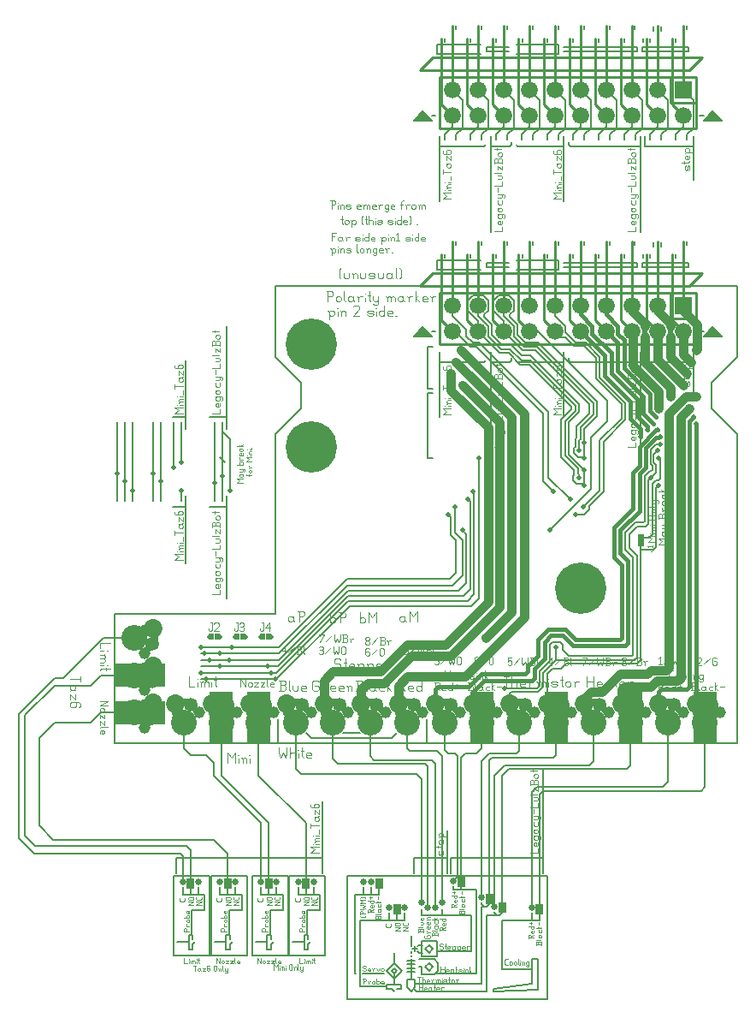
<source format=gbr>
G04 This is an RS-274x file exported by *
G04 gerbv version 2.7.0 *
G04 More information is available about gerbv at *
G04 http://gerbv.geda-project.org/ *
G04 --End of header info--*
%MOIN*%
%FSLAX36Y36*%
%IPPOS*%
G04 --Define apertures--*
%ADD10C,0.0001*%
%ADD11C,0.0100*%
%ADD12C,0.0060*%
%ADD13C,0.0030*%
%ADD14C,0.0038*%
%ADD15C,0.0030*%
%ADD16C,0.0040*%
%ADD17C,0.0050*%
%ADD18C,0.0038*%
%ADD19C,0.0048*%
%ADD20C,0.0022*%
%ADD21C,0.0027*%
%ADD22C,0.0021*%
%ADD23C,0.0026*%
%ADD24C,0.0039*%
%ADD25C,0.0049*%
%ADD26C,0.0250*%
%ADD27C,0.0022*%
%ADD28C,0.0021*%
%ADD29C,0.0350*%
%ADD30C,0.0200*%
%ADD31C,0.0150*%
%ADD32C,0.0394*%
%ADD33C,0.0945*%
%ADD34C,0.0669*%
%ADD35C,0.0472*%
%ADD36C,0.0600*%
%ADD37C,0.1600*%
%ADD38C,0.1181*%
%ADD39C,0.0197*%
%ADD40C,0.0787*%
%ADD41C,0.0492*%
%ADD42C,0.0295*%
%ADD43C,0.0380*%
%ADD44C,0.0454*%
%ADD45C,0.1005*%
%ADD46C,0.0729*%
%ADD47C,0.0532*%
%ADD48C,0.0260*%
%ADD49C,0.0660*%
%ADD50C,0.2000*%
%ADD51C,0.0790*%
%ADD52C,0.0490*%
%ADD53C,0.0300*%
%ADD54C,0.1180*%
G04 --Start main section--*
G54D10*
G36*
G01X0530000Y1460000D02*
G01X0730000Y1460000D01*
G01X0730000Y1370000D01*
G01X0530000Y1370000D01*
G01X0530000Y1460000D01*
G37*
G36*
G01X0530000Y1605000D02*
G01X0730000Y1605000D01*
G01X0730000Y1515000D01*
G01X0530000Y1515000D01*
G01X0530000Y1605000D01*
G37*
G36*
G01X1650000Y0670000D02*
G01X1650000Y0630000D01*
G01X1620000Y0630000D01*
G01X1620000Y0670000D01*
G01X1650000Y0670000D01*
G37*
G36*
G01X1580000Y0770000D02*
G01X1580000Y0730000D01*
G01X1550000Y0730000D01*
G01X1550000Y0770000D01*
G01X1580000Y0770000D01*
G37*
G36*
G01X1900000Y0775000D02*
G01X1900000Y0735000D01*
G01X1870000Y0735000D01*
G01X1870000Y0775000D01*
G01X1900000Y0775000D01*
G37*
G36*
G01X2010000Y0710000D02*
G01X2010000Y0670000D01*
G01X1980000Y0670000D01*
G01X1980000Y0710000D01*
G01X2010000Y0710000D01*
G37*
G36*
G01X2205000Y0670000D02*
G01X2205000Y0630000D01*
G01X2175000Y0630000D01*
G01X2175000Y0670000D01*
G01X2205000Y0670000D01*
G37*
G36*
G01X2060000Y0675000D02*
G01X2060000Y0635000D01*
G01X2030000Y0635000D01*
G01X2030000Y0675000D01*
G01X2060000Y0675000D01*
G37*
G36*
G01X0845000Y0770000D02*
G01X0845000Y0730000D01*
G01X0815000Y0730000D01*
G01X0815000Y0770000D01*
G01X0845000Y0770000D01*
G37*
G36*
G01X0990000Y0770000D02*
G01X0990000Y0730000D01*
G01X0960000Y0730000D01*
G01X0960000Y0770000D01*
G01X0990000Y0770000D01*
G37*
G36*
G01X1295000Y0770000D02*
G01X1295000Y0730000D01*
G01X1265000Y0730000D01*
G01X1265000Y0770000D01*
G01X1295000Y0770000D01*
G37*
G36*
G01X1150000Y0770000D02*
G01X1150000Y0730000D01*
G01X1120000Y0730000D01*
G01X1120000Y0770000D01*
G01X1150000Y0770000D01*
G37*
G36*
G01X2790000Y1295000D02*
G01X2790000Y1495000D01*
G01X2880000Y1495000D01*
G01X2880000Y1295000D01*
G01X2790000Y1295000D01*
G37*
G36*
G01X2500000Y1295000D02*
G01X2500000Y1495000D01*
G01X2590000Y1495000D01*
G01X2590000Y1295000D01*
G01X2500000Y1295000D01*
G37*
G36*
G01X2210000Y1295000D02*
G01X2210000Y1495000D01*
G01X2300000Y1495000D01*
G01X2300000Y1295000D01*
G01X2210000Y1295000D01*
G37*
G36*
G01X1920000Y1295000D02*
G01X1920000Y1495000D01*
G01X2010000Y1495000D01*
G01X2010000Y1295000D01*
G01X1920000Y1295000D01*
G37*
G36*
G01X0905000Y1295000D02*
G01X0905000Y1495000D01*
G01X0995000Y1495000D01*
G01X0995000Y1295000D01*
G01X0905000Y1295000D01*
G37*
G36*
G01X1050000Y1295000D02*
G01X1050000Y1495000D01*
G01X1140000Y1495000D01*
G01X1140000Y1295000D01*
G01X1050000Y1295000D01*
G37*
G36*
G01X1700000Y2880000D02*
G01X1735000Y2915000D01*
G01X1770000Y2880000D01*
G01X1700000Y2880000D01*
G37*
G36*
G01X2830000Y2880000D02*
G01X2865000Y2915000D01*
G01X2900000Y2880000D01*
G01X2830000Y2880000D01*
G37*
G36*
G01X1700000Y3720000D02*
G01X1735000Y3755000D01*
G01X1770000Y3720000D01*
G01X1700000Y3720000D01*
G37*
G36*
G01X2830000Y3720000D02*
G01X2865000Y3755000D01*
G01X2900000Y3720000D01*
G01X2830000Y3720000D01*
G37*
G54D11*
G01X2450000Y2900000D02*
G01X2407500Y2942500D01*
G01X2407500Y2942500D02*
G01X2407500Y3200000D01*
G01X2350000Y3000000D02*
G01X2350000Y3250000D01*
G01X2307500Y2942500D02*
G01X2307500Y3200000D01*
G01X2250000Y3000000D02*
G01X2250000Y3250000D01*
G54D12*
G01X2265000Y3175000D02*
G01X2265000Y3140000D01*
G54D11*
G01X2350000Y2900000D02*
G01X2307500Y2942500D01*
G01X2250000Y2900000D02*
G01X2207500Y2942500D01*
G01X2150000Y2900000D02*
G01X2107500Y2942500D01*
G54D12*
G01X2285000Y2780000D02*
G01X2105000Y2780000D01*
G54D11*
G01X2607500Y2942500D02*
G01X2607500Y3200000D01*
G01X2550000Y3000000D02*
G01X2550000Y3250000D01*
G01X2507500Y2942500D02*
G01X2507500Y3200000D01*
G01X2450000Y3000000D02*
G01X2450000Y3250000D01*
G54D12*
G01X2590000Y3150000D02*
G01X2590000Y3165000D01*
G01X2570000Y3165000D02*
G01X2570000Y3150000D01*
G54D11*
G01X2750000Y3000000D02*
G01X2750000Y3250000D01*
G01X2707500Y2942500D02*
G01X2707500Y3200000D01*
G01X2650000Y3000000D02*
G01X2650000Y3250000D01*
G01X2825000Y3125000D02*
G01X2775000Y3075000D01*
G54D12*
G01X2590000Y3165000D02*
G01X2770000Y3165000D01*
G01X2770000Y3165000D02*
G01X2770000Y3150000D01*
G01X2770000Y3150000D02*
G01X2590000Y3150000D01*
G54D11*
G01X2207500Y2942500D02*
G01X2207500Y3200000D01*
G01X2150000Y3000000D02*
G01X2150000Y3250000D01*
G01X2107500Y2942500D02*
G01X2107500Y3200000D01*
G01X2050000Y2900000D02*
G01X2007500Y2942500D01*
G01X1950000Y2900000D02*
G01X1907500Y2942500D01*
G01X1725000Y3075000D02*
G01X2775000Y3075000D01*
G54D12*
G01X1785000Y2900000D02*
G01X1770000Y2900000D01*
G54D11*
G01X2825000Y3125000D02*
G01X1775000Y3125000D01*
G54D12*
G01X2070000Y3165000D02*
G01X1985000Y3165000D01*
G01X2070000Y3150000D02*
G01X1985000Y3150000D01*
G01X2265000Y3140000D02*
G01X2100000Y3140000D01*
G01X2265000Y3175000D02*
G01X2100000Y3175000D01*
G01X2570000Y3165000D02*
G01X2285000Y3165000D01*
G01X2570000Y3150000D02*
G01X2285000Y3150000D01*
G54D11*
G01X2750000Y2900000D02*
G01X2707500Y2942500D01*
G01X2550000Y2900000D02*
G01X2507500Y2942500D01*
G01X2650000Y2900000D02*
G01X2607500Y2942500D01*
G54D12*
G01X2900000Y2880000D02*
G01X2865000Y2915000D01*
G01X2865000Y2915000D02*
G01X2830000Y2880000D01*
G01X2830000Y2880000D02*
G01X2900000Y2880000D01*
G01X2830000Y2900000D02*
G01X2815000Y2900000D01*
G01X2600000Y2820000D02*
G01X2600000Y2780000D01*
G01X2585000Y2820000D02*
G01X2585000Y2445000D01*
G01X2285000Y2820000D02*
G01X2285000Y2565000D01*
G01X2600000Y2780000D02*
G01X2790000Y2780000D01*
G01X2305000Y2795000D02*
G01X2305000Y2785000D01*
G01X2305000Y2785000D02*
G01X2310000Y2780000D01*
G01X2310000Y2780000D02*
G01X2585000Y2780000D01*
G01X2790000Y2780000D02*
G01X2790000Y2820000D01*
G01X2790000Y2820000D02*
G01X2790000Y2650000D01*
G54D11*
G01X2050000Y3000000D02*
G01X2050000Y3250000D01*
G01X2007500Y2942500D02*
G01X2007500Y3200000D01*
G01X1950000Y3000000D02*
G01X1950000Y3250000D01*
G01X1907500Y2942500D02*
G01X1907500Y3200000D01*
G54D12*
G01X1985000Y3165000D02*
G01X1985000Y3150000D01*
G54D11*
G01X1850000Y3000000D02*
G01X1850000Y3250000D01*
G01X1807500Y2942500D02*
G01X1807500Y3200000D01*
G01X1775000Y3125000D02*
G01X1725000Y3075000D01*
G54D12*
G01X1790000Y3175000D02*
G01X1790000Y3140000D01*
G01X1800000Y2820000D02*
G01X1800000Y2565000D01*
G01X1790000Y3175000D02*
G01X1960000Y3175000D01*
G01X1790000Y3140000D02*
G01X1960000Y3140000D01*
G01X1800000Y2780000D02*
G01X1975000Y2780000D01*
G01X1975000Y2780000D02*
G01X1980000Y2785000D01*
G01X2000000Y2780000D02*
G01X2075000Y2780000D01*
G01X2075000Y2780000D02*
G01X2080000Y2785000D01*
G01X2080000Y2785000D02*
G01X2080000Y2795000D01*
G01X2000000Y2820000D02*
G01X2000000Y2445000D01*
G01X2100000Y2785000D02*
G01X2105000Y2780000D01*
G54D11*
G01X1850000Y2900000D02*
G01X1807500Y2942500D01*
G54D12*
G01X1845000Y0850000D02*
G01X1845000Y0790000D01*
G01X2205000Y0850000D02*
G01X1845000Y0850000D01*
G01X2205000Y1195000D02*
G01X2205000Y0790000D01*
G01X1830000Y0790000D02*
G01X1830000Y0955000D01*
G01X1755000Y2675000D02*
G01X1775000Y2675000D01*
G01X1755000Y2675000D02*
G01X1755000Y2840000D01*
G01X1755000Y2840000D02*
G01X1775000Y2840000D01*
G01X1775000Y2660000D02*
G01X1755000Y2660000D01*
G01X1755000Y2660000D02*
G01X1755000Y2405000D01*
G01X1750000Y1295000D02*
G01X1750000Y1390000D01*
G01X1700000Y0850000D02*
G01X1700000Y0790000D01*
G01X1830000Y0850000D02*
G01X1700000Y0850000D01*
G01X1755000Y2405000D02*
G01X1775000Y2405000D01*
G01X1770000Y2880000D02*
G01X1735000Y2915000D01*
G01X1700000Y2880000D02*
G01X1770000Y2880000D01*
G01X1735000Y2915000D02*
G01X1700000Y2880000D01*
G01X1425000Y1335000D02*
G01X1490000Y1335000D01*
G01X1280000Y1335000D02*
G01X1300000Y1315000D01*
G01X1300000Y1315000D02*
G01X1615000Y1315000D01*
G01X1615000Y1315000D02*
G01X1635000Y1335000D01*
G01X1170000Y1390000D02*
G01X1170000Y1295000D01*
G01X0775000Y0850000D02*
G01X1345000Y0850000D01*
G01X0775000Y0850000D02*
G01X0775000Y0790000D01*
G01X1345000Y0790000D02*
G01X1345000Y1070000D01*
G01X0945000Y2410000D02*
G01X0965000Y2390000D01*
G01X0905000Y2565000D02*
G01X0970000Y2565000D01*
G01X0760000Y2565000D02*
G01X0810000Y2565000D01*
G01X0970000Y2215000D02*
G01X0905000Y2215000D01*
G01X0810000Y2215000D02*
G01X0760000Y2215000D01*
G01X0970000Y1860000D02*
G01X0970000Y2260000D01*
G01X0970000Y2920000D02*
G01X0970000Y2520000D01*
G01X0810000Y1995000D02*
G01X0810000Y2260000D01*
G01X0810000Y2785000D02*
G01X0810000Y2520000D01*
G54D11*
G01X2750000Y3840000D02*
G01X2750000Y4090000D01*
G01X2707500Y3782500D02*
G01X2707500Y4040000D01*
G01X2450000Y3840000D02*
G01X2450000Y4090000D01*
G01X2825000Y3965000D02*
G01X2775000Y3915000D01*
G01X2650000Y3840000D02*
G01X2650000Y4090000D01*
G01X2607500Y3782500D02*
G01X2607500Y4040000D01*
G01X2550000Y3840000D02*
G01X2550000Y4090000D01*
G01X2507500Y3782500D02*
G01X2507500Y4040000D01*
G54D12*
G01X2590000Y3990000D02*
G01X2590000Y4005000D01*
G01X2570000Y4005000D02*
G01X2570000Y3990000D01*
G01X2590000Y4005000D02*
G01X2770000Y4005000D01*
G01X2770000Y3990000D02*
G01X2590000Y3990000D01*
G01X2770000Y4005000D02*
G01X2770000Y3990000D01*
G54D11*
G01X2450000Y3740000D02*
G01X2407500Y3782500D01*
G01X2407500Y3782500D02*
G01X2407500Y4040000D01*
G01X2350000Y3840000D02*
G01X2350000Y4090000D01*
G01X2307500Y3782500D02*
G01X2307500Y4040000D01*
G01X2250000Y3840000D02*
G01X2250000Y4090000D01*
G54D12*
G01X2265000Y4015000D02*
G01X2265000Y3980000D01*
G54D11*
G01X2350000Y3740000D02*
G01X2307500Y3782500D01*
G01X2250000Y3740000D02*
G01X2207500Y3782500D01*
G01X2150000Y3740000D02*
G01X2107500Y3782500D01*
G54D12*
G01X2285000Y3620000D02*
G01X2105000Y3620000D01*
G54D11*
G01X2050000Y3840000D02*
G01X2050000Y4090000D01*
G01X2007500Y3782500D02*
G01X2007500Y4040000D01*
G01X1950000Y3840000D02*
G01X1950000Y4090000D01*
G01X1907500Y3782500D02*
G01X1907500Y4040000D01*
G54D12*
G01X1985000Y4005000D02*
G01X1985000Y3990000D01*
G54D11*
G01X1850000Y3840000D02*
G01X1850000Y4090000D01*
G01X1807500Y3782500D02*
G01X1807500Y4040000D01*
G01X1775000Y3965000D02*
G01X1725000Y3915000D01*
G54D12*
G01X1790000Y4015000D02*
G01X1790000Y3980000D01*
G01X1790000Y4015000D02*
G01X1960000Y4015000D01*
G01X1790000Y3980000D02*
G01X1960000Y3980000D01*
G01X1770000Y3720000D02*
G01X1735000Y3755000D01*
G01X1735000Y3755000D02*
G01X1700000Y3720000D01*
G01X1785000Y3740000D02*
G01X1770000Y3740000D01*
G01X1700000Y3720000D02*
G01X1770000Y3720000D01*
G54D11*
G01X2207500Y3782500D02*
G01X2207500Y4040000D01*
G01X2150000Y3840000D02*
G01X2150000Y4090000D01*
G01X2107500Y3782500D02*
G01X2107500Y4040000D01*
G01X2050000Y3740000D02*
G01X2007500Y3782500D01*
G01X1950000Y3740000D02*
G01X1907500Y3782500D01*
G01X1725000Y3915000D02*
G01X2775000Y3915000D01*
G01X2825000Y3965000D02*
G01X1775000Y3965000D01*
G54D12*
G01X2070000Y4005000D02*
G01X1985000Y4005000D01*
G01X2070000Y3990000D02*
G01X1985000Y3990000D01*
G01X2265000Y3980000D02*
G01X2100000Y3980000D01*
G01X2265000Y4015000D02*
G01X2100000Y4015000D01*
G01X2570000Y4005000D02*
G01X2285000Y4005000D01*
G01X2570000Y3990000D02*
G01X2285000Y3990000D01*
G54D11*
G01X2750000Y3740000D02*
G01X2707500Y3782500D01*
G01X2550000Y3740000D02*
G01X2507500Y3782500D01*
G01X2650000Y3740000D02*
G01X2607500Y3782500D01*
G54D12*
G01X2900000Y3720000D02*
G01X2865000Y3755000D01*
G01X2865000Y3755000D02*
G01X2830000Y3720000D01*
G01X2830000Y3720000D02*
G01X2900000Y3720000D01*
G01X2830000Y3740000D02*
G01X2815000Y3740000D01*
G01X2600000Y3660000D02*
G01X2600000Y3620000D01*
G01X2585000Y3660000D02*
G01X2585000Y3285000D01*
G01X2285000Y3660000D02*
G01X2285000Y3405000D01*
G01X2600000Y3620000D02*
G01X2790000Y3620000D01*
G01X2305000Y3635000D02*
G01X2305000Y3625000D01*
G01X2305000Y3625000D02*
G01X2310000Y3620000D01*
G01X2310000Y3620000D02*
G01X2585000Y3620000D01*
G01X2790000Y3620000D02*
G01X2790000Y3660000D01*
G01X2790000Y3660000D02*
G01X2790000Y3490000D01*
G54D11*
G01X1850000Y3740000D02*
G01X1807500Y3782500D01*
G54D12*
G01X1800000Y3660000D02*
G01X1800000Y3405000D01*
G01X2000000Y3620000D02*
G01X2075000Y3620000D01*
G01X2075000Y3620000D02*
G01X2080000Y3625000D01*
G01X2100000Y3625000D02*
G01X2105000Y3620000D01*
G01X2080000Y3625000D02*
G01X2080000Y3635000D01*
G01X2000000Y3660000D02*
G01X2000000Y3285000D01*
G01X1800000Y3620000D02*
G01X1975000Y3620000D01*
G01X1975000Y3620000D02*
G01X1980000Y3625000D01*
G54D13*
G01X2700320Y1547000D02*
G01X2710200Y1547000D01*
G01X2695000Y1552320D02*
G01X2700320Y1547000D01*
G01X2695000Y1572080D02*
G01X2695000Y1552320D01*
G01X2695000Y1572080D02*
G01X2700320Y1577400D01*
G01X2700320Y1577400D02*
G01X2710200Y1577400D01*
G01X2719320Y1558400D02*
G01X2719320Y1550800D01*
G01X2719320Y1558400D02*
G01X2723120Y1562200D01*
G01X2723120Y1562200D02*
G01X2730720Y1562200D01*
G01X2730720Y1562200D02*
G01X2734520Y1558400D01*
G01X2734520Y1558400D02*
G01X2734520Y1550800D01*
G01X2730720Y1547000D02*
G01X2734520Y1550800D01*
G01X2723120Y1547000D02*
G01X2730720Y1547000D01*
G01X2719320Y1550800D02*
G01X2723120Y1547000D01*
G01X2743640Y1558400D02*
G01X2743640Y1550800D01*
G01X2743640Y1558400D02*
G01X2747440Y1562200D01*
G01X2747440Y1562200D02*
G01X2755040Y1562200D01*
G01X2755040Y1562200D02*
G01X2758840Y1558400D01*
G01X2758840Y1558400D02*
G01X2758840Y1550800D01*
G01X2755040Y1547000D02*
G01X2758840Y1550800D01*
G01X2747440Y1547000D02*
G01X2755040Y1547000D01*
G01X2743640Y1550800D02*
G01X2747440Y1547000D01*
G01X2767960Y1577400D02*
G01X2767960Y1550800D01*
G01X2767960Y1550800D02*
G01X2771760Y1547000D01*
G54D14*
G01X2779360Y1569800D02*
G01X2779360Y1569040D01*
G54D13*
G01X2779360Y1558400D02*
G01X2779360Y1547000D01*
G01X2790760Y1558400D02*
G01X2790760Y1547000D01*
G01X2790760Y1558400D02*
G01X2794560Y1562200D01*
G01X2794560Y1562200D02*
G01X2798360Y1562200D01*
G01X2798360Y1562200D02*
G01X2802160Y1558400D01*
G01X2802160Y1558400D02*
G01X2802160Y1547000D01*
G01X2786960Y1562200D02*
G01X2790760Y1558400D01*
G01X2822680Y1562200D02*
G01X2826480Y1558400D01*
G01X2815080Y1562200D02*
G01X2822680Y1562200D01*
G01X2811280Y1558400D02*
G01X2815080Y1562200D01*
G01X2811280Y1558400D02*
G01X2811280Y1550800D01*
G01X2811280Y1550800D02*
G01X2815080Y1547000D01*
G01X2815080Y1547000D02*
G01X2822680Y1547000D01*
G01X2822680Y1547000D02*
G01X2826480Y1550800D01*
G01X2811280Y1539400D02*
G01X2815080Y1535600D01*
G01X2815080Y1535600D02*
G01X2822680Y1535600D01*
G01X2822680Y1535600D02*
G01X2826480Y1539400D01*
G01X2826480Y1562200D02*
G01X2826480Y1539400D01*
G01X2650000Y1532300D02*
G01X2665400Y1532300D01*
G01X2665400Y1532300D02*
G01X2669250Y1528450D01*
G01X2669250Y1528450D02*
G01X2669250Y1520750D01*
G01X2665400Y1516900D02*
G01X2669250Y1520750D01*
G01X2653850Y1516900D02*
G01X2665400Y1516900D01*
G01X2653850Y1532300D02*
G01X2653850Y1501500D01*
G01X2660010Y1516900D02*
G01X2669250Y1501500D01*
G01X2682340Y1501500D02*
G01X2693890Y1501500D01*
G01X2678490Y1505350D02*
G01X2682340Y1501500D01*
G01X2678490Y1513050D02*
G01X2678490Y1505350D01*
G01X2678490Y1513050D02*
G01X2682340Y1516900D01*
G01X2682340Y1516900D02*
G01X2690040Y1516900D01*
G01X2690040Y1516900D02*
G01X2693890Y1513050D01*
G01X2678490Y1509200D02*
G01X2693890Y1509200D01*
G01X2693890Y1513050D02*
G01X2693890Y1509200D01*
G01X2718530Y1532300D02*
G01X2718530Y1501500D01*
G01X2714680Y1501500D02*
G01X2718530Y1505350D01*
G01X2706980Y1501500D02*
G01X2714680Y1501500D01*
G01X2703130Y1505350D02*
G01X2706980Y1501500D01*
G01X2703130Y1513050D02*
G01X2703130Y1505350D01*
G01X2703130Y1513050D02*
G01X2706980Y1516900D01*
G01X2706980Y1516900D02*
G01X2714680Y1516900D01*
G01X2714680Y1516900D02*
G01X2718530Y1513050D01*
G01X2727770Y1516900D02*
G01X2743170Y1516900D01*
G01X2735470Y1524600D02*
G01X2735470Y1509200D01*
G01X2780000Y1501500D02*
G01X2795400Y1501500D01*
G01X2795400Y1501500D02*
G01X2799250Y1505350D01*
G01X2799250Y1514590D02*
G01X2799250Y1505350D01*
G01X2795400Y1518440D02*
G01X2799250Y1514590D01*
G01X2783850Y1518440D02*
G01X2795400Y1518440D01*
G01X2783850Y1532300D02*
G01X2783850Y1501500D01*
G01X2780000Y1532300D02*
G01X2795400Y1532300D01*
G01X2795400Y1532300D02*
G01X2799250Y1528450D01*
G01X2799250Y1528450D02*
G01X2799250Y1522290D01*
G01X2795400Y1518440D02*
G01X2799250Y1522290D01*
G01X2808490Y1532300D02*
G01X2808490Y1505350D01*
G01X2808490Y1505350D02*
G01X2812340Y1501500D01*
G01X2831590Y1516900D02*
G01X2835440Y1513050D01*
G01X2823890Y1516900D02*
G01X2831590Y1516900D01*
G01X2820040Y1513050D02*
G01X2823890Y1516900D01*
G01X2820040Y1513050D02*
G01X2820040Y1505350D01*
G01X2820040Y1505350D02*
G01X2823890Y1501500D01*
G01X2835440Y1516900D02*
G01X2835440Y1505350D01*
G01X2835440Y1505350D02*
G01X2839290Y1501500D01*
G01X2823890Y1501500D02*
G01X2831590Y1501500D01*
G01X2831590Y1501500D02*
G01X2835440Y1505350D01*
G01X2852380Y1516900D02*
G01X2863930Y1516900D01*
G01X2848530Y1513050D02*
G01X2852380Y1516900D01*
G01X2848530Y1513050D02*
G01X2848530Y1505350D01*
G01X2848530Y1505350D02*
G01X2852380Y1501500D01*
G01X2852380Y1501500D02*
G01X2863930Y1501500D01*
G01X2873170Y1532300D02*
G01X2873170Y1501500D01*
G01X2873170Y1513050D02*
G01X2884720Y1501500D01*
G01X2873170Y1513050D02*
G01X2880870Y1520750D01*
G01X2893960Y1516900D02*
G01X2909360Y1516900D01*
G54D15*
G01X2802800Y1626230D02*
G01X2806550Y1629980D01*
G01X2806550Y1629980D02*
G01X2817800Y1629980D01*
G01X2817800Y1629980D02*
G01X2821550Y1626230D01*
G01X2821550Y1626230D02*
G01X2821550Y1618730D01*
G01X2802800Y1599980D02*
G01X2821550Y1618730D01*
G01X2802800Y1599980D02*
G01X2821550Y1599980D01*
G01X2830550Y1603730D02*
G01X2853050Y1626230D01*
G01X2877050Y1629980D02*
G01X2880800Y1626230D01*
G01X2865800Y1629980D02*
G01X2877050Y1629980D01*
G01X2862050Y1626230D02*
G01X2865800Y1629980D01*
G01X2862050Y1626230D02*
G01X2862050Y1603730D01*
G01X2862050Y1603730D02*
G01X2865800Y1599980D01*
G01X2865800Y1599980D02*
G01X2877050Y1599980D01*
G01X2877050Y1599980D02*
G01X2880800Y1603730D01*
G01X2880800Y1611230D02*
G01X2880800Y1603730D01*
G01X2877050Y1614980D02*
G01X2880800Y1611230D01*
G01X2869550Y1614980D02*
G01X2877050Y1614980D01*
G01X2654570Y1624690D02*
G01X2660570Y1630690D01*
G01X2660570Y1630690D02*
G01X2660570Y1600690D01*
G01X2654570Y1600690D02*
G01X2665820Y1600690D01*
G01X2674820Y1604440D02*
G01X2697320Y1626940D01*
G01X2706320Y1630690D02*
G01X2706320Y1615690D01*
G01X2706320Y1615690D02*
G01X2710070Y1600690D01*
G01X2710070Y1600690D02*
G01X2717570Y1615690D01*
G01X2717570Y1615690D02*
G01X2725070Y1600690D01*
G01X2725070Y1600690D02*
G01X2728820Y1615690D01*
G01X2728820Y1630690D02*
G01X2728820Y1615690D01*
G01X2752820Y1630690D02*
G01X2756570Y1626940D01*
G01X2741570Y1630690D02*
G01X2752820Y1630690D01*
G01X2737820Y1626940D02*
G01X2741570Y1630690D01*
G01X2737820Y1626940D02*
G01X2737820Y1604440D01*
G01X2737820Y1604440D02*
G01X2741570Y1600690D01*
G01X2741570Y1600690D02*
G01X2752820Y1600690D01*
G01X2752820Y1600690D02*
G01X2756570Y1604440D01*
G01X2756570Y1611940D02*
G01X2756570Y1604440D01*
G01X2752820Y1615690D02*
G01X2756570Y1611940D01*
G01X2745320Y1615690D02*
G01X2752820Y1615690D01*
G01X2511730Y1602940D02*
G01X2515480Y1599190D01*
G01X2511730Y1608940D02*
G01X2511730Y1602940D01*
G01X2511730Y1608940D02*
G01X2516980Y1614190D01*
G01X2516980Y1614190D02*
G01X2521480Y1614190D01*
G01X2521480Y1614190D02*
G01X2526730Y1608940D01*
G01X2526730Y1608940D02*
G01X2526730Y1602940D01*
G01X2522980Y1599190D02*
G01X2526730Y1602940D01*
G01X2515480Y1599190D02*
G01X2522980Y1599190D01*
G01X2511730Y1619440D02*
G01X2516980Y1614190D01*
G01X2511730Y1625440D02*
G01X2511730Y1619440D01*
G01X2511730Y1625440D02*
G01X2515480Y1629190D01*
G01X2515480Y1629190D02*
G01X2522980Y1629190D01*
G01X2522980Y1629190D02*
G01X2526730Y1625440D01*
G01X2526730Y1625440D02*
G01X2526730Y1619440D01*
G01X2521480Y1614190D02*
G01X2526730Y1619440D01*
G01X2535730Y1602940D02*
G01X2558230Y1625440D01*
G01X2567230Y1599190D02*
G01X2582230Y1599190D01*
G01X2582230Y1599190D02*
G01X2585980Y1602940D01*
G01X2585980Y1611940D02*
G01X2585980Y1602940D01*
G01X2582230Y1615690D02*
G01X2585980Y1611940D01*
G01X2570980Y1615690D02*
G01X2582230Y1615690D01*
G01X2570980Y1629190D02*
G01X2570980Y1599190D01*
G01X2567230Y1629190D02*
G01X2582230Y1629190D01*
G01X2582230Y1629190D02*
G01X2585980Y1625440D01*
G01X2585980Y1625440D02*
G01X2585980Y1619440D01*
G01X2582230Y1615690D02*
G01X2585980Y1619440D01*
G01X2598730Y1610440D02*
G01X2598730Y1599190D01*
G01X2598730Y1610440D02*
G01X2602480Y1614190D01*
G01X2602480Y1614190D02*
G01X2609980Y1614190D01*
G01X2594980Y1614190D02*
G01X2598730Y1610440D01*
G54D16*
G01X2375000Y1555000D02*
G01X2375000Y1515000D01*
G01X2400000Y1555000D02*
G01X2400000Y1515000D01*
G01X2375000Y1535000D02*
G01X2400000Y1535000D01*
G01X2417000Y1515000D02*
G01X2432000Y1515000D01*
G01X2412000Y1520000D02*
G01X2417000Y1515000D01*
G01X2412000Y1530000D02*
G01X2412000Y1520000D01*
G01X2412000Y1530000D02*
G01X2417000Y1535000D01*
G01X2417000Y1535000D02*
G01X2427000Y1535000D01*
G01X2427000Y1535000D02*
G01X2432000Y1530000D01*
G01X2412000Y1525000D02*
G01X2432000Y1525000D01*
G01X2432000Y1530000D02*
G01X2432000Y1525000D01*
G01X2459000Y1535000D02*
G01X2464000Y1530000D01*
G01X2449000Y1535000D02*
G01X2459000Y1535000D01*
G01X2444000Y1530000D02*
G01X2449000Y1535000D01*
G01X2444000Y1530000D02*
G01X2444000Y1520000D01*
G01X2444000Y1520000D02*
G01X2449000Y1515000D01*
G01X2464000Y1535000D02*
G01X2464000Y1520000D01*
G01X2464000Y1520000D02*
G01X2469000Y1515000D01*
G01X2449000Y1515000D02*
G01X2459000Y1515000D01*
G01X2459000Y1515000D02*
G01X2464000Y1520000D01*
G01X2486000Y1555000D02*
G01X2486000Y1520000D01*
G01X2486000Y1520000D02*
G01X2491000Y1515000D01*
G01X2481000Y1540000D02*
G01X2491000Y1540000D01*
G01X2506000Y1515000D02*
G01X2521000Y1515000D01*
G01X2501000Y1520000D02*
G01X2506000Y1515000D01*
G01X2501000Y1530000D02*
G01X2501000Y1520000D01*
G01X2501000Y1530000D02*
G01X2506000Y1535000D01*
G01X2506000Y1535000D02*
G01X2516000Y1535000D01*
G01X2516000Y1535000D02*
G01X2521000Y1530000D01*
G01X2501000Y1525000D02*
G01X2521000Y1525000D01*
G01X2521000Y1530000D02*
G01X2521000Y1525000D01*
G01X2538000Y1530000D02*
G01X2538000Y1515000D01*
G01X2538000Y1530000D02*
G01X2543000Y1535000D01*
G01X2543000Y1535000D02*
G01X2553000Y1535000D01*
G01X2533000Y1535000D02*
G01X2538000Y1530000D01*
G54D15*
G01X2358910Y1598010D02*
G01X2373910Y1628010D01*
G01X2355160Y1628010D02*
G01X2373910Y1628010D01*
G01X2382910Y1601760D02*
G01X2405410Y1624260D01*
G01X2414410Y1628010D02*
G01X2414410Y1613010D01*
G01X2414410Y1613010D02*
G01X2418160Y1598010D01*
G01X2418160Y1598010D02*
G01X2425660Y1613010D01*
G01X2425660Y1613010D02*
G01X2433160Y1598010D01*
G01X2433160Y1598010D02*
G01X2436910Y1613010D01*
G01X2436910Y1628010D02*
G01X2436910Y1613010D01*
G01X2445910Y1598010D02*
G01X2460910Y1598010D01*
G01X2460910Y1598010D02*
G01X2464660Y1601760D01*
G01X2464660Y1610760D02*
G01X2464660Y1601760D01*
G01X2460910Y1614510D02*
G01X2464660Y1610760D01*
G01X2449660Y1614510D02*
G01X2460910Y1614510D01*
G01X2449660Y1628010D02*
G01X2449660Y1598010D01*
G01X2445910Y1628010D02*
G01X2460910Y1628010D01*
G01X2460910Y1628010D02*
G01X2464660Y1624260D01*
G01X2464660Y1624260D02*
G01X2464660Y1618260D01*
G01X2460910Y1614510D02*
G01X2464660Y1618260D01*
G01X2477410Y1609260D02*
G01X2477410Y1598010D01*
G01X2477410Y1609260D02*
G01X2481160Y1613010D01*
G01X2481160Y1613010D02*
G01X2488660Y1613010D01*
G01X2473660Y1613010D02*
G01X2477410Y1609260D01*
G54D13*
G01X2152700Y0870000D02*
G01X2183500Y0870000D01*
G01X2183500Y0885400D02*
G01X2183500Y0870000D01*
G01X2183500Y0910040D02*
G01X2183500Y0898490D01*
G01X2179650Y0894640D02*
G01X2183500Y0898490D01*
G01X2171950Y0894640D02*
G01X2179650Y0894640D01*
G01X2171950Y0894640D02*
G01X2168100Y0898490D01*
G01X2168100Y0906190D02*
G01X2168100Y0898490D01*
G01X2168100Y0906190D02*
G01X2171950Y0910040D01*
G01X2175800Y0910040D02*
G01X2175800Y0894640D01*
G01X2171950Y0910040D02*
G01X2175800Y0910040D01*
G01X2168100Y0930830D02*
G01X2171950Y0934680D01*
G01X2168100Y0930830D02*
G01X2168100Y0923130D01*
G01X2171950Y0919280D02*
G01X2168100Y0923130D01*
G01X2171950Y0919280D02*
G01X2179650Y0919280D01*
G01X2179650Y0919280D02*
G01X2183500Y0923130D01*
G01X2183500Y0930830D02*
G01X2183500Y0923130D01*
G01X2183500Y0930830D02*
G01X2179650Y0934680D01*
G01X2191200Y0919280D02*
G01X2195050Y0923130D01*
G01X2195050Y0930830D02*
G01X2195050Y0923130D01*
G01X2195050Y0930830D02*
G01X2191200Y0934680D01*
G01X2168100Y0934680D02*
G01X2191200Y0934680D01*
G01X2168100Y0955470D02*
G01X2171950Y0959320D01*
G01X2168100Y0955470D02*
G01X2168100Y0947770D01*
G01X2171950Y0943920D02*
G01X2168100Y0947770D01*
G01X2171950Y0943920D02*
G01X2179650Y0943920D01*
G01X2179650Y0943920D02*
G01X2183500Y0947770D01*
G01X2168100Y0959320D02*
G01X2179650Y0959320D01*
G01X2179650Y0959320D02*
G01X2183500Y0963170D01*
G01X2183500Y0955470D02*
G01X2183500Y0947770D01*
G01X2183500Y0955470D02*
G01X2179650Y0959320D01*
G01X2168100Y0987810D02*
G01X2168100Y0976260D01*
G01X2171950Y0972410D02*
G01X2168100Y0976260D01*
G01X2171950Y0972410D02*
G01X2179650Y0972410D01*
G01X2179650Y0972410D02*
G01X2183500Y0976260D01*
G01X2183500Y0987810D02*
G01X2183500Y0976260D01*
G01X2168100Y0997050D02*
G01X2179650Y0997050D01*
G01X2179650Y0997050D02*
G01X2183500Y1000900D01*
G01X2168100Y1012450D02*
G01X2191200Y1012450D01*
G01X2195050Y1008600D02*
G01X2191200Y1012450D01*
G01X2195050Y1008600D02*
G01X2195050Y1000900D01*
G01X2191200Y0997050D02*
G01X2195050Y1000900D01*
G01X2183500Y1008600D02*
G01X2183500Y1000900D01*
G01X2183500Y1008600D02*
G01X2179650Y1012450D01*
G01X2168100Y1037090D02*
G01X2168100Y1021690D01*
G01X2152700Y1046330D02*
G01X2183500Y1046330D01*
G01X2183500Y1061730D02*
G01X2183500Y1046330D01*
G01X2168100Y1070970D02*
G01X2179650Y1070970D01*
G01X2179650Y1070970D02*
G01X2183500Y1074820D01*
G01X2183500Y1082520D02*
G01X2183500Y1074820D01*
G01X2183500Y1082520D02*
G01X2179650Y1086370D01*
G01X2168100Y1086370D02*
G01X2179650Y1086370D01*
G01X2152700Y1095610D02*
G01X2179650Y1095610D01*
G01X2179650Y1095610D02*
G01X2183500Y1099460D01*
G01X2168100Y1122560D02*
G01X2168100Y1107160D01*
G01X2183500Y1107160D02*
G01X2168100Y1122560D01*
G01X2183500Y1122560D02*
G01X2183500Y1107160D01*
G01X2183500Y1147200D02*
G01X2183500Y1131800D01*
G01X2183500Y1147200D02*
G01X2179650Y1151050D01*
G01X2170410Y1151050D02*
G01X2179650Y1151050D01*
G01X2166560Y1147200D02*
G01X2170410Y1151050D01*
G01X2166560Y1147200D02*
G01X2166560Y1135650D01*
G01X2152700Y1135650D02*
G01X2183500Y1135650D01*
G01X2152700Y1147200D02*
G01X2152700Y1131800D01*
G01X2152700Y1147200D02*
G01X2156550Y1151050D01*
G01X2156550Y1151050D02*
G01X2162710Y1151050D01*
G01X2166560Y1147200D02*
G01X2162710Y1151050D01*
G01X2171950Y1160290D02*
G01X2179650Y1160290D01*
G01X2171950Y1160290D02*
G01X2168100Y1164140D01*
G01X2168100Y1171840D02*
G01X2168100Y1164140D01*
G01X2168100Y1171840D02*
G01X2171950Y1175690D01*
G01X2171950Y1175690D02*
G01X2179650Y1175690D01*
G01X2183500Y1171840D02*
G01X2179650Y1175690D01*
G01X2183500Y1171840D02*
G01X2183500Y1164140D01*
G01X2179650Y1160290D02*
G01X2183500Y1164140D01*
G01X2152700Y1188780D02*
G01X2179650Y1188780D01*
G01X2179650Y1188780D02*
G01X2183500Y1192630D01*
G01X2164250Y1192630D02*
G01X2164250Y1184930D01*
G01X1813000Y0875200D02*
G01X1813000Y0863800D01*
G01X1813000Y0875200D02*
G01X1809200Y0879000D01*
G01X1805400Y0875200D02*
G01X1809200Y0879000D01*
G01X1805400Y0875200D02*
G01X1805400Y0863800D01*
G01X1801600Y0860000D02*
G01X1805400Y0863800D01*
G01X1801600Y0860000D02*
G01X1797800Y0863800D01*
G01X1797800Y0875200D02*
G01X1797800Y0863800D01*
G01X1797800Y0875200D02*
G01X1801600Y0879000D01*
G01X1809200Y0860000D02*
G01X1813000Y0863800D01*
G01X1782600Y0891920D02*
G01X1809200Y0891920D01*
G01X1809200Y0891920D02*
G01X1813000Y0895720D01*
G01X1794000Y0895720D02*
G01X1794000Y0888120D01*
G01X1813000Y0918520D02*
G01X1813000Y0907120D01*
G01X1809200Y0903320D02*
G01X1813000Y0907120D01*
G01X1801600Y0903320D02*
G01X1809200Y0903320D01*
G01X1801600Y0903320D02*
G01X1797800Y0907120D01*
G01X1797800Y0914720D02*
G01X1797800Y0907120D01*
G01X1797800Y0914720D02*
G01X1801600Y0918520D01*
G01X1805400Y0918520D02*
G01X1805400Y0903320D01*
G01X1801600Y0918520D02*
G01X1805400Y0918520D01*
G01X1801600Y0931440D02*
G01X1824400Y0931440D01*
G01X1797800Y0927640D02*
G01X1801600Y0931440D01*
G01X1801600Y0931440D02*
G01X1797800Y0935240D01*
G01X1797800Y0942840D02*
G01X1797800Y0935240D01*
G01X1797800Y0942840D02*
G01X1801600Y0946640D01*
G01X1801600Y0946640D02*
G01X1809200Y0946640D01*
G01X1813000Y0942840D02*
G01X1809200Y0946640D01*
G01X1813000Y0942840D02*
G01X1813000Y0935240D01*
G01X1809200Y0931440D02*
G01X1813000Y0935240D01*
G54D16*
G01X2049000Y1555500D02*
G01X2069000Y1555500D01*
G01X2059000Y1555500D02*
G01X2059000Y1515500D01*
G01X2081000Y1555500D02*
G01X2081000Y1515500D01*
G01X2081000Y1530500D02*
G01X2086000Y1535500D01*
G01X2086000Y1535500D02*
G01X2096000Y1535500D01*
G01X2096000Y1535500D02*
G01X2101000Y1530500D01*
G01X2101000Y1530500D02*
G01X2101000Y1515500D01*
G01X2118000Y1515500D02*
G01X2133000Y1515500D01*
G01X2113000Y1520500D02*
G01X2118000Y1515500D01*
G01X2113000Y1530500D02*
G01X2113000Y1520500D01*
G01X2113000Y1530500D02*
G01X2118000Y1535500D01*
G01X2118000Y1535500D02*
G01X2128000Y1535500D01*
G01X2128000Y1535500D02*
G01X2133000Y1530500D01*
G01X2113000Y1525500D02*
G01X2133000Y1525500D01*
G01X2133000Y1530500D02*
G01X2133000Y1525500D01*
G01X2150000Y1530500D02*
G01X2150000Y1515500D01*
G01X2150000Y1530500D02*
G01X2155000Y1535500D01*
G01X2155000Y1535500D02*
G01X2165000Y1535500D01*
G01X2145000Y1535500D02*
G01X2150000Y1530500D01*
G01X2182000Y1530500D02*
G01X2182000Y1515500D01*
G01X2182000Y1530500D02*
G01X2187000Y1535500D01*
G01X2187000Y1535500D02*
G01X2192000Y1535500D01*
G01X2192000Y1535500D02*
G01X2197000Y1530500D01*
G01X2197000Y1530500D02*
G01X2197000Y1515500D01*
G01X2197000Y1530500D02*
G01X2202000Y1535500D01*
G01X2202000Y1535500D02*
G01X2207000Y1535500D01*
G01X2207000Y1535500D02*
G01X2212000Y1530500D01*
G01X2212000Y1530500D02*
G01X2212000Y1515500D01*
G01X2177000Y1535500D02*
G01X2182000Y1530500D01*
G54D17*
G01X2224000Y1545500D02*
G01X2224000Y1544500D01*
G54D16*
G01X2224000Y1530500D02*
G01X2224000Y1515500D01*
G01X2239000Y1515500D02*
G01X2254000Y1515500D01*
G01X2254000Y1515500D02*
G01X2259000Y1520500D01*
G01X2254000Y1525500D02*
G01X2259000Y1520500D01*
G01X2239000Y1525500D02*
G01X2254000Y1525500D01*
G01X2234000Y1530500D02*
G01X2239000Y1525500D01*
G01X2234000Y1530500D02*
G01X2239000Y1535500D01*
G01X2239000Y1535500D02*
G01X2254000Y1535500D01*
G01X2254000Y1535500D02*
G01X2259000Y1530500D01*
G01X2234000Y1520500D02*
G01X2239000Y1515500D01*
G01X2276000Y1555500D02*
G01X2276000Y1520500D01*
G01X2276000Y1520500D02*
G01X2281000Y1515500D01*
G01X2271000Y1540500D02*
G01X2281000Y1540500D01*
G01X2291000Y1530500D02*
G01X2291000Y1520500D01*
G01X2291000Y1530500D02*
G01X2296000Y1535500D01*
G01X2296000Y1535500D02*
G01X2306000Y1535500D01*
G01X2306000Y1535500D02*
G01X2311000Y1530500D01*
G01X2311000Y1530500D02*
G01X2311000Y1520500D01*
G01X2306000Y1515500D02*
G01X2311000Y1520500D01*
G01X2296000Y1515500D02*
G01X2306000Y1515500D01*
G01X2291000Y1520500D02*
G01X2296000Y1515500D01*
G01X2328000Y1530500D02*
G01X2328000Y1515500D01*
G01X2328000Y1530500D02*
G01X2333000Y1535500D01*
G01X2333000Y1535500D02*
G01X2343000Y1535500D01*
G01X2323000Y1535500D02*
G01X2328000Y1530500D01*
G54D15*
G01X2222800Y1609660D02*
G01X2237800Y1628410D01*
G01X2222800Y1609660D02*
G01X2241550Y1609660D01*
G01X2237800Y1628410D02*
G01X2237800Y1598410D01*
G01X2250550Y1602160D02*
G01X2273050Y1624660D01*
G01X2282050Y1598410D02*
G01X2297050Y1598410D01*
G01X2297050Y1598410D02*
G01X2300800Y1602160D01*
G01X2300800Y1611160D02*
G01X2300800Y1602160D01*
G01X2297050Y1614910D02*
G01X2300800Y1611160D01*
G01X2285800Y1614910D02*
G01X2297050Y1614910D01*
G01X2285800Y1628410D02*
G01X2285800Y1598410D01*
G01X2282050Y1628410D02*
G01X2297050Y1628410D01*
G01X2297050Y1628410D02*
G01X2300800Y1624660D01*
G01X2300800Y1624660D02*
G01X2300800Y1618660D01*
G01X2297050Y1614910D02*
G01X2300800Y1618660D01*
G01X2309800Y1628410D02*
G01X2309800Y1602160D01*
G01X2309800Y1602160D02*
G01X2313550Y1598410D01*
G01X2065160Y1628520D02*
G01X2080160Y1628520D01*
G01X2065160Y1628520D02*
G01X2065160Y1613520D01*
G01X2065160Y1613520D02*
G01X2068910Y1617270D01*
G01X2068910Y1617270D02*
G01X2076410Y1617270D01*
G01X2076410Y1617270D02*
G01X2080160Y1613520D01*
G01X2080160Y1613520D02*
G01X2080160Y1602270D01*
G01X2076410Y1598520D02*
G01X2080160Y1602270D01*
G01X2068910Y1598520D02*
G01X2076410Y1598520D01*
G01X2065160Y1602270D02*
G01X2068910Y1598520D01*
G01X2089160Y1602270D02*
G01X2111660Y1624770D01*
G01X2120660Y1628520D02*
G01X2120660Y1613520D01*
G01X2120660Y1613520D02*
G01X2124410Y1598520D01*
G01X2124410Y1598520D02*
G01X2131910Y1613520D01*
G01X2131910Y1613520D02*
G01X2139410Y1598520D01*
G01X2139410Y1598520D02*
G01X2143160Y1613520D01*
G01X2143160Y1628520D02*
G01X2143160Y1613520D01*
G01X2152160Y1598520D02*
G01X2167160Y1598520D01*
G01X2167160Y1598520D02*
G01X2170910Y1602270D01*
G01X2170910Y1611270D02*
G01X2170910Y1602270D01*
G01X2167160Y1615020D02*
G01X2170910Y1611270D01*
G01X2155910Y1615020D02*
G01X2167160Y1615020D01*
G01X2155910Y1628520D02*
G01X2155910Y1598520D01*
G01X2152160Y1628520D02*
G01X2167160Y1628520D01*
G01X2167160Y1628520D02*
G01X2170910Y1624770D01*
G01X2170910Y1624770D02*
G01X2170910Y1618770D01*
G01X2167160Y1615020D02*
G01X2170910Y1618770D01*
G01X2179910Y1628520D02*
G01X2179910Y1602270D01*
G01X2179910Y1602270D02*
G01X2183660Y1598520D01*
G54D13*
G01X1820000Y1577400D02*
G01X1820000Y1547000D01*
G01X1839000Y1577400D02*
G01X1839000Y1547000D01*
G01X1820000Y1562200D02*
G01X1839000Y1562200D01*
G01X1851920Y1547000D02*
G01X1863320Y1547000D01*
G01X1848120Y1550800D02*
G01X1851920Y1547000D01*
G01X1848120Y1558400D02*
G01X1848120Y1550800D01*
G01X1848120Y1558400D02*
G01X1851920Y1562200D01*
G01X1851920Y1562200D02*
G01X1859520Y1562200D01*
G01X1859520Y1562200D02*
G01X1863320Y1558400D01*
G01X1848120Y1554600D02*
G01X1863320Y1554600D01*
G01X1863320Y1558400D02*
G01X1863320Y1554600D01*
G01X1883840Y1562200D02*
G01X1887640Y1558400D01*
G01X1876240Y1562200D02*
G01X1883840Y1562200D01*
G01X1872440Y1558400D02*
G01X1876240Y1562200D01*
G01X1872440Y1558400D02*
G01X1872440Y1550800D01*
G01X1872440Y1550800D02*
G01X1876240Y1547000D01*
G01X1887640Y1562200D02*
G01X1887640Y1550800D01*
G01X1887640Y1550800D02*
G01X1891440Y1547000D01*
G01X1876240Y1547000D02*
G01X1883840Y1547000D01*
G01X1883840Y1547000D02*
G01X1887640Y1550800D01*
G01X1904360Y1577400D02*
G01X1904360Y1550800D01*
G01X1904360Y1550800D02*
G01X1908160Y1547000D01*
G01X1900560Y1566000D02*
G01X1908160Y1566000D01*
G01X1919560Y1547000D02*
G01X1930960Y1547000D01*
G01X1930960Y1547000D02*
G01X1934760Y1550800D01*
G01X1930960Y1554600D02*
G01X1934760Y1550800D01*
G01X1919560Y1554600D02*
G01X1930960Y1554600D01*
G01X1915760Y1558400D02*
G01X1919560Y1554600D01*
G01X1915760Y1558400D02*
G01X1919560Y1562200D01*
G01X1919560Y1562200D02*
G01X1930960Y1562200D01*
G01X1930960Y1562200D02*
G01X1934760Y1558400D01*
G01X1915760Y1550800D02*
G01X1919560Y1547000D01*
G54D14*
G01X1943880Y1569800D02*
G01X1943880Y1569040D01*
G54D13*
G01X1943880Y1558400D02*
G01X1943880Y1547000D01*
G01X1955280Y1558400D02*
G01X1955280Y1547000D01*
G01X1955280Y1558400D02*
G01X1959080Y1562200D01*
G01X1959080Y1562200D02*
G01X1962880Y1562200D01*
G01X1962880Y1562200D02*
G01X1966680Y1558400D01*
G01X1966680Y1558400D02*
G01X1966680Y1547000D01*
G01X1951480Y1562200D02*
G01X1955280Y1558400D01*
G01X1975800Y1577400D02*
G01X1975800Y1547000D01*
G01X1975800Y1558400D02*
G01X1987200Y1547000D01*
G01X1975800Y1558400D02*
G01X1983400Y1566000D01*
G01X1780000Y1532300D02*
G01X1795400Y1532300D01*
G01X1795400Y1532300D02*
G01X1799250Y1528450D01*
G01X1799250Y1528450D02*
G01X1799250Y1520750D01*
G01X1795400Y1516900D02*
G01X1799250Y1520750D01*
G01X1783850Y1516900D02*
G01X1795400Y1516900D01*
G01X1783850Y1532300D02*
G01X1783850Y1501500D01*
G01X1790010Y1516900D02*
G01X1799250Y1501500D01*
G01X1812340Y1501500D02*
G01X1823890Y1501500D01*
G01X1808490Y1505350D02*
G01X1812340Y1501500D01*
G01X1808490Y1513050D02*
G01X1808490Y1505350D01*
G01X1808490Y1513050D02*
G01X1812340Y1516900D01*
G01X1812340Y1516900D02*
G01X1820040Y1516900D01*
G01X1820040Y1516900D02*
G01X1823890Y1513050D01*
G01X1808490Y1509200D02*
G01X1823890Y1509200D01*
G01X1823890Y1513050D02*
G01X1823890Y1509200D01*
G01X1848530Y1532300D02*
G01X1848530Y1501500D01*
G01X1844680Y1501500D02*
G01X1848530Y1505350D01*
G01X1836980Y1501500D02*
G01X1844680Y1501500D01*
G01X1833130Y1505350D02*
G01X1836980Y1501500D01*
G01X1833130Y1513050D02*
G01X1833130Y1505350D01*
G01X1833130Y1513050D02*
G01X1836980Y1516900D01*
G01X1836980Y1516900D02*
G01X1844680Y1516900D01*
G01X1844680Y1516900D02*
G01X1848530Y1513050D01*
G01X1857770Y1516900D02*
G01X1873170Y1516900D01*
G01X1865470Y1524600D02*
G01X1865470Y1509200D01*
G54D15*
G01X1780160Y1627410D02*
G01X1783910Y1631160D01*
G01X1783910Y1631160D02*
G01X1791410Y1631160D01*
G01X1791410Y1631160D02*
G01X1795160Y1627410D01*
G01X1791410Y1601160D02*
G01X1795160Y1604910D01*
G01X1783910Y1601160D02*
G01X1791410Y1601160D01*
G01X1780160Y1604910D02*
G01X1783910Y1601160D01*
G01X1783910Y1617660D02*
G01X1791410Y1617660D01*
G01X1795160Y1627410D02*
G01X1795160Y1621410D01*
G01X1795160Y1613910D02*
G01X1795160Y1604910D01*
G01X1795160Y1613910D02*
G01X1791410Y1617660D01*
G01X1795160Y1621410D02*
G01X1791410Y1617660D01*
G01X1804160Y1604910D02*
G01X1826660Y1627410D01*
G01X1835660Y1631160D02*
G01X1835660Y1616160D01*
G01X1835660Y1616160D02*
G01X1839410Y1601160D01*
G01X1839410Y1601160D02*
G01X1846910Y1616160D01*
G01X1846910Y1616160D02*
G01X1854410Y1601160D01*
G01X1854410Y1601160D02*
G01X1858160Y1616160D01*
G01X1858160Y1631160D02*
G01X1858160Y1616160D01*
G01X1867160Y1627410D02*
G01X1867160Y1604910D01*
G01X1867160Y1627410D02*
G01X1870910Y1631160D01*
G01X1870910Y1631160D02*
G01X1878410Y1631160D01*
G01X1878410Y1631160D02*
G01X1882160Y1627410D01*
G01X1882160Y1627410D02*
G01X1882160Y1604910D01*
G01X1878410Y1601160D02*
G01X1882160Y1604910D01*
G01X1870910Y1601160D02*
G01X1878410Y1601160D01*
G01X1867160Y1604910D02*
G01X1870910Y1601160D01*
G54D13*
G01X1910000Y1501500D02*
G01X1925400Y1501500D01*
G01X1925400Y1501500D02*
G01X1929250Y1505350D01*
G01X1929250Y1514590D02*
G01X1929250Y1505350D01*
G01X1925400Y1518440D02*
G01X1929250Y1514590D01*
G01X1913850Y1518440D02*
G01X1925400Y1518440D01*
G01X1913850Y1532300D02*
G01X1913850Y1501500D01*
G01X1910000Y1532300D02*
G01X1925400Y1532300D01*
G01X1925400Y1532300D02*
G01X1929250Y1528450D01*
G01X1929250Y1528450D02*
G01X1929250Y1522290D01*
G01X1925400Y1518440D02*
G01X1929250Y1522290D01*
G01X1938490Y1532300D02*
G01X1938490Y1505350D01*
G01X1938490Y1505350D02*
G01X1942340Y1501500D01*
G01X1961590Y1516900D02*
G01X1965440Y1513050D01*
G01X1953890Y1516900D02*
G01X1961590Y1516900D01*
G01X1950040Y1513050D02*
G01X1953890Y1516900D01*
G01X1950040Y1513050D02*
G01X1950040Y1505350D01*
G01X1950040Y1505350D02*
G01X1953890Y1501500D01*
G01X1965440Y1516900D02*
G01X1965440Y1505350D01*
G01X1965440Y1505350D02*
G01X1969290Y1501500D01*
G01X1953890Y1501500D02*
G01X1961590Y1501500D01*
G01X1961590Y1501500D02*
G01X1965440Y1505350D01*
G01X1982380Y1516900D02*
G01X1993930Y1516900D01*
G01X1978530Y1513050D02*
G01X1982380Y1516900D01*
G01X1978530Y1513050D02*
G01X1978530Y1505350D01*
G01X1978530Y1505350D02*
G01X1982380Y1501500D01*
G01X1982380Y1501500D02*
G01X1993930Y1501500D01*
G01X2003170Y1532300D02*
G01X2003170Y1501500D01*
G01X2003170Y1513050D02*
G01X2014720Y1501500D01*
G01X2003170Y1513050D02*
G01X2010870Y1520750D01*
G01X2023960Y1516900D02*
G01X2039360Y1516900D01*
G54D16*
G01X1640000Y1540000D02*
G01X1660000Y1540000D01*
G01X1660000Y1540000D02*
G01X1665000Y1535000D01*
G01X1665000Y1535000D02*
G01X1665000Y1525000D01*
G01X1660000Y1520000D02*
G01X1665000Y1525000D01*
G01X1645000Y1520000D02*
G01X1660000Y1520000D01*
G01X1645000Y1540000D02*
G01X1645000Y1500000D01*
G01X1653000Y1520000D02*
G01X1665000Y1500000D01*
G01X1682000Y1500000D02*
G01X1697000Y1500000D01*
G01X1677000Y1505000D02*
G01X1682000Y1500000D01*
G01X1677000Y1515000D02*
G01X1677000Y1505000D01*
G01X1677000Y1515000D02*
G01X1682000Y1520000D01*
G01X1682000Y1520000D02*
G01X1692000Y1520000D01*
G01X1692000Y1520000D02*
G01X1697000Y1515000D01*
G01X1677000Y1510000D02*
G01X1697000Y1510000D01*
G01X1697000Y1515000D02*
G01X1697000Y1510000D01*
G01X1729000Y1540000D02*
G01X1729000Y1500000D01*
G01X1724000Y1500000D02*
G01X1729000Y1505000D01*
G01X1714000Y1500000D02*
G01X1724000Y1500000D01*
G01X1709000Y1505000D02*
G01X1714000Y1500000D01*
G01X1709000Y1515000D02*
G01X1709000Y1505000D01*
G01X1709000Y1515000D02*
G01X1714000Y1520000D01*
G01X1714000Y1520000D02*
G01X1724000Y1520000D01*
G01X1724000Y1520000D02*
G01X1729000Y1515000D01*
G01X1475000Y1500000D02*
G01X1495000Y1500000D01*
G01X1495000Y1500000D02*
G01X1500000Y1505000D01*
G01X1500000Y1517000D02*
G01X1500000Y1505000D01*
G01X1495000Y1522000D02*
G01X1500000Y1517000D01*
G01X1480000Y1522000D02*
G01X1495000Y1522000D01*
G01X1480000Y1540000D02*
G01X1480000Y1500000D01*
G01X1475000Y1540000D02*
G01X1495000Y1540000D01*
G01X1495000Y1540000D02*
G01X1500000Y1535000D01*
G01X1500000Y1535000D02*
G01X1500000Y1527000D01*
G01X1495000Y1522000D02*
G01X1500000Y1527000D01*
G01X1512000Y1540000D02*
G01X1512000Y1505000D01*
G01X1512000Y1505000D02*
G01X1517000Y1500000D01*
G01X1542000Y1520000D02*
G01X1547000Y1515000D01*
G01X1532000Y1520000D02*
G01X1542000Y1520000D01*
G01X1527000Y1515000D02*
G01X1532000Y1520000D01*
G01X1527000Y1515000D02*
G01X1527000Y1505000D01*
G01X1527000Y1505000D02*
G01X1532000Y1500000D01*
G01X1547000Y1520000D02*
G01X1547000Y1505000D01*
G01X1547000Y1505000D02*
G01X1552000Y1500000D01*
G01X1532000Y1500000D02*
G01X1542000Y1500000D01*
G01X1542000Y1500000D02*
G01X1547000Y1505000D01*
G01X1569000Y1520000D02*
G01X1584000Y1520000D01*
G01X1564000Y1515000D02*
G01X1569000Y1520000D01*
G01X1564000Y1515000D02*
G01X1564000Y1505000D01*
G01X1564000Y1505000D02*
G01X1569000Y1500000D01*
G01X1569000Y1500000D02*
G01X1584000Y1500000D01*
G01X1596000Y1540000D02*
G01X1596000Y1500000D01*
G01X1596000Y1515000D02*
G01X1611000Y1500000D01*
G01X1596000Y1515000D02*
G01X1606000Y1525000D01*
G54D15*
G01X1947980Y1631830D02*
G01X1951730Y1628080D01*
G01X1940480Y1631830D02*
G01X1947980Y1631830D01*
G01X1936730Y1628080D02*
G01X1940480Y1631830D01*
G01X1936730Y1628080D02*
G01X1936730Y1605580D01*
G01X1936730Y1605580D02*
G01X1940480Y1601830D01*
G01X1947980Y1618330D02*
G01X1951730Y1614580D01*
G01X1936730Y1618330D02*
G01X1947980Y1618330D01*
G01X1940480Y1601830D02*
G01X1947980Y1601830D01*
G01X1947980Y1601830D02*
G01X1951730Y1605580D01*
G01X1951730Y1614580D02*
G01X1951730Y1605580D01*
G01X1960730Y1605580D02*
G01X1983230Y1628080D01*
G01X1992230Y1628080D02*
G01X1992230Y1605580D01*
G01X1992230Y1628080D02*
G01X1995980Y1631830D01*
G01X1995980Y1631830D02*
G01X2003480Y1631830D01*
G01X2003480Y1631830D02*
G01X2007230Y1628080D01*
G01X2007230Y1628080D02*
G01X2007230Y1605580D01*
G01X2003480Y1601830D02*
G01X2007230Y1605580D01*
G01X1995980Y1601830D02*
G01X2003480Y1601830D01*
G01X1992230Y1605580D02*
G01X1995980Y1601830D01*
G54D16*
G01X1410000Y1625000D02*
G01X1415000Y1620000D01*
G01X1395000Y1625000D02*
G01X1410000Y1625000D01*
G01X1390000Y1620000D02*
G01X1395000Y1625000D01*
G01X1390000Y1620000D02*
G01X1390000Y1610000D01*
G01X1390000Y1610000D02*
G01X1395000Y1605000D01*
G01X1395000Y1605000D02*
G01X1410000Y1605000D01*
G01X1410000Y1605000D02*
G01X1415000Y1600000D01*
G01X1415000Y1600000D02*
G01X1415000Y1590000D01*
G01X1410000Y1585000D02*
G01X1415000Y1590000D01*
G01X1395000Y1585000D02*
G01X1410000Y1585000D01*
G01X1390000Y1590000D02*
G01X1395000Y1585000D01*
G01X1432000Y1625000D02*
G01X1432000Y1590000D01*
G01X1432000Y1590000D02*
G01X1437000Y1585000D01*
G01X1427000Y1610000D02*
G01X1437000Y1610000D01*
G01X1452000Y1585000D02*
G01X1467000Y1585000D01*
G01X1447000Y1590000D02*
G01X1452000Y1585000D01*
G01X1447000Y1600000D02*
G01X1447000Y1590000D01*
G01X1447000Y1600000D02*
G01X1452000Y1605000D01*
G01X1452000Y1605000D02*
G01X1462000Y1605000D01*
G01X1462000Y1605000D02*
G01X1467000Y1600000D01*
G01X1447000Y1595000D02*
G01X1467000Y1595000D01*
G01X1467000Y1600000D02*
G01X1467000Y1595000D01*
G01X1484000Y1600000D02*
G01X1484000Y1570000D01*
G01X1479000Y1605000D02*
G01X1484000Y1600000D01*
G01X1484000Y1600000D02*
G01X1489000Y1605000D01*
G01X1489000Y1605000D02*
G01X1499000Y1605000D01*
G01X1499000Y1605000D02*
G01X1504000Y1600000D01*
G01X1504000Y1600000D02*
G01X1504000Y1590000D01*
G01X1499000Y1585000D02*
G01X1504000Y1590000D01*
G01X1489000Y1585000D02*
G01X1499000Y1585000D01*
G01X1484000Y1590000D02*
G01X1489000Y1585000D01*
G01X1521000Y1600000D02*
G01X1521000Y1570000D01*
G01X1516000Y1605000D02*
G01X1521000Y1600000D01*
G01X1521000Y1600000D02*
G01X1526000Y1605000D01*
G01X1526000Y1605000D02*
G01X1536000Y1605000D01*
G01X1536000Y1605000D02*
G01X1541000Y1600000D01*
G01X1541000Y1600000D02*
G01X1541000Y1590000D01*
G01X1536000Y1585000D02*
G01X1541000Y1590000D01*
G01X1526000Y1585000D02*
G01X1536000Y1585000D01*
G01X1521000Y1590000D02*
G01X1526000Y1585000D01*
G01X1558000Y1585000D02*
G01X1573000Y1585000D01*
G01X1553000Y1590000D02*
G01X1558000Y1585000D01*
G01X1553000Y1600000D02*
G01X1553000Y1590000D01*
G01X1553000Y1600000D02*
G01X1558000Y1605000D01*
G01X1558000Y1605000D02*
G01X1568000Y1605000D01*
G01X1568000Y1605000D02*
G01X1573000Y1600000D01*
G01X1553000Y1595000D02*
G01X1573000Y1595000D01*
G01X1573000Y1600000D02*
G01X1573000Y1595000D01*
G01X1590000Y1600000D02*
G01X1590000Y1585000D01*
G01X1590000Y1600000D02*
G01X1595000Y1605000D01*
G01X1595000Y1605000D02*
G01X1605000Y1605000D01*
G01X1585000Y1605000D02*
G01X1590000Y1600000D01*
G01X1325000Y1540000D02*
G01X1330000Y1535000D01*
G01X1310000Y1540000D02*
G01X1325000Y1540000D01*
G01X1305000Y1535000D02*
G01X1310000Y1540000D01*
G01X1305000Y1535000D02*
G01X1305000Y1505000D01*
G01X1305000Y1505000D02*
G01X1310000Y1500000D01*
G01X1310000Y1500000D02*
G01X1325000Y1500000D01*
G01X1325000Y1500000D02*
G01X1330000Y1505000D01*
G01X1330000Y1515000D02*
G01X1330000Y1505000D01*
G01X1325000Y1520000D02*
G01X1330000Y1515000D01*
G01X1315000Y1520000D02*
G01X1325000Y1520000D01*
G01X1347000Y1515000D02*
G01X1347000Y1500000D01*
G01X1347000Y1515000D02*
G01X1352000Y1520000D01*
G01X1352000Y1520000D02*
G01X1362000Y1520000D01*
G01X1342000Y1520000D02*
G01X1347000Y1515000D01*
G01X1379000Y1500000D02*
G01X1394000Y1500000D01*
G01X1374000Y1505000D02*
G01X1379000Y1500000D01*
G01X1374000Y1515000D02*
G01X1374000Y1505000D01*
G01X1374000Y1515000D02*
G01X1379000Y1520000D01*
G01X1379000Y1520000D02*
G01X1389000Y1520000D01*
G01X1389000Y1520000D02*
G01X1394000Y1515000D01*
G01X1374000Y1510000D02*
G01X1394000Y1510000D01*
G01X1394000Y1515000D02*
G01X1394000Y1510000D01*
G01X1411000Y1500000D02*
G01X1426000Y1500000D01*
G01X1406000Y1505000D02*
G01X1411000Y1500000D01*
G01X1406000Y1515000D02*
G01X1406000Y1505000D01*
G01X1406000Y1515000D02*
G01X1411000Y1520000D01*
G01X1411000Y1520000D02*
G01X1421000Y1520000D01*
G01X1421000Y1520000D02*
G01X1426000Y1515000D01*
G01X1406000Y1510000D02*
G01X1426000Y1510000D01*
G01X1426000Y1515000D02*
G01X1426000Y1510000D01*
G01X1443000Y1515000D02*
G01X1443000Y1500000D01*
G01X1443000Y1515000D02*
G01X1448000Y1520000D01*
G01X1448000Y1520000D02*
G01X1453000Y1520000D01*
G01X1453000Y1520000D02*
G01X1458000Y1515000D01*
G01X1458000Y1515000D02*
G01X1458000Y1500000D01*
G01X1438000Y1520000D02*
G01X1443000Y1515000D01*
G01X1660000Y1790000D02*
G01X1665000Y1785000D01*
G01X1650000Y1790000D02*
G01X1660000Y1790000D01*
G01X1645000Y1785000D02*
G01X1650000Y1790000D01*
G01X1645000Y1785000D02*
G01X1645000Y1775000D01*
G01X1645000Y1775000D02*
G01X1650000Y1770000D01*
G01X1665000Y1790000D02*
G01X1665000Y1775000D01*
G01X1665000Y1775000D02*
G01X1670000Y1770000D01*
G01X1650000Y1770000D02*
G01X1660000Y1770000D01*
G01X1660000Y1770000D02*
G01X1665000Y1775000D01*
G01X1682000Y1810000D02*
G01X1682000Y1770000D01*
G01X1682000Y1810000D02*
G01X1697000Y1790000D01*
G01X1697000Y1790000D02*
G01X1712000Y1810000D01*
G01X1712000Y1810000D02*
G01X1712000Y1770000D01*
G01X1490000Y1805000D02*
G01X1490000Y1765000D01*
G01X1490000Y1770000D02*
G01X1495000Y1765000D01*
G01X1495000Y1765000D02*
G01X1505000Y1765000D01*
G01X1505000Y1765000D02*
G01X1510000Y1770000D01*
G01X1510000Y1780000D02*
G01X1510000Y1770000D01*
G01X1505000Y1785000D02*
G01X1510000Y1780000D01*
G01X1495000Y1785000D02*
G01X1505000Y1785000D01*
G01X1490000Y1780000D02*
G01X1495000Y1785000D01*
G01X1522000Y1805000D02*
G01X1522000Y1765000D01*
G01X1522000Y1805000D02*
G01X1537000Y1785000D01*
G01X1537000Y1785000D02*
G01X1552000Y1805000D01*
G01X1552000Y1805000D02*
G01X1552000Y1765000D01*
G01X1225000Y1790000D02*
G01X1230000Y1785000D01*
G01X1215000Y1790000D02*
G01X1225000Y1790000D01*
G01X1210000Y1785000D02*
G01X1215000Y1790000D01*
G01X1210000Y1785000D02*
G01X1210000Y1775000D01*
G01X1210000Y1775000D02*
G01X1215000Y1770000D01*
G01X1230000Y1790000D02*
G01X1230000Y1775000D01*
G01X1230000Y1775000D02*
G01X1235000Y1770000D01*
G01X1215000Y1770000D02*
G01X1225000Y1770000D01*
G01X1225000Y1770000D02*
G01X1230000Y1775000D01*
G01X1252000Y1810000D02*
G01X1252000Y1770000D01*
G01X1247000Y1810000D02*
G01X1267000Y1810000D01*
G01X1267000Y1810000D02*
G01X1272000Y1805000D01*
G01X1272000Y1805000D02*
G01X1272000Y1795000D01*
G01X1267000Y1790000D02*
G01X1272000Y1795000D01*
G01X1252000Y1790000D02*
G01X1267000Y1790000D01*
G01X1375000Y1805000D02*
G01X1375000Y1765000D01*
G01X1375000Y1770000D02*
G01X1380000Y1765000D01*
G01X1380000Y1765000D02*
G01X1390000Y1765000D01*
G01X1390000Y1765000D02*
G01X1395000Y1770000D01*
G01X1395000Y1780000D02*
G01X1395000Y1770000D01*
G01X1390000Y1785000D02*
G01X1395000Y1780000D01*
G01X1380000Y1785000D02*
G01X1390000Y1785000D01*
G01X1375000Y1780000D02*
G01X1380000Y1785000D01*
G01X1412000Y1805000D02*
G01X1412000Y1765000D01*
G01X1407000Y1805000D02*
G01X1427000Y1805000D01*
G01X1427000Y1805000D02*
G01X1432000Y1800000D01*
G01X1432000Y1800000D02*
G01X1432000Y1790000D01*
G01X1427000Y1785000D02*
G01X1432000Y1790000D01*
G01X1412000Y1785000D02*
G01X1427000Y1785000D01*
G54D15*
G01X1330160Y1667410D02*
G01X1333910Y1671160D01*
G01X1333910Y1671160D02*
G01X1341410Y1671160D01*
G01X1341410Y1671160D02*
G01X1345160Y1667410D01*
G01X1341410Y1641160D02*
G01X1345160Y1644910D01*
G01X1333910Y1641160D02*
G01X1341410Y1641160D01*
G01X1330160Y1644910D02*
G01X1333910Y1641160D01*
G01X1333910Y1657660D02*
G01X1341410Y1657660D01*
G01X1345160Y1667410D02*
G01X1345160Y1661410D01*
G01X1345160Y1653910D02*
G01X1345160Y1644910D01*
G01X1345160Y1653910D02*
G01X1341410Y1657660D01*
G01X1345160Y1661410D02*
G01X1341410Y1657660D01*
G01X1354160Y1644910D02*
G01X1376660Y1667410D01*
G01X1385660Y1671160D02*
G01X1385660Y1656160D01*
G01X1385660Y1656160D02*
G01X1389410Y1641160D01*
G01X1389410Y1641160D02*
G01X1396910Y1656160D01*
G01X1396910Y1656160D02*
G01X1404410Y1641160D01*
G01X1404410Y1641160D02*
G01X1408160Y1656160D01*
G01X1408160Y1671160D02*
G01X1408160Y1656160D01*
G01X1417160Y1667410D02*
G01X1417160Y1644910D01*
G01X1417160Y1667410D02*
G01X1420910Y1671160D01*
G01X1420910Y1671160D02*
G01X1428410Y1671160D01*
G01X1428410Y1671160D02*
G01X1432160Y1667410D01*
G01X1432160Y1667410D02*
G01X1432160Y1644910D01*
G01X1428410Y1641160D02*
G01X1432160Y1644910D01*
G01X1420910Y1641160D02*
G01X1428410Y1641160D01*
G01X1417160Y1644910D02*
G01X1420910Y1641160D01*
G01X1333910Y1688010D02*
G01X1348910Y1718010D01*
G01X1330160Y1718010D02*
G01X1348910Y1718010D01*
G01X1357910Y1691760D02*
G01X1380410Y1714260D01*
G01X1389410Y1718010D02*
G01X1389410Y1703010D01*
G01X1389410Y1703010D02*
G01X1393160Y1688010D01*
G01X1393160Y1688010D02*
G01X1400660Y1703010D01*
G01X1400660Y1703010D02*
G01X1408160Y1688010D01*
G01X1408160Y1688010D02*
G01X1411910Y1703010D01*
G01X1411910Y1718010D02*
G01X1411910Y1703010D01*
G01X1420910Y1688010D02*
G01X1435910Y1688010D01*
G01X1435910Y1688010D02*
G01X1439660Y1691760D01*
G01X1439660Y1700760D02*
G01X1439660Y1691760D01*
G01X1435910Y1704510D02*
G01X1439660Y1700760D01*
G01X1424660Y1704510D02*
G01X1435910Y1704510D01*
G01X1424660Y1718010D02*
G01X1424660Y1688010D01*
G01X1420910Y1718010D02*
G01X1435910Y1718010D01*
G01X1435910Y1718010D02*
G01X1439660Y1714260D01*
G01X1439660Y1714260D02*
G01X1439660Y1708260D01*
G01X1435910Y1704510D02*
G01X1439660Y1708260D01*
G01X1452410Y1699260D02*
G01X1452410Y1688010D01*
G01X1452410Y1699260D02*
G01X1456160Y1703010D01*
G01X1456160Y1703010D02*
G01X1463660Y1703010D01*
G01X1448660Y1703010D02*
G01X1452410Y1699260D01*
G01X1522980Y1666830D02*
G01X1526730Y1663080D01*
G01X1515480Y1666830D02*
G01X1522980Y1666830D01*
G01X1511730Y1663080D02*
G01X1515480Y1666830D01*
G01X1511730Y1663080D02*
G01X1511730Y1640580D01*
G01X1511730Y1640580D02*
G01X1515480Y1636830D01*
G01X1522980Y1653330D02*
G01X1526730Y1649580D01*
G01X1511730Y1653330D02*
G01X1522980Y1653330D01*
G01X1515480Y1636830D02*
G01X1522980Y1636830D01*
G01X1522980Y1636830D02*
G01X1526730Y1640580D01*
G01X1526730Y1649580D02*
G01X1526730Y1640580D01*
G01X1535730Y1640580D02*
G01X1558230Y1663080D01*
G01X1567230Y1663080D02*
G01X1567230Y1640580D01*
G01X1567230Y1663080D02*
G01X1570980Y1666830D01*
G01X1570980Y1666830D02*
G01X1578480Y1666830D01*
G01X1578480Y1666830D02*
G01X1582230Y1663080D01*
G01X1582230Y1663080D02*
G01X1582230Y1640580D01*
G01X1578480Y1636830D02*
G01X1582230Y1640580D01*
G01X1570980Y1636830D02*
G01X1578480Y1636830D01*
G01X1567230Y1640580D02*
G01X1570980Y1636830D01*
G01X1511730Y1682940D02*
G01X1515480Y1679190D01*
G01X1511730Y1688940D02*
G01X1511730Y1682940D01*
G01X1511730Y1688940D02*
G01X1516980Y1694190D01*
G01X1516980Y1694190D02*
G01X1521480Y1694190D01*
G01X1521480Y1694190D02*
G01X1526730Y1688940D01*
G01X1526730Y1688940D02*
G01X1526730Y1682940D01*
G01X1522980Y1679190D02*
G01X1526730Y1682940D01*
G01X1515480Y1679190D02*
G01X1522980Y1679190D01*
G01X1511730Y1699440D02*
G01X1516980Y1694190D01*
G01X1511730Y1705440D02*
G01X1511730Y1699440D01*
G01X1511730Y1705440D02*
G01X1515480Y1709190D01*
G01X1515480Y1709190D02*
G01X1522980Y1709190D01*
G01X1522980Y1709190D02*
G01X1526730Y1705440D01*
G01X1526730Y1705440D02*
G01X1526730Y1699440D01*
G01X1521480Y1694190D02*
G01X1526730Y1699440D01*
G01X1535730Y1682940D02*
G01X1558230Y1705440D01*
G01X1567230Y1679190D02*
G01X1582230Y1679190D01*
G01X1582230Y1679190D02*
G01X1585980Y1682940D01*
G01X1585980Y1691940D02*
G01X1585980Y1682940D01*
G01X1582230Y1695690D02*
G01X1585980Y1691940D01*
G01X1570980Y1695690D02*
G01X1582230Y1695690D01*
G01X1570980Y1709190D02*
G01X1570980Y1679190D01*
G01X1567230Y1709190D02*
G01X1582230Y1709190D01*
G01X1582230Y1709190D02*
G01X1585980Y1705440D01*
G01X1585980Y1705440D02*
G01X1585980Y1699440D01*
G01X1582230Y1695690D02*
G01X1585980Y1699440D01*
G01X1598730Y1690440D02*
G01X1598730Y1679190D01*
G01X1598730Y1690440D02*
G01X1602480Y1694190D01*
G01X1602480Y1694190D02*
G01X1609980Y1694190D01*
G01X1594980Y1694190D02*
G01X1598730Y1690440D01*
G01X1660160Y1673520D02*
G01X1675160Y1673520D01*
G01X1660160Y1673520D02*
G01X1660160Y1658520D01*
G01X1660160Y1658520D02*
G01X1663910Y1662270D01*
G01X1663910Y1662270D02*
G01X1671410Y1662270D01*
G01X1671410Y1662270D02*
G01X1675160Y1658520D01*
G01X1675160Y1658520D02*
G01X1675160Y1647270D01*
G01X1671410Y1643520D02*
G01X1675160Y1647270D01*
G01X1663910Y1643520D02*
G01X1671410Y1643520D01*
G01X1660160Y1647270D02*
G01X1663910Y1643520D01*
G01X1684160Y1647270D02*
G01X1706660Y1669770D01*
G01X1715660Y1673520D02*
G01X1715660Y1658520D01*
G01X1715660Y1658520D02*
G01X1719410Y1643520D01*
G01X1719410Y1643520D02*
G01X1726910Y1658520D01*
G01X1726910Y1658520D02*
G01X1734410Y1643520D01*
G01X1734410Y1643520D02*
G01X1738160Y1658520D01*
G01X1738160Y1673520D02*
G01X1738160Y1658520D01*
G01X1747160Y1643520D02*
G01X1762160Y1643520D01*
G01X1762160Y1643520D02*
G01X1765910Y1647270D01*
G01X1765910Y1656270D02*
G01X1765910Y1647270D01*
G01X1762160Y1660020D02*
G01X1765910Y1656270D01*
G01X1750910Y1660020D02*
G01X1762160Y1660020D01*
G01X1750910Y1673520D02*
G01X1750910Y1643520D01*
G01X1747160Y1673520D02*
G01X1762160Y1673520D01*
G01X1762160Y1673520D02*
G01X1765910Y1669770D01*
G01X1765910Y1669770D02*
G01X1765910Y1663770D01*
G01X1762160Y1660020D02*
G01X1765910Y1663770D01*
G01X1774910Y1673520D02*
G01X1774910Y1647270D01*
G01X1774910Y1647270D02*
G01X1778660Y1643520D01*
G01X1182800Y1654660D02*
G01X1197800Y1673410D01*
G01X1182800Y1654660D02*
G01X1201550Y1654660D01*
G01X1197800Y1673410D02*
G01X1197800Y1643410D01*
G01X1210550Y1647160D02*
G01X1233050Y1669660D01*
G01X1242050Y1643410D02*
G01X1257050Y1643410D01*
G01X1257050Y1643410D02*
G01X1260800Y1647160D01*
G01X1260800Y1656160D02*
G01X1260800Y1647160D01*
G01X1257050Y1659910D02*
G01X1260800Y1656160D01*
G01X1245800Y1659910D02*
G01X1257050Y1659910D01*
G01X1245800Y1673410D02*
G01X1245800Y1643410D01*
G01X1242050Y1673410D02*
G01X1257050Y1673410D01*
G01X1257050Y1673410D02*
G01X1260800Y1669660D01*
G01X1260800Y1669660D02*
G01X1260800Y1663660D01*
G01X1257050Y1659910D02*
G01X1260800Y1663660D01*
G01X1269800Y1673410D02*
G01X1269800Y1647160D01*
G01X1269800Y1647160D02*
G01X1273550Y1643410D01*
G54D18*
G01X0476500Y1685000D02*
G01X0515300Y1685000D01*
G01X0476500Y1685000D02*
G01X0476500Y1665600D01*
G54D19*
G01X0504630Y1653960D02*
G01X0505600Y1653960D01*
G54D18*
G01X0476500Y1653960D02*
G01X0491050Y1653960D01*
G01X0476500Y1639410D02*
G01X0491050Y1639410D01*
G01X0491050Y1639410D02*
G01X0495900Y1634560D01*
G01X0495900Y1634560D02*
G01X0495900Y1629710D01*
G01X0495900Y1629710D02*
G01X0491050Y1624860D01*
G01X0476500Y1624860D02*
G01X0491050Y1624860D01*
G01X0491050Y1624860D02*
G01X0495900Y1620010D01*
G01X0495900Y1620010D02*
G01X0495900Y1615160D01*
G01X0495900Y1615160D02*
G01X0491050Y1610310D01*
G01X0476500Y1610310D02*
G01X0491050Y1610310D01*
G01X0495900Y1644260D02*
G01X0491050Y1639410D01*
G54D19*
G01X0504630Y1598670D02*
G01X0505600Y1598670D01*
G54D18*
G01X0476500Y1598670D02*
G01X0491050Y1598670D01*
G01X0481350Y1584120D02*
G01X0515300Y1584120D01*
G01X0481350Y1584120D02*
G01X0476500Y1579270D01*
G01X0500750Y1588970D02*
G01X0500750Y1579270D01*
G54D16*
G01X1175000Y1500000D02*
G01X1195000Y1500000D01*
G01X1195000Y1500000D02*
G01X1200000Y1505000D01*
G01X1200000Y1517000D02*
G01X1200000Y1505000D01*
G01X1195000Y1522000D02*
G01X1200000Y1517000D01*
G01X1180000Y1522000D02*
G01X1195000Y1522000D01*
G01X1180000Y1540000D02*
G01X1180000Y1500000D01*
G01X1175000Y1540000D02*
G01X1195000Y1540000D01*
G01X1195000Y1540000D02*
G01X1200000Y1535000D01*
G01X1200000Y1535000D02*
G01X1200000Y1527000D01*
G01X1195000Y1522000D02*
G01X1200000Y1527000D01*
G01X1212000Y1540000D02*
G01X1212000Y1505000D01*
G01X1212000Y1505000D02*
G01X1217000Y1500000D01*
G01X1227000Y1520000D02*
G01X1227000Y1505000D01*
G01X1227000Y1505000D02*
G01X1232000Y1500000D01*
G01X1232000Y1500000D02*
G01X1242000Y1500000D01*
G01X1242000Y1500000D02*
G01X1247000Y1505000D01*
G01X1247000Y1520000D02*
G01X1247000Y1505000D01*
G01X1264000Y1500000D02*
G01X1279000Y1500000D01*
G01X1259000Y1505000D02*
G01X1264000Y1500000D01*
G01X1259000Y1515000D02*
G01X1259000Y1505000D01*
G01X1259000Y1515000D02*
G01X1264000Y1520000D01*
G01X1264000Y1520000D02*
G01X1274000Y1520000D01*
G01X1274000Y1520000D02*
G01X1279000Y1515000D01*
G01X1259000Y1510000D02*
G01X1279000Y1510000D01*
G01X1279000Y1515000D02*
G01X1279000Y1510000D01*
G54D18*
G01X0825000Y1555300D02*
G01X0825000Y1516500D01*
G01X0825000Y1516500D02*
G01X0844400Y1516500D01*
G54D19*
G01X0856040Y1545600D02*
G01X0856040Y1544630D01*
G54D18*
G01X0856040Y1531050D02*
G01X0856040Y1516500D01*
G01X0870590Y1531050D02*
G01X0870590Y1516500D01*
G01X0870590Y1531050D02*
G01X0875440Y1535900D01*
G01X0875440Y1535900D02*
G01X0880290Y1535900D01*
G01X0880290Y1535900D02*
G01X0885140Y1531050D01*
G01X0885140Y1531050D02*
G01X0885140Y1516500D01*
G01X0885140Y1531050D02*
G01X0889990Y1535900D01*
G01X0889990Y1535900D02*
G01X0894840Y1535900D01*
G01X0894840Y1535900D02*
G01X0899690Y1531050D01*
G01X0899690Y1531050D02*
G01X0899690Y1516500D01*
G01X0865740Y1535900D02*
G01X0870590Y1531050D01*
G54D19*
G01X0911330Y1545600D02*
G01X0911330Y1544630D01*
G54D18*
G01X0911330Y1531050D02*
G01X0911330Y1516500D01*
G01X0925880Y1555300D02*
G01X0925880Y1521350D01*
G01X0925880Y1521350D02*
G01X0930730Y1516500D01*
G01X0921030Y1540750D02*
G01X0930730Y1540750D01*
G54D13*
G01X1025000Y1547300D02*
G01X1025000Y1516500D01*
G01X1025000Y1547300D02*
G01X1044250Y1516500D01*
G01X1044250Y1547300D02*
G01X1044250Y1516500D01*
G01X1053490Y1528050D02*
G01X1053490Y1520350D01*
G01X1053490Y1528050D02*
G01X1057340Y1531900D01*
G01X1057340Y1531900D02*
G01X1065040Y1531900D01*
G01X1065040Y1531900D02*
G01X1068890Y1528050D01*
G01X1068890Y1528050D02*
G01X1068890Y1520350D01*
G01X1065040Y1516500D02*
G01X1068890Y1520350D01*
G01X1057340Y1516500D02*
G01X1065040Y1516500D01*
G01X1053490Y1520350D02*
G01X1057340Y1516500D01*
G01X1078130Y1531900D02*
G01X1093530Y1531900D01*
G01X1078130Y1516500D02*
G01X1093530Y1531900D01*
G01X1078130Y1516500D02*
G01X1093530Y1516500D01*
G01X1102770Y1531900D02*
G01X1118170Y1531900D01*
G01X1102770Y1516500D02*
G01X1118170Y1531900D01*
G01X1102770Y1516500D02*
G01X1118170Y1516500D01*
G01X1127410Y1547300D02*
G01X1127410Y1520350D01*
G01X1127410Y1520350D02*
G01X1131260Y1516500D01*
G01X1142810Y1516500D02*
G01X1154360Y1516500D01*
G01X1138960Y1520350D02*
G01X1142810Y1516500D01*
G01X1138960Y1528050D02*
G01X1138960Y1520350D01*
G01X1138960Y1528050D02*
G01X1142810Y1531900D01*
G01X1142810Y1531900D02*
G01X1150510Y1531900D01*
G01X1150510Y1531900D02*
G01X1154360Y1528050D01*
G01X1138960Y1524200D02*
G01X1154360Y1524200D01*
G01X1154360Y1528050D02*
G01X1154360Y1524200D01*
G01X0476500Y1460000D02*
G01X0507300Y1460000D01*
G01X0507300Y1460000D02*
G01X0476500Y1440750D01*
G01X0476500Y1440750D02*
G01X0507300Y1440750D01*
G01X0480350Y1431510D02*
G01X0488050Y1431510D01*
G01X0488050Y1431510D02*
G01X0491900Y1427660D01*
G01X0491900Y1427660D02*
G01X0491900Y1419960D01*
G01X0491900Y1419960D02*
G01X0488050Y1416110D01*
G01X0480350Y1416110D02*
G01X0488050Y1416110D01*
G01X0476500Y1419960D02*
G01X0480350Y1416110D01*
G01X0476500Y1427660D02*
G01X0476500Y1419960D01*
G01X0480350Y1431510D02*
G01X0476500Y1427660D01*
G01X0491900Y1406870D02*
G01X0491900Y1391470D01*
G01X0476500Y1406870D02*
G01X0491900Y1391470D01*
G01X0476500Y1406870D02*
G01X0476500Y1391470D01*
G01X0491900Y1382230D02*
G01X0491900Y1366830D01*
G01X0476500Y1382230D02*
G01X0491900Y1366830D01*
G01X0476500Y1382230D02*
G01X0476500Y1366830D01*
G01X0480350Y1357590D02*
G01X0507300Y1357590D01*
G01X0480350Y1357590D02*
G01X0476500Y1353740D01*
G01X0476500Y1342190D02*
G01X0476500Y1330640D01*
G01X0480350Y1346040D02*
G01X0476500Y1342190D01*
G01X0480350Y1346040D02*
G01X0488050Y1346040D01*
G01X0488050Y1346040D02*
G01X0491900Y1342190D01*
G01X0491900Y1342190D02*
G01X0491900Y1334490D01*
G01X0491900Y1334490D02*
G01X0488050Y1330640D01*
G01X0484200Y1346040D02*
G01X0484200Y1330640D01*
G01X0484200Y1330640D02*
G01X0488050Y1330640D01*
G54D16*
G01X0400000Y1555000D02*
G01X0400000Y1535000D01*
G01X0360000Y1545000D02*
G01X0400000Y1545000D01*
G01X0380000Y1508000D02*
G01X0375000Y1503000D01*
G01X0380000Y1518000D02*
G01X0380000Y1508000D01*
G01X0375000Y1523000D02*
G01X0380000Y1518000D01*
G01X0365000Y1523000D02*
G01X0375000Y1523000D01*
G01X0365000Y1523000D02*
G01X0360000Y1518000D01*
G01X0365000Y1503000D02*
G01X0380000Y1503000D01*
G01X0365000Y1503000D02*
G01X0360000Y1498000D01*
G01X0360000Y1518000D02*
G01X0360000Y1508000D01*
G01X0360000Y1508000D02*
G01X0365000Y1503000D01*
G01X0380000Y1486000D02*
G01X0380000Y1466000D01*
G01X0360000Y1486000D02*
G01X0380000Y1466000D01*
G01X0360000Y1486000D02*
G01X0360000Y1466000D01*
G01X0400000Y1439000D02*
G01X0395000Y1434000D01*
G01X0400000Y1449000D02*
G01X0400000Y1439000D01*
G01X0395000Y1454000D02*
G01X0400000Y1449000D01*
G01X0365000Y1454000D02*
G01X0395000Y1454000D01*
G01X0365000Y1454000D02*
G01X0360000Y1449000D01*
G01X0382000Y1439000D02*
G01X0377000Y1434000D01*
G01X0382000Y1454000D02*
G01X0382000Y1439000D01*
G01X0360000Y1449000D02*
G01X0360000Y1439000D01*
G01X0360000Y1439000D02*
G01X0365000Y1434000D01*
G01X0365000Y1434000D02*
G01X0377000Y1434000D01*
G01X0975000Y1260000D02*
G01X0975000Y1220000D01*
G01X0975000Y1260000D02*
G01X0990000Y1240000D01*
G01X0990000Y1240000D02*
G01X1005000Y1260000D01*
G01X1005000Y1260000D02*
G01X1005000Y1220000D01*
G54D17*
G01X1017000Y1250000D02*
G01X1017000Y1249000D01*
G54D16*
G01X1017000Y1235000D02*
G01X1017000Y1220000D01*
G01X1032000Y1235000D02*
G01X1032000Y1220000D01*
G01X1032000Y1235000D02*
G01X1037000Y1240000D01*
G01X1037000Y1240000D02*
G01X1042000Y1240000D01*
G01X1042000Y1240000D02*
G01X1047000Y1235000D01*
G01X1047000Y1235000D02*
G01X1047000Y1220000D01*
G01X1027000Y1240000D02*
G01X1032000Y1235000D01*
G54D17*
G01X1059000Y1250000D02*
G01X1059000Y1249000D01*
G54D16*
G01X1059000Y1235000D02*
G01X1059000Y1220000D01*
G54D20*
G01X0805000Y0459600D02*
G01X0805000Y0438000D01*
G01X0805000Y0438000D02*
G01X0815800Y0438000D01*
G54D21*
G01X0822280Y0454200D02*
G01X0822280Y0453660D01*
G54D20*
G01X0822280Y0446100D02*
G01X0822280Y0438000D01*
G01X0830380Y0446100D02*
G01X0830380Y0438000D01*
G01X0830380Y0446100D02*
G01X0833080Y0448800D01*
G01X0833080Y0448800D02*
G01X0835780Y0448800D01*
G01X0835780Y0448800D02*
G01X0838480Y0446100D01*
G01X0838480Y0446100D02*
G01X0838480Y0438000D01*
G01X0838480Y0446100D02*
G01X0841180Y0448800D01*
G01X0841180Y0448800D02*
G01X0843880Y0448800D01*
G01X0843880Y0448800D02*
G01X0846580Y0446100D01*
G01X0846580Y0446100D02*
G01X0846580Y0438000D01*
G01X0827680Y0448800D02*
G01X0830380Y0446100D01*
G54D21*
G01X0853060Y0454200D02*
G01X0853060Y0453660D01*
G54D20*
G01X0853060Y0446100D02*
G01X0853060Y0438000D01*
G01X0861160Y0459600D02*
G01X0861160Y0440700D01*
G01X0861160Y0440700D02*
G01X0863860Y0438000D01*
G01X0858460Y0451500D02*
G01X0863860Y0451500D01*
G01X0930000Y0459600D02*
G01X0930000Y0438000D01*
G01X0930000Y0459600D02*
G01X0943500Y0438000D01*
G01X0943500Y0459600D02*
G01X0943500Y0438000D01*
G01X0949980Y0446100D02*
G01X0949980Y0440700D01*
G01X0949980Y0446100D02*
G01X0952680Y0448800D01*
G01X0952680Y0448800D02*
G01X0958080Y0448800D01*
G01X0958080Y0448800D02*
G01X0960780Y0446100D01*
G01X0960780Y0446100D02*
G01X0960780Y0440700D01*
G01X0958080Y0438000D02*
G01X0960780Y0440700D01*
G01X0952680Y0438000D02*
G01X0958080Y0438000D01*
G01X0949980Y0440700D02*
G01X0952680Y0438000D01*
G01X0967260Y0448800D02*
G01X0978060Y0448800D01*
G01X0967260Y0438000D02*
G01X0978060Y0448800D01*
G01X0967260Y0438000D02*
G01X0978060Y0438000D01*
G01X0984540Y0448800D02*
G01X0995340Y0448800D01*
G01X0984540Y0438000D02*
G01X0995340Y0448800D01*
G01X0984540Y0438000D02*
G01X0995340Y0438000D01*
G01X1001820Y0459600D02*
G01X1001820Y0440700D01*
G01X1001820Y0440700D02*
G01X1004520Y0438000D01*
G01X1012620Y0438000D02*
G01X1020720Y0438000D01*
G01X1009920Y0440700D02*
G01X1012620Y0438000D01*
G01X1009920Y0446100D02*
G01X1009920Y0440700D01*
G01X1009920Y0446100D02*
G01X1012620Y0448800D01*
G01X1012620Y0448800D02*
G01X1018020Y0448800D01*
G01X1018020Y0448800D02*
G01X1020720Y0446100D01*
G01X1009920Y0443400D02*
G01X1020720Y0443400D01*
G01X1020720Y0446100D02*
G01X1020720Y0443400D01*
G54D22*
G01X0840000Y0429700D02*
G01X0850600Y0429700D01*
G01X0845300Y0429700D02*
G01X0845300Y0408500D01*
G01X0864910Y0419100D02*
G01X0867560Y0416450D01*
G01X0859610Y0419100D02*
G01X0864910Y0419100D01*
G01X0856960Y0416450D02*
G01X0859610Y0419100D01*
G01X0856960Y0416450D02*
G01X0856960Y0411150D01*
G01X0856960Y0411150D02*
G01X0859610Y0408500D01*
G01X0867560Y0419100D02*
G01X0867560Y0411150D01*
G01X0867560Y0411150D02*
G01X0870210Y0408500D01*
G01X0859610Y0408500D02*
G01X0864910Y0408500D01*
G01X0864910Y0408500D02*
G01X0867560Y0411150D01*
G01X0876570Y0419100D02*
G01X0887170Y0419100D01*
G01X0876570Y0408500D02*
G01X0887170Y0419100D01*
G01X0876570Y0408500D02*
G01X0887170Y0408500D01*
G01X0901480Y0429700D02*
G01X0904130Y0427050D01*
G01X0896180Y0429700D02*
G01X0901480Y0429700D01*
G01X0893530Y0427050D02*
G01X0896180Y0429700D01*
G01X0893530Y0427050D02*
G01X0893530Y0411150D01*
G01X0893530Y0411150D02*
G01X0896180Y0408500D01*
G01X0901480Y0420160D02*
G01X0904130Y0417510D01*
G01X0893530Y0420160D02*
G01X0901480Y0420160D01*
G01X0896180Y0408500D02*
G01X0901480Y0408500D01*
G01X0901480Y0408500D02*
G01X0904130Y0411150D01*
G01X0904130Y0417510D02*
G01X0904130Y0411150D01*
G01X0920030Y0427050D02*
G01X0920030Y0411150D01*
G01X0920030Y0427050D02*
G01X0922680Y0429700D01*
G01X0922680Y0429700D02*
G01X0927980Y0429700D01*
G01X0927980Y0429700D02*
G01X0930630Y0427050D01*
G01X0930630Y0427050D02*
G01X0930630Y0411150D01*
G01X0927980Y0408500D02*
G01X0930630Y0411150D01*
G01X0922680Y0408500D02*
G01X0927980Y0408500D01*
G01X0920030Y0411150D02*
G01X0922680Y0408500D01*
G01X0939640Y0416450D02*
G01X0939640Y0408500D01*
G01X0939640Y0416450D02*
G01X0942290Y0419100D01*
G01X0942290Y0419100D02*
G01X0944940Y0419100D01*
G01X0944940Y0419100D02*
G01X0947590Y0416450D01*
G01X0947590Y0416450D02*
G01X0947590Y0408500D01*
G01X0936990Y0419100D02*
G01X0939640Y0416450D01*
G01X0953950Y0429700D02*
G01X0953950Y0411150D01*
G01X0953950Y0411150D02*
G01X0956600Y0408500D01*
G01X0961900Y0419100D02*
G01X0961900Y0411150D01*
G01X0961900Y0411150D02*
G01X0964550Y0408500D01*
G01X0972500Y0419100D02*
G01X0972500Y0403200D01*
G01X0969850Y0400550D02*
G01X0972500Y0403200D01*
G01X0964550Y0400550D02*
G01X0969850Y0400550D01*
G01X0961900Y0403200D02*
G01X0964550Y0400550D01*
G01X0964550Y0408500D02*
G01X0969850Y0408500D01*
G01X0969850Y0408500D02*
G01X0972500Y0411150D01*
G01X1155000Y0434700D02*
G01X1155000Y0413500D01*
G01X1155000Y0434700D02*
G01X1162950Y0424100D01*
G01X1162950Y0424100D02*
G01X1170900Y0434700D01*
G01X1170900Y0434700D02*
G01X1170900Y0413500D01*
G54D23*
G01X1177260Y0429400D02*
G01X1177260Y0428870D01*
G54D22*
G01X1177260Y0421450D02*
G01X1177260Y0413500D01*
G01X1185210Y0421450D02*
G01X1185210Y0413500D01*
G01X1185210Y0421450D02*
G01X1187860Y0424100D01*
G01X1187860Y0424100D02*
G01X1190510Y0424100D01*
G01X1190510Y0424100D02*
G01X1193160Y0421450D01*
G01X1193160Y0421450D02*
G01X1193160Y0413500D01*
G01X1182560Y0424100D02*
G01X1185210Y0421450D01*
G54D23*
G01X1199520Y0429400D02*
G01X1199520Y0428870D01*
G54D22*
G01X1199520Y0421450D02*
G01X1199520Y0413500D01*
G01X1214360Y0432050D02*
G01X1214360Y0416150D01*
G01X1214360Y0432050D02*
G01X1217010Y0434700D01*
G01X1217010Y0434700D02*
G01X1222310Y0434700D01*
G01X1222310Y0434700D02*
G01X1224960Y0432050D01*
G01X1224960Y0432050D02*
G01X1224960Y0416150D01*
G01X1222310Y0413500D02*
G01X1224960Y0416150D01*
G01X1217010Y0413500D02*
G01X1222310Y0413500D01*
G01X1214360Y0416150D02*
G01X1217010Y0413500D01*
G01X1233970Y0421450D02*
G01X1233970Y0413500D01*
G01X1233970Y0421450D02*
G01X1236620Y0424100D01*
G01X1236620Y0424100D02*
G01X1239270Y0424100D01*
G01X1239270Y0424100D02*
G01X1241920Y0421450D01*
G01X1241920Y0421450D02*
G01X1241920Y0413500D01*
G01X1231320Y0424100D02*
G01X1233970Y0421450D01*
G01X1248280Y0434700D02*
G01X1248280Y0416150D01*
G01X1248280Y0416150D02*
G01X1250930Y0413500D01*
G01X1256230Y0424100D02*
G01X1256230Y0416150D01*
G01X1256230Y0416150D02*
G01X1258880Y0413500D01*
G01X1266830Y0424100D02*
G01X1266830Y0408200D01*
G01X1264180Y0405550D02*
G01X1266830Y0408200D01*
G01X1258880Y0405550D02*
G01X1264180Y0405550D01*
G01X1256230Y0408200D02*
G01X1258880Y0405550D01*
G01X1258880Y0413500D02*
G01X1264180Y0413500D01*
G01X1264180Y0413500D02*
G01X1266830Y0416150D01*
G54D20*
G01X1255000Y0459600D02*
G01X1255000Y0438000D01*
G01X1255000Y0438000D02*
G01X1265800Y0438000D01*
G54D21*
G01X1272280Y0454200D02*
G01X1272280Y0453660D01*
G54D20*
G01X1272280Y0446100D02*
G01X1272280Y0438000D01*
G01X1280380Y0446100D02*
G01X1280380Y0438000D01*
G01X1280380Y0446100D02*
G01X1283080Y0448800D01*
G01X1283080Y0448800D02*
G01X1285780Y0448800D01*
G01X1285780Y0448800D02*
G01X1288480Y0446100D01*
G01X1288480Y0446100D02*
G01X1288480Y0438000D01*
G01X1288480Y0446100D02*
G01X1291180Y0448800D01*
G01X1291180Y0448800D02*
G01X1293880Y0448800D01*
G01X1293880Y0448800D02*
G01X1296580Y0446100D01*
G01X1296580Y0446100D02*
G01X1296580Y0438000D01*
G01X1277680Y0448800D02*
G01X1280380Y0446100D01*
G54D21*
G01X1303060Y0454200D02*
G01X1303060Y0453660D01*
G54D20*
G01X1303060Y0446100D02*
G01X1303060Y0438000D01*
G01X1311160Y0459600D02*
G01X1311160Y0440700D01*
G01X1311160Y0440700D02*
G01X1313860Y0438000D01*
G01X1308460Y0451500D02*
G01X1313860Y0451500D01*
G01X1090000Y0459600D02*
G01X1090000Y0438000D01*
G01X1090000Y0459600D02*
G01X1103500Y0438000D01*
G01X1103500Y0459600D02*
G01X1103500Y0438000D01*
G01X1109980Y0446100D02*
G01X1109980Y0440700D01*
G01X1109980Y0446100D02*
G01X1112680Y0448800D01*
G01X1112680Y0448800D02*
G01X1118080Y0448800D01*
G01X1118080Y0448800D02*
G01X1120780Y0446100D01*
G01X1120780Y0446100D02*
G01X1120780Y0440700D01*
G01X1118080Y0438000D02*
G01X1120780Y0440700D01*
G01X1112680Y0438000D02*
G01X1118080Y0438000D01*
G01X1109980Y0440700D02*
G01X1112680Y0438000D01*
G01X1127260Y0448800D02*
G01X1138060Y0448800D01*
G01X1127260Y0438000D02*
G01X1138060Y0448800D01*
G01X1127260Y0438000D02*
G01X1138060Y0438000D01*
G01X1144540Y0448800D02*
G01X1155340Y0448800D01*
G01X1144540Y0438000D02*
G01X1155340Y0448800D01*
G01X1144540Y0438000D02*
G01X1155340Y0438000D01*
G01X1161820Y0459600D02*
G01X1161820Y0440700D01*
G01X1161820Y0440700D02*
G01X1164520Y0438000D01*
G01X1172620Y0438000D02*
G01X1180720Y0438000D01*
G01X1169920Y0440700D02*
G01X1172620Y0438000D01*
G01X1169920Y0446100D02*
G01X1169920Y0440700D01*
G01X1169920Y0446100D02*
G01X1172620Y0448800D01*
G01X1172620Y0448800D02*
G01X1178020Y0448800D01*
G01X1178020Y0448800D02*
G01X1180720Y0446100D01*
G01X1169920Y0443400D02*
G01X1180720Y0443400D01*
G01X1180720Y0446100D02*
G01X1180720Y0443400D01*
G54D16*
G01X1175000Y1280000D02*
G01X1175000Y1260000D01*
G01X1175000Y1260000D02*
G01X1180000Y1240000D01*
G01X1180000Y1240000D02*
G01X1190000Y1260000D01*
G01X1190000Y1260000D02*
G01X1200000Y1240000D01*
G01X1200000Y1240000D02*
G01X1205000Y1260000D01*
G01X1205000Y1280000D02*
G01X1205000Y1260000D01*
G01X1217000Y1280000D02*
G01X1217000Y1240000D01*
G01X1217000Y1255000D02*
G01X1222000Y1260000D01*
G01X1222000Y1260000D02*
G01X1232000Y1260000D01*
G01X1232000Y1260000D02*
G01X1237000Y1255000D01*
G01X1237000Y1255000D02*
G01X1237000Y1240000D01*
G54D17*
G01X1249000Y1270000D02*
G01X1249000Y1269000D01*
G54D16*
G01X1249000Y1255000D02*
G01X1249000Y1240000D01*
G01X1264000Y1280000D02*
G01X1264000Y1245000D01*
G01X1264000Y1245000D02*
G01X1269000Y1240000D01*
G01X1259000Y1265000D02*
G01X1269000Y1265000D01*
G01X1284000Y1240000D02*
G01X1299000Y1240000D01*
G01X1279000Y1245000D02*
G01X1284000Y1240000D01*
G01X1279000Y1255000D02*
G01X1279000Y1245000D01*
G01X1279000Y1255000D02*
G01X1284000Y1260000D01*
G01X1284000Y1260000D02*
G01X1294000Y1260000D01*
G01X1294000Y1260000D02*
G01X1299000Y1255000D01*
G01X1279000Y1250000D02*
G01X1299000Y1250000D01*
G01X1299000Y1255000D02*
G01X1299000Y1250000D01*
G54D13*
G01X1297700Y0870000D02*
G01X1328500Y0870000D01*
G01X1297700Y0870000D02*
G01X1313100Y0881550D01*
G01X1313100Y0881550D02*
G01X1297700Y0893100D01*
G01X1297700Y0893100D02*
G01X1328500Y0893100D01*
G54D14*
G01X1305400Y0902340D02*
G01X1306170Y0902340D01*
G54D13*
G01X1316950Y0902340D02*
G01X1328500Y0902340D01*
G01X1316950Y0913890D02*
G01X1328500Y0913890D01*
G01X1316950Y0913890D02*
G01X1313100Y0917740D01*
G01X1313100Y0921590D02*
G01X1313100Y0917740D01*
G01X1313100Y0921590D02*
G01X1316950Y0925440D01*
G01X1316950Y0925440D02*
G01X1328500Y0925440D01*
G01X1313100Y0910040D02*
G01X1316950Y0913890D01*
G54D14*
G01X1305400Y0934680D02*
G01X1306170Y0934680D01*
G54D13*
G01X1316950Y0934680D02*
G01X1328500Y0934680D01*
G01X1328500Y0957780D02*
G01X1328500Y0942380D01*
G01X1297700Y0982420D02*
G01X1297700Y0967020D01*
G01X1297700Y0974720D02*
G01X1328500Y0974720D01*
G01X1313100Y1003210D02*
G01X1316950Y1007060D01*
G01X1313100Y1003210D02*
G01X1313100Y0995510D01*
G01X1316950Y0991660D02*
G01X1313100Y0995510D01*
G01X1316950Y0991660D02*
G01X1324650Y0991660D01*
G01X1324650Y0991660D02*
G01X1328500Y0995510D01*
G01X1313100Y1007060D02*
G01X1324650Y1007060D01*
G01X1324650Y1007060D02*
G01X1328500Y1010910D01*
G01X1328500Y1003210D02*
G01X1328500Y0995510D01*
G01X1328500Y1003210D02*
G01X1324650Y1007060D01*
G01X1313100Y1035550D02*
G01X1313100Y1020150D01*
G01X1328500Y1020150D02*
G01X1313100Y1035550D01*
G01X1328500Y1035550D02*
G01X1328500Y1020150D01*
G01X1297700Y1056340D02*
G01X1301550Y1060190D01*
G01X1297700Y1056340D02*
G01X1297700Y1048640D01*
G01X1301550Y1044790D02*
G01X1297700Y1048640D01*
G01X1301550Y1044790D02*
G01X1324650Y1044790D01*
G01X1324650Y1044790D02*
G01X1328500Y1048640D01*
G01X1311560Y1056340D02*
G01X1315410Y1060190D01*
G01X1311560Y1056340D02*
G01X1311560Y1044790D01*
G01X1328500Y1056340D02*
G01X1328500Y1048640D01*
G01X1328500Y1056340D02*
G01X1324650Y1060190D01*
G01X1315410Y1060190D02*
G01X1324650Y1060190D01*
G54D16*
G01X1410000Y3110000D02*
G01X1415000Y3105000D01*
G01X1410000Y3140000D02*
G01X1415000Y3145000D01*
G01X1410000Y3140000D02*
G01X1410000Y3110000D01*
G01X1427000Y3125000D02*
G01X1427000Y3110000D01*
G01X1427000Y3110000D02*
G01X1432000Y3105000D01*
G01X1432000Y3105000D02*
G01X1442000Y3105000D01*
G01X1442000Y3105000D02*
G01X1447000Y3110000D01*
G01X1447000Y3125000D02*
G01X1447000Y3110000D01*
G01X1464000Y3120000D02*
G01X1464000Y3105000D01*
G01X1464000Y3120000D02*
G01X1469000Y3125000D01*
G01X1469000Y3125000D02*
G01X1474000Y3125000D01*
G01X1474000Y3125000D02*
G01X1479000Y3120000D01*
G01X1479000Y3120000D02*
G01X1479000Y3105000D01*
G01X1459000Y3125000D02*
G01X1464000Y3120000D01*
G01X1491000Y3125000D02*
G01X1491000Y3110000D01*
G01X1491000Y3110000D02*
G01X1496000Y3105000D01*
G01X1496000Y3105000D02*
G01X1506000Y3105000D01*
G01X1506000Y3105000D02*
G01X1511000Y3110000D01*
G01X1511000Y3125000D02*
G01X1511000Y3110000D01*
G01X1528000Y3105000D02*
G01X1543000Y3105000D01*
G01X1543000Y3105000D02*
G01X1548000Y3110000D01*
G01X1543000Y3115000D02*
G01X1548000Y3110000D01*
G01X1528000Y3115000D02*
G01X1543000Y3115000D01*
G01X1523000Y3120000D02*
G01X1528000Y3115000D01*
G01X1523000Y3120000D02*
G01X1528000Y3125000D01*
G01X1528000Y3125000D02*
G01X1543000Y3125000D01*
G01X1543000Y3125000D02*
G01X1548000Y3120000D01*
G01X1523000Y3110000D02*
G01X1528000Y3105000D01*
G01X1560000Y3125000D02*
G01X1560000Y3110000D01*
G01X1560000Y3110000D02*
G01X1565000Y3105000D01*
G01X1565000Y3105000D02*
G01X1575000Y3105000D01*
G01X1575000Y3105000D02*
G01X1580000Y3110000D01*
G01X1580000Y3125000D02*
G01X1580000Y3110000D01*
G01X1607000Y3125000D02*
G01X1612000Y3120000D01*
G01X1597000Y3125000D02*
G01X1607000Y3125000D01*
G01X1592000Y3120000D02*
G01X1597000Y3125000D01*
G01X1592000Y3120000D02*
G01X1592000Y3110000D01*
G01X1592000Y3110000D02*
G01X1597000Y3105000D01*
G01X1612000Y3125000D02*
G01X1612000Y3110000D01*
G01X1612000Y3110000D02*
G01X1617000Y3105000D01*
G01X1597000Y3105000D02*
G01X1607000Y3105000D01*
G01X1607000Y3105000D02*
G01X1612000Y3110000D01*
G01X1629000Y3145000D02*
G01X1629000Y3110000D01*
G01X1629000Y3110000D02*
G01X1634000Y3105000D01*
G01X1644000Y3145000D02*
G01X1649000Y3140000D01*
G01X1649000Y3140000D02*
G01X1649000Y3110000D01*
G01X1644000Y3105000D02*
G01X1649000Y3110000D01*
G54D13*
G01X1380000Y3282300D02*
G01X1380000Y3251500D01*
G01X1380000Y3282300D02*
G01X1395400Y3282300D01*
G01X1380000Y3268440D02*
G01X1391550Y3268440D01*
G01X1416190Y3266900D02*
G01X1420040Y3263050D01*
G01X1408490Y3266900D02*
G01X1416190Y3266900D01*
G01X1404640Y3263050D02*
G01X1408490Y3266900D01*
G01X1404640Y3263050D02*
G01X1404640Y3255350D01*
G01X1404640Y3255350D02*
G01X1408490Y3251500D01*
G01X1420040Y3266900D02*
G01X1420040Y3255350D01*
G01X1420040Y3255350D02*
G01X1423890Y3251500D01*
G01X1408490Y3251500D02*
G01X1416190Y3251500D01*
G01X1416190Y3251500D02*
G01X1420040Y3255350D01*
G01X1436980Y3263050D02*
G01X1436980Y3251500D01*
G01X1436980Y3263050D02*
G01X1440830Y3266900D01*
G01X1440830Y3266900D02*
G01X1448530Y3266900D01*
G01X1433130Y3266900D02*
G01X1436980Y3263050D01*
G01X1475480Y3251500D02*
G01X1487030Y3251500D01*
G01X1487030Y3251500D02*
G01X1490880Y3255350D01*
G01X1487030Y3259200D02*
G01X1490880Y3255350D01*
G01X1475480Y3259200D02*
G01X1487030Y3259200D01*
G01X1471630Y3263050D02*
G01X1475480Y3259200D01*
G01X1471630Y3263050D02*
G01X1475480Y3266900D01*
G01X1475480Y3266900D02*
G01X1487030Y3266900D01*
G01X1487030Y3266900D02*
G01X1490880Y3263050D01*
G01X1471630Y3255350D02*
G01X1475480Y3251500D01*
G54D14*
G01X1500120Y3274600D02*
G01X1500120Y3273830D01*
G54D13*
G01X1500120Y3263050D02*
G01X1500120Y3251500D01*
G01X1523220Y3282300D02*
G01X1523220Y3251500D01*
G01X1519370Y3251500D02*
G01X1523220Y3255350D01*
G01X1511670Y3251500D02*
G01X1519370Y3251500D01*
G01X1507820Y3255350D02*
G01X1511670Y3251500D01*
G01X1507820Y3263050D02*
G01X1507820Y3255350D01*
G01X1507820Y3263050D02*
G01X1511670Y3266900D01*
G01X1511670Y3266900D02*
G01X1519370Y3266900D01*
G01X1519370Y3266900D02*
G01X1523220Y3263050D01*
G01X1536310Y3251500D02*
G01X1547860Y3251500D01*
G01X1532460Y3255350D02*
G01X1536310Y3251500D01*
G01X1532460Y3263050D02*
G01X1532460Y3255350D01*
G01X1532460Y3263050D02*
G01X1536310Y3266900D01*
G01X1536310Y3266900D02*
G01X1544010Y3266900D01*
G01X1544010Y3266900D02*
G01X1547860Y3263050D01*
G01X1532460Y3259200D02*
G01X1547860Y3259200D01*
G01X1547860Y3263050D02*
G01X1547860Y3259200D01*
G01X1574810Y3263050D02*
G01X1574810Y3239950D01*
G01X1570960Y3266900D02*
G01X1574810Y3263050D01*
G01X1574810Y3263050D02*
G01X1578660Y3266900D01*
G01X1578660Y3266900D02*
G01X1586360Y3266900D01*
G01X1586360Y3266900D02*
G01X1590210Y3263050D01*
G01X1590210Y3263050D02*
G01X1590210Y3255350D01*
G01X1586360Y3251500D02*
G01X1590210Y3255350D01*
G01X1578660Y3251500D02*
G01X1586360Y3251500D01*
G01X1574810Y3255350D02*
G01X1578660Y3251500D01*
G54D14*
G01X1599450Y3274600D02*
G01X1599450Y3273830D01*
G54D13*
G01X1599450Y3263050D02*
G01X1599450Y3251500D01*
G01X1611000Y3263050D02*
G01X1611000Y3251500D01*
G01X1611000Y3263050D02*
G01X1614850Y3266900D01*
G01X1614850Y3266900D02*
G01X1618700Y3266900D01*
G01X1618700Y3266900D02*
G01X1622550Y3263050D01*
G01X1622550Y3263050D02*
G01X1622550Y3251500D01*
G01X1607150Y3266900D02*
G01X1611000Y3263050D01*
G01X1631790Y3276140D02*
G01X1637950Y3282300D01*
G01X1637950Y3282300D02*
G01X1637950Y3251500D01*
G01X1631790Y3251500D02*
G01X1643340Y3251500D01*
G01X1670290Y3251500D02*
G01X1681840Y3251500D01*
G01X1681840Y3251500D02*
G01X1685690Y3255350D01*
G01X1681840Y3259200D02*
G01X1685690Y3255350D01*
G01X1670290Y3259200D02*
G01X1681840Y3259200D01*
G01X1666440Y3263050D02*
G01X1670290Y3259200D01*
G01X1666440Y3263050D02*
G01X1670290Y3266900D01*
G01X1670290Y3266900D02*
G01X1681840Y3266900D01*
G01X1681840Y3266900D02*
G01X1685690Y3263050D01*
G01X1666440Y3255350D02*
G01X1670290Y3251500D01*
G54D14*
G01X1694930Y3274600D02*
G01X1694930Y3273830D01*
G54D13*
G01X1694930Y3263050D02*
G01X1694930Y3251500D01*
G01X1718030Y3282300D02*
G01X1718030Y3251500D01*
G01X1714180Y3251500D02*
G01X1718030Y3255350D01*
G01X1706480Y3251500D02*
G01X1714180Y3251500D01*
G01X1702630Y3255350D02*
G01X1706480Y3251500D01*
G01X1702630Y3263050D02*
G01X1702630Y3255350D01*
G01X1702630Y3263050D02*
G01X1706480Y3266900D01*
G01X1706480Y3266900D02*
G01X1714180Y3266900D01*
G01X1714180Y3266900D02*
G01X1718030Y3263050D01*
G01X1731120Y3251500D02*
G01X1742670Y3251500D01*
G01X1727270Y3255350D02*
G01X1731120Y3251500D01*
G01X1727270Y3263050D02*
G01X1727270Y3255350D01*
G01X1727270Y3263050D02*
G01X1731120Y3266900D01*
G01X1731120Y3266900D02*
G01X1738820Y3266900D01*
G01X1738820Y3266900D02*
G01X1742670Y3263050D01*
G01X1727270Y3259200D02*
G01X1742670Y3259200D01*
G01X1742670Y3263050D02*
G01X1742670Y3259200D01*
G01X1378850Y3218050D02*
G01X1378850Y3194950D01*
G01X1375000Y3221900D02*
G01X1378850Y3218050D01*
G01X1378850Y3218050D02*
G01X1382700Y3221900D01*
G01X1382700Y3221900D02*
G01X1390400Y3221900D01*
G01X1390400Y3221900D02*
G01X1394250Y3218050D01*
G01X1394250Y3218050D02*
G01X1394250Y3210350D01*
G01X1390400Y3206500D02*
G01X1394250Y3210350D01*
G01X1382700Y3206500D02*
G01X1390400Y3206500D01*
G01X1378850Y3210350D02*
G01X1382700Y3206500D01*
G54D14*
G01X1403490Y3229600D02*
G01X1403490Y3228830D01*
G54D13*
G01X1403490Y3218050D02*
G01X1403490Y3206500D01*
G01X1415040Y3218050D02*
G01X1415040Y3206500D01*
G01X1415040Y3218050D02*
G01X1418890Y3221900D01*
G01X1418890Y3221900D02*
G01X1422740Y3221900D01*
G01X1422740Y3221900D02*
G01X1426590Y3218050D01*
G01X1426590Y3218050D02*
G01X1426590Y3206500D01*
G01X1411190Y3221900D02*
G01X1415040Y3218050D01*
G01X1439680Y3206500D02*
G01X1451230Y3206500D01*
G01X1451230Y3206500D02*
G01X1455080Y3210350D01*
G01X1451230Y3214200D02*
G01X1455080Y3210350D01*
G01X1439680Y3214200D02*
G01X1451230Y3214200D01*
G01X1435830Y3218050D02*
G01X1439680Y3214200D01*
G01X1435830Y3218050D02*
G01X1439680Y3221900D01*
G01X1439680Y3221900D02*
G01X1451230Y3221900D01*
G01X1451230Y3221900D02*
G01X1455080Y3218050D01*
G01X1435830Y3210350D02*
G01X1439680Y3206500D01*
G01X1478180Y3237300D02*
G01X1478180Y3210350D01*
G01X1478180Y3210350D02*
G01X1482030Y3206500D01*
G01X1489730Y3218050D02*
G01X1489730Y3210350D01*
G01X1489730Y3218050D02*
G01X1493580Y3221900D01*
G01X1493580Y3221900D02*
G01X1501280Y3221900D01*
G01X1501280Y3221900D02*
G01X1505130Y3218050D01*
G01X1505130Y3218050D02*
G01X1505130Y3210350D01*
G01X1501280Y3206500D02*
G01X1505130Y3210350D01*
G01X1493580Y3206500D02*
G01X1501280Y3206500D01*
G01X1489730Y3210350D02*
G01X1493580Y3206500D01*
G01X1518220Y3218050D02*
G01X1518220Y3206500D01*
G01X1518220Y3218050D02*
G01X1522070Y3221900D01*
G01X1522070Y3221900D02*
G01X1525920Y3221900D01*
G01X1525920Y3221900D02*
G01X1529770Y3218050D01*
G01X1529770Y3218050D02*
G01X1529770Y3206500D01*
G01X1514370Y3221900D02*
G01X1518220Y3218050D01*
G01X1550560Y3221900D02*
G01X1554410Y3218050D01*
G01X1542860Y3221900D02*
G01X1550560Y3221900D01*
G01X1539010Y3218050D02*
G01X1542860Y3221900D01*
G01X1539010Y3218050D02*
G01X1539010Y3210350D01*
G01X1539010Y3210350D02*
G01X1542860Y3206500D01*
G01X1542860Y3206500D02*
G01X1550560Y3206500D01*
G01X1550560Y3206500D02*
G01X1554410Y3210350D01*
G01X1539010Y3198800D02*
G01X1542860Y3194950D01*
G01X1542860Y3194950D02*
G01X1550560Y3194950D01*
G01X1550560Y3194950D02*
G01X1554410Y3198800D01*
G01X1554410Y3221900D02*
G01X1554410Y3198800D01*
G01X1567500Y3206500D02*
G01X1579050Y3206500D01*
G01X1563650Y3210350D02*
G01X1567500Y3206500D01*
G01X1563650Y3218050D02*
G01X1563650Y3210350D01*
G01X1563650Y3218050D02*
G01X1567500Y3221900D01*
G01X1567500Y3221900D02*
G01X1575200Y3221900D01*
G01X1575200Y3221900D02*
G01X1579050Y3218050D01*
G01X1563650Y3214200D02*
G01X1579050Y3214200D01*
G01X1579050Y3218050D02*
G01X1579050Y3214200D01*
G01X1592140Y3218050D02*
G01X1592140Y3206500D01*
G01X1592140Y3218050D02*
G01X1595990Y3221900D01*
G01X1595990Y3221900D02*
G01X1603690Y3221900D01*
G01X1588290Y3221900D02*
G01X1592140Y3218050D01*
G01X1612930Y3206500D02*
G01X1616780Y3206500D01*
G01X1418800Y3347400D02*
G01X1418800Y3320800D01*
G01X1418800Y3320800D02*
G01X1422600Y3317000D01*
G01X1415000Y3336000D02*
G01X1422600Y3336000D01*
G01X1430200Y3328400D02*
G01X1430200Y3320800D01*
G01X1430200Y3328400D02*
G01X1434000Y3332200D01*
G01X1434000Y3332200D02*
G01X1441600Y3332200D01*
G01X1441600Y3332200D02*
G01X1445400Y3328400D01*
G01X1445400Y3328400D02*
G01X1445400Y3320800D01*
G01X1441600Y3317000D02*
G01X1445400Y3320800D01*
G01X1434000Y3317000D02*
G01X1441600Y3317000D01*
G01X1430200Y3320800D02*
G01X1434000Y3317000D01*
G01X1458320Y3328400D02*
G01X1458320Y3305600D01*
G01X1454520Y3332200D02*
G01X1458320Y3328400D01*
G01X1458320Y3328400D02*
G01X1462120Y3332200D01*
G01X1462120Y3332200D02*
G01X1469720Y3332200D01*
G01X1469720Y3332200D02*
G01X1473520Y3328400D01*
G01X1473520Y3328400D02*
G01X1473520Y3320800D01*
G01X1469720Y3317000D02*
G01X1473520Y3320800D01*
G01X1462120Y3317000D02*
G01X1469720Y3317000D01*
G01X1458320Y3320800D02*
G01X1462120Y3317000D01*
G01X1496320Y3320800D02*
G01X1500120Y3317000D01*
G01X1496320Y3343600D02*
G01X1500120Y3347400D01*
G01X1496320Y3343600D02*
G01X1496320Y3320800D01*
G01X1513040Y3347400D02*
G01X1513040Y3320800D01*
G01X1513040Y3320800D02*
G01X1516840Y3317000D01*
G01X1509240Y3336000D02*
G01X1516840Y3336000D01*
G01X1524440Y3347400D02*
G01X1524440Y3317000D01*
G01X1524440Y3328400D02*
G01X1528240Y3332200D01*
G01X1528240Y3332200D02*
G01X1535840Y3332200D01*
G01X1535840Y3332200D02*
G01X1539640Y3328400D01*
G01X1539640Y3328400D02*
G01X1539640Y3317000D01*
G54D14*
G01X1548760Y3339800D02*
G01X1548760Y3339040D01*
G54D13*
G01X1548760Y3328400D02*
G01X1548760Y3317000D01*
G01X1560160Y3317000D02*
G01X1571560Y3317000D01*
G01X1571560Y3317000D02*
G01X1575360Y3320800D01*
G01X1571560Y3324600D02*
G01X1575360Y3320800D01*
G01X1560160Y3324600D02*
G01X1571560Y3324600D01*
G01X1556360Y3328400D02*
G01X1560160Y3324600D01*
G01X1556360Y3328400D02*
G01X1560160Y3332200D01*
G01X1560160Y3332200D02*
G01X1571560Y3332200D01*
G01X1571560Y3332200D02*
G01X1575360Y3328400D01*
G01X1556360Y3320800D02*
G01X1560160Y3317000D01*
G01X1601960Y3317000D02*
G01X1613360Y3317000D01*
G01X1613360Y3317000D02*
G01X1617160Y3320800D01*
G01X1613360Y3324600D02*
G01X1617160Y3320800D01*
G01X1601960Y3324600D02*
G01X1613360Y3324600D01*
G01X1598160Y3328400D02*
G01X1601960Y3324600D01*
G01X1598160Y3328400D02*
G01X1601960Y3332200D01*
G01X1601960Y3332200D02*
G01X1613360Y3332200D01*
G01X1613360Y3332200D02*
G01X1617160Y3328400D01*
G01X1598160Y3320800D02*
G01X1601960Y3317000D01*
G54D14*
G01X1626280Y3339800D02*
G01X1626280Y3339040D01*
G54D13*
G01X1626280Y3328400D02*
G01X1626280Y3317000D01*
G01X1649080Y3347400D02*
G01X1649080Y3317000D01*
G01X1645280Y3317000D02*
G01X1649080Y3320800D01*
G01X1637680Y3317000D02*
G01X1645280Y3317000D01*
G01X1633880Y3320800D02*
G01X1637680Y3317000D01*
G01X1633880Y3328400D02*
G01X1633880Y3320800D01*
G01X1633880Y3328400D02*
G01X1637680Y3332200D01*
G01X1637680Y3332200D02*
G01X1645280Y3332200D01*
G01X1645280Y3332200D02*
G01X1649080Y3328400D01*
G01X1662000Y3317000D02*
G01X1673400Y3317000D01*
G01X1658200Y3320800D02*
G01X1662000Y3317000D01*
G01X1658200Y3328400D02*
G01X1658200Y3320800D01*
G01X1658200Y3328400D02*
G01X1662000Y3332200D01*
G01X1662000Y3332200D02*
G01X1669600Y3332200D01*
G01X1669600Y3332200D02*
G01X1673400Y3328400D01*
G01X1658200Y3324600D02*
G01X1673400Y3324600D01*
G01X1673400Y3328400D02*
G01X1673400Y3324600D01*
G01X1682520Y3347400D02*
G01X1686320Y3343600D01*
G01X1686320Y3343600D02*
G01X1686320Y3320800D01*
G01X1682520Y3317000D02*
G01X1686320Y3320800D01*
G01X1709120Y3317000D02*
G01X1712920Y3317000D01*
G01X1378800Y3407400D02*
G01X1378800Y3377000D01*
G01X1375000Y3407400D02*
G01X1390200Y3407400D01*
G01X1390200Y3407400D02*
G01X1394000Y3403600D01*
G01X1394000Y3403600D02*
G01X1394000Y3396000D01*
G01X1390200Y3392200D02*
G01X1394000Y3396000D01*
G01X1378800Y3392200D02*
G01X1390200Y3392200D01*
G54D14*
G01X1403120Y3399800D02*
G01X1403120Y3399040D01*
G54D13*
G01X1403120Y3388400D02*
G01X1403120Y3377000D01*
G01X1414520Y3388400D02*
G01X1414520Y3377000D01*
G01X1414520Y3388400D02*
G01X1418320Y3392200D01*
G01X1418320Y3392200D02*
G01X1422120Y3392200D01*
G01X1422120Y3392200D02*
G01X1425920Y3388400D01*
G01X1425920Y3388400D02*
G01X1425920Y3377000D01*
G01X1410720Y3392200D02*
G01X1414520Y3388400D01*
G01X1438840Y3377000D02*
G01X1450240Y3377000D01*
G01X1450240Y3377000D02*
G01X1454040Y3380800D01*
G01X1450240Y3384600D02*
G01X1454040Y3380800D01*
G01X1438840Y3384600D02*
G01X1450240Y3384600D01*
G01X1435040Y3388400D02*
G01X1438840Y3384600D01*
G01X1435040Y3388400D02*
G01X1438840Y3392200D01*
G01X1438840Y3392200D02*
G01X1450240Y3392200D01*
G01X1450240Y3392200D02*
G01X1454040Y3388400D01*
G01X1435040Y3380800D02*
G01X1438840Y3377000D01*
G01X1480640Y3377000D02*
G01X1492040Y3377000D01*
G01X1476840Y3380800D02*
G01X1480640Y3377000D01*
G01X1476840Y3388400D02*
G01X1476840Y3380800D01*
G01X1476840Y3388400D02*
G01X1480640Y3392200D01*
G01X1480640Y3392200D02*
G01X1488240Y3392200D01*
G01X1488240Y3392200D02*
G01X1492040Y3388400D01*
G01X1476840Y3384600D02*
G01X1492040Y3384600D01*
G01X1492040Y3388400D02*
G01X1492040Y3384600D01*
G01X1504960Y3388400D02*
G01X1504960Y3377000D01*
G01X1504960Y3388400D02*
G01X1508760Y3392200D01*
G01X1508760Y3392200D02*
G01X1512560Y3392200D01*
G01X1512560Y3392200D02*
G01X1516360Y3388400D01*
G01X1516360Y3388400D02*
G01X1516360Y3377000D01*
G01X1516360Y3388400D02*
G01X1520160Y3392200D01*
G01X1520160Y3392200D02*
G01X1523960Y3392200D01*
G01X1523960Y3392200D02*
G01X1527760Y3388400D01*
G01X1527760Y3388400D02*
G01X1527760Y3377000D01*
G01X1501160Y3392200D02*
G01X1504960Y3388400D01*
G01X1540680Y3377000D02*
G01X1552080Y3377000D01*
G01X1536880Y3380800D02*
G01X1540680Y3377000D01*
G01X1536880Y3388400D02*
G01X1536880Y3380800D01*
G01X1536880Y3388400D02*
G01X1540680Y3392200D01*
G01X1540680Y3392200D02*
G01X1548280Y3392200D01*
G01X1548280Y3392200D02*
G01X1552080Y3388400D01*
G01X1536880Y3384600D02*
G01X1552080Y3384600D01*
G01X1552080Y3388400D02*
G01X1552080Y3384600D01*
G01X1565000Y3388400D02*
G01X1565000Y3377000D01*
G01X1565000Y3388400D02*
G01X1568800Y3392200D01*
G01X1568800Y3392200D02*
G01X1576400Y3392200D01*
G01X1561200Y3392200D02*
G01X1565000Y3388400D01*
G01X1596920Y3392200D02*
G01X1600720Y3388400D01*
G01X1589320Y3392200D02*
G01X1596920Y3392200D01*
G01X1585520Y3388400D02*
G01X1589320Y3392200D01*
G01X1585520Y3388400D02*
G01X1585520Y3380800D01*
G01X1585520Y3380800D02*
G01X1589320Y3377000D01*
G01X1589320Y3377000D02*
G01X1596920Y3377000D01*
G01X1596920Y3377000D02*
G01X1600720Y3380800D01*
G01X1585520Y3369400D02*
G01X1589320Y3365600D01*
G01X1589320Y3365600D02*
G01X1596920Y3365600D01*
G01X1596920Y3365600D02*
G01X1600720Y3369400D01*
G01X1600720Y3392200D02*
G01X1600720Y3369400D01*
G01X1613640Y3377000D02*
G01X1625040Y3377000D01*
G01X1609840Y3380800D02*
G01X1613640Y3377000D01*
G01X1609840Y3388400D02*
G01X1609840Y3380800D01*
G01X1609840Y3388400D02*
G01X1613640Y3392200D01*
G01X1613640Y3392200D02*
G01X1621240Y3392200D01*
G01X1621240Y3392200D02*
G01X1625040Y3388400D01*
G01X1609840Y3384600D02*
G01X1625040Y3384600D01*
G01X1625040Y3388400D02*
G01X1625040Y3384600D01*
G01X1651640Y3403600D02*
G01X1651640Y3377000D01*
G01X1651640Y3403600D02*
G01X1655440Y3407400D01*
G01X1655440Y3407400D02*
G01X1659240Y3407400D01*
G01X1647840Y3392200D02*
G01X1655440Y3392200D01*
G01X1670640Y3388400D02*
G01X1670640Y3377000D01*
G01X1670640Y3388400D02*
G01X1674440Y3392200D01*
G01X1674440Y3392200D02*
G01X1682040Y3392200D01*
G01X1666840Y3392200D02*
G01X1670640Y3388400D01*
G01X1691160Y3388400D02*
G01X1691160Y3380800D01*
G01X1691160Y3388400D02*
G01X1694960Y3392200D01*
G01X1694960Y3392200D02*
G01X1702560Y3392200D01*
G01X1702560Y3392200D02*
G01X1706360Y3388400D01*
G01X1706360Y3388400D02*
G01X1706360Y3380800D01*
G01X1702560Y3377000D02*
G01X1706360Y3380800D01*
G01X1694960Y3377000D02*
G01X1702560Y3377000D01*
G01X1691160Y3380800D02*
G01X1694960Y3377000D01*
G01X1719280Y3388400D02*
G01X1719280Y3377000D01*
G01X1719280Y3388400D02*
G01X1723080Y3392200D01*
G01X1723080Y3392200D02*
G01X1726880Y3392200D01*
G01X1726880Y3392200D02*
G01X1730680Y3388400D01*
G01X1730680Y3388400D02*
G01X1730680Y3377000D01*
G01X1730680Y3388400D02*
G01X1734480Y3392200D01*
G01X1734480Y3392200D02*
G01X1738280Y3392200D01*
G01X1738280Y3392200D02*
G01X1742080Y3388400D01*
G01X1742080Y3388400D02*
G01X1742080Y3377000D01*
G01X1715480Y3392200D02*
G01X1719280Y3388400D01*
G54D24*
G01X1364950Y3055100D02*
G01X1364950Y3015500D01*
G01X1360000Y3055100D02*
G01X1379800Y3055100D01*
G01X1379800Y3055100D02*
G01X1384750Y3050150D01*
G01X1384750Y3050150D02*
G01X1384750Y3040250D01*
G01X1379800Y3035300D02*
G01X1384750Y3040250D01*
G01X1364950Y3035300D02*
G01X1379800Y3035300D01*
G01X1396630Y3030350D02*
G01X1396630Y3020450D01*
G01X1396630Y3030350D02*
G01X1401580Y3035300D01*
G01X1401580Y3035300D02*
G01X1411480Y3035300D01*
G01X1411480Y3035300D02*
G01X1416430Y3030350D01*
G01X1416430Y3030350D02*
G01X1416430Y3020450D01*
G01X1411480Y3015500D02*
G01X1416430Y3020450D01*
G01X1401580Y3015500D02*
G01X1411480Y3015500D01*
G01X1396630Y3020450D02*
G01X1401580Y3015500D01*
G01X1428310Y3055100D02*
G01X1428310Y3020450D01*
G01X1428310Y3020450D02*
G01X1433260Y3015500D01*
G01X1458010Y3035300D02*
G01X1462960Y3030350D01*
G01X1448110Y3035300D02*
G01X1458010Y3035300D01*
G01X1443160Y3030350D02*
G01X1448110Y3035300D01*
G01X1443160Y3030350D02*
G01X1443160Y3020450D01*
G01X1443160Y3020450D02*
G01X1448110Y3015500D01*
G01X1462960Y3035300D02*
G01X1462960Y3020450D01*
G01X1462960Y3020450D02*
G01X1467910Y3015500D01*
G01X1448110Y3015500D02*
G01X1458010Y3015500D01*
G01X1458010Y3015500D02*
G01X1462960Y3020450D01*
G01X1484740Y3030350D02*
G01X1484740Y3015500D01*
G01X1484740Y3030350D02*
G01X1489690Y3035300D01*
G01X1489690Y3035300D02*
G01X1499590Y3035300D01*
G01X1479790Y3035300D02*
G01X1484740Y3030350D01*
G54D25*
G01X1511470Y3045200D02*
G01X1511470Y3044210D01*
G54D24*
G01X1511470Y3030350D02*
G01X1511470Y3015500D01*
G01X1526320Y3055100D02*
G01X1526320Y3020450D01*
G01X1526320Y3020450D02*
G01X1531270Y3015500D01*
G01X1521370Y3040250D02*
G01X1531270Y3040250D01*
G01X1541170Y3035300D02*
G01X1541170Y3020450D01*
G01X1541170Y3020450D02*
G01X1546120Y3015500D01*
G01X1560970Y3035300D02*
G01X1560970Y3005600D01*
G01X1556020Y3000650D02*
G01X1560970Y3005600D01*
G01X1546120Y3000650D02*
G01X1556020Y3000650D01*
G01X1541170Y3005600D02*
G01X1546120Y3000650D01*
G01X1546120Y3015500D02*
G01X1556020Y3015500D01*
G01X1556020Y3015500D02*
G01X1560970Y3020450D01*
G01X1595620Y3030350D02*
G01X1595620Y3015500D01*
G01X1595620Y3030350D02*
G01X1600570Y3035300D01*
G01X1600570Y3035300D02*
G01X1605520Y3035300D01*
G01X1605520Y3035300D02*
G01X1610470Y3030350D01*
G01X1610470Y3030350D02*
G01X1610470Y3015500D01*
G01X1610470Y3030350D02*
G01X1615420Y3035300D01*
G01X1615420Y3035300D02*
G01X1620370Y3035300D01*
G01X1620370Y3035300D02*
G01X1625320Y3030350D01*
G01X1625320Y3030350D02*
G01X1625320Y3015500D01*
G01X1590670Y3035300D02*
G01X1595620Y3030350D01*
G01X1652050Y3035300D02*
G01X1657000Y3030350D01*
G01X1642150Y3035300D02*
G01X1652050Y3035300D01*
G01X1637200Y3030350D02*
G01X1642150Y3035300D01*
G01X1637200Y3030350D02*
G01X1637200Y3020450D01*
G01X1637200Y3020450D02*
G01X1642150Y3015500D01*
G01X1657000Y3035300D02*
G01X1657000Y3020450D01*
G01X1657000Y3020450D02*
G01X1661950Y3015500D01*
G01X1642150Y3015500D02*
G01X1652050Y3015500D01*
G01X1652050Y3015500D02*
G01X1657000Y3020450D01*
G01X1678780Y3030350D02*
G01X1678780Y3015500D01*
G01X1678780Y3030350D02*
G01X1683730Y3035300D01*
G01X1683730Y3035300D02*
G01X1693630Y3035300D01*
G01X1673830Y3035300D02*
G01X1678780Y3030350D01*
G01X1705510Y3055100D02*
G01X1705510Y3015500D01*
G01X1705510Y3030350D02*
G01X1720360Y3015500D01*
G01X1705510Y3030350D02*
G01X1715410Y3040250D01*
G01X1737190Y3015500D02*
G01X1752040Y3015500D01*
G01X1732240Y3020450D02*
G01X1737190Y3015500D01*
G01X1732240Y3030350D02*
G01X1732240Y3020450D01*
G01X1732240Y3030350D02*
G01X1737190Y3035300D01*
G01X1737190Y3035300D02*
G01X1747090Y3035300D01*
G01X1747090Y3035300D02*
G01X1752040Y3030350D01*
G01X1732240Y3025400D02*
G01X1752040Y3025400D01*
G01X1752040Y3030350D02*
G01X1752040Y3025400D01*
G01X1768870Y3030350D02*
G01X1768870Y3015500D01*
G01X1768870Y3030350D02*
G01X1773820Y3035300D01*
G01X1773820Y3035300D02*
G01X1783720Y3035300D01*
G01X1763920Y3035300D02*
G01X1768870Y3030350D01*
G54D16*
G01X1370000Y2975000D02*
G01X1370000Y2945000D01*
G01X1365000Y2980000D02*
G01X1370000Y2975000D01*
G01X1370000Y2975000D02*
G01X1375000Y2980000D01*
G01X1375000Y2980000D02*
G01X1385000Y2980000D01*
G01X1385000Y2980000D02*
G01X1390000Y2975000D01*
G01X1390000Y2975000D02*
G01X1390000Y2965000D01*
G01X1385000Y2960000D02*
G01X1390000Y2965000D01*
G01X1375000Y2960000D02*
G01X1385000Y2960000D01*
G01X1370000Y2965000D02*
G01X1375000Y2960000D01*
G54D17*
G01X1402000Y2990000D02*
G01X1402000Y2989000D01*
G54D16*
G01X1402000Y2975000D02*
G01X1402000Y2960000D01*
G01X1417000Y2975000D02*
G01X1417000Y2960000D01*
G01X1417000Y2975000D02*
G01X1422000Y2980000D01*
G01X1422000Y2980000D02*
G01X1427000Y2980000D01*
G01X1427000Y2980000D02*
G01X1432000Y2975000D01*
G01X1432000Y2975000D02*
G01X1432000Y2960000D01*
G01X1412000Y2980000D02*
G01X1417000Y2975000D01*
G01X1462000Y2995000D02*
G01X1467000Y3000000D01*
G01X1467000Y3000000D02*
G01X1482000Y3000000D01*
G01X1482000Y3000000D02*
G01X1487000Y2995000D01*
G01X1487000Y2995000D02*
G01X1487000Y2985000D01*
G01X1462000Y2960000D02*
G01X1487000Y2985000D01*
G01X1462000Y2960000D02*
G01X1487000Y2960000D01*
G01X1522000Y2960000D02*
G01X1537000Y2960000D01*
G01X1537000Y2960000D02*
G01X1542000Y2965000D01*
G01X1537000Y2970000D02*
G01X1542000Y2965000D01*
G01X1522000Y2970000D02*
G01X1537000Y2970000D01*
G01X1517000Y2975000D02*
G01X1522000Y2970000D01*
G01X1517000Y2975000D02*
G01X1522000Y2980000D01*
G01X1522000Y2980000D02*
G01X1537000Y2980000D01*
G01X1537000Y2980000D02*
G01X1542000Y2975000D01*
G01X1517000Y2965000D02*
G01X1522000Y2960000D01*
G54D17*
G01X1554000Y2990000D02*
G01X1554000Y2989000D01*
G54D16*
G01X1554000Y2975000D02*
G01X1554000Y2960000D01*
G01X1584000Y3000000D02*
G01X1584000Y2960000D01*
G01X1579000Y2960000D02*
G01X1584000Y2965000D01*
G01X1569000Y2960000D02*
G01X1579000Y2960000D01*
G01X1564000Y2965000D02*
G01X1569000Y2960000D01*
G01X1564000Y2975000D02*
G01X1564000Y2965000D01*
G01X1564000Y2975000D02*
G01X1569000Y2980000D01*
G01X1569000Y2980000D02*
G01X1579000Y2980000D01*
G01X1579000Y2980000D02*
G01X1584000Y2975000D01*
G01X1601000Y2960000D02*
G01X1616000Y2960000D01*
G01X1596000Y2965000D02*
G01X1601000Y2960000D01*
G01X1596000Y2975000D02*
G01X1596000Y2965000D01*
G01X1596000Y2975000D02*
G01X1601000Y2980000D01*
G01X1601000Y2980000D02*
G01X1611000Y2980000D01*
G01X1611000Y2980000D02*
G01X1616000Y2975000D01*
G01X1596000Y2970000D02*
G01X1616000Y2970000D01*
G01X1616000Y2975000D02*
G01X1616000Y2970000D01*
G01X1628000Y2960000D02*
G01X1633000Y2960000D01*
G54D13*
G01X2012700Y3290000D02*
G01X2043500Y3290000D01*
G01X2043500Y3305400D02*
G01X2043500Y3290000D01*
G01X2043500Y3330040D02*
G01X2043500Y3318490D01*
G01X2039650Y3314640D02*
G01X2043500Y3318490D01*
G01X2031950Y3314640D02*
G01X2039650Y3314640D01*
G01X2031950Y3314640D02*
G01X2028100Y3318490D01*
G01X2028100Y3326190D02*
G01X2028100Y3318490D01*
G01X2028100Y3326190D02*
G01X2031950Y3330040D01*
G01X2035800Y3330040D02*
G01X2035800Y3314640D01*
G01X2031950Y3330040D02*
G01X2035800Y3330040D01*
G01X2028100Y3350830D02*
G01X2031950Y3354680D01*
G01X2028100Y3350830D02*
G01X2028100Y3343130D01*
G01X2031950Y3339280D02*
G01X2028100Y3343130D01*
G01X2031950Y3339280D02*
G01X2039650Y3339280D01*
G01X2039650Y3339280D02*
G01X2043500Y3343130D01*
G01X2043500Y3350830D02*
G01X2043500Y3343130D01*
G01X2043500Y3350830D02*
G01X2039650Y3354680D01*
G01X2051200Y3339280D02*
G01X2055050Y3343130D01*
G01X2055050Y3350830D02*
G01X2055050Y3343130D01*
G01X2055050Y3350830D02*
G01X2051200Y3354680D01*
G01X2028100Y3354680D02*
G01X2051200Y3354680D01*
G01X2028100Y3375470D02*
G01X2031950Y3379320D01*
G01X2028100Y3375470D02*
G01X2028100Y3367770D01*
G01X2031950Y3363920D02*
G01X2028100Y3367770D01*
G01X2031950Y3363920D02*
G01X2039650Y3363920D01*
G01X2039650Y3363920D02*
G01X2043500Y3367770D01*
G01X2028100Y3379320D02*
G01X2039650Y3379320D01*
G01X2039650Y3379320D02*
G01X2043500Y3383170D01*
G01X2043500Y3375470D02*
G01X2043500Y3367770D01*
G01X2043500Y3375470D02*
G01X2039650Y3379320D01*
G01X2028100Y3407810D02*
G01X2028100Y3396260D01*
G01X2031950Y3392410D02*
G01X2028100Y3396260D01*
G01X2031950Y3392410D02*
G01X2039650Y3392410D01*
G01X2039650Y3392410D02*
G01X2043500Y3396260D01*
G01X2043500Y3407810D02*
G01X2043500Y3396260D01*
G01X2028100Y3417050D02*
G01X2039650Y3417050D01*
G01X2039650Y3417050D02*
G01X2043500Y3420900D01*
G01X2028100Y3432450D02*
G01X2051200Y3432450D01*
G01X2055050Y3428600D02*
G01X2051200Y3432450D01*
G01X2055050Y3428600D02*
G01X2055050Y3420900D01*
G01X2051200Y3417050D02*
G01X2055050Y3420900D01*
G01X2043500Y3428600D02*
G01X2043500Y3420900D01*
G01X2043500Y3428600D02*
G01X2039650Y3432450D01*
G01X2028100Y3457090D02*
G01X2028100Y3441690D01*
G01X2012700Y3466330D02*
G01X2043500Y3466330D01*
G01X2043500Y3481730D02*
G01X2043500Y3466330D01*
G01X2028100Y3490970D02*
G01X2039650Y3490970D01*
G01X2039650Y3490970D02*
G01X2043500Y3494820D01*
G01X2043500Y3502520D02*
G01X2043500Y3494820D01*
G01X2043500Y3502520D02*
G01X2039650Y3506370D01*
G01X2028100Y3506370D02*
G01X2039650Y3506370D01*
G01X2012700Y3515610D02*
G01X2039650Y3515610D01*
G01X2039650Y3515610D02*
G01X2043500Y3519460D01*
G01X2028100Y3542560D02*
G01X2028100Y3527160D01*
G01X2043500Y3527160D02*
G01X2028100Y3542560D01*
G01X2043500Y3542560D02*
G01X2043500Y3527160D01*
G01X2043500Y3567200D02*
G01X2043500Y3551800D01*
G01X2043500Y3567200D02*
G01X2039650Y3571050D01*
G01X2030410Y3571050D02*
G01X2039650Y3571050D01*
G01X2026560Y3567200D02*
G01X2030410Y3571050D01*
G01X2026560Y3567200D02*
G01X2026560Y3555650D01*
G01X2012700Y3555650D02*
G01X2043500Y3555650D01*
G01X2012700Y3567200D02*
G01X2012700Y3551800D01*
G01X2012700Y3567200D02*
G01X2016550Y3571050D01*
G01X2016550Y3571050D02*
G01X2022710Y3571050D01*
G01X2026560Y3567200D02*
G01X2022710Y3571050D01*
G01X2031950Y3580290D02*
G01X2039650Y3580290D01*
G01X2031950Y3580290D02*
G01X2028100Y3584140D01*
G01X2028100Y3591840D02*
G01X2028100Y3584140D01*
G01X2028100Y3591840D02*
G01X2031950Y3595690D01*
G01X2031950Y3595690D02*
G01X2039650Y3595690D01*
G01X2043500Y3591840D02*
G01X2039650Y3595690D01*
G01X2043500Y3591840D02*
G01X2043500Y3584140D01*
G01X2039650Y3580290D02*
G01X2043500Y3584140D01*
G01X2012700Y3608780D02*
G01X2039650Y3608780D01*
G01X2039650Y3608780D02*
G01X2043500Y3612630D01*
G01X2024250Y3612630D02*
G01X2024250Y3604930D01*
G01X1812700Y3415000D02*
G01X1843500Y3415000D01*
G01X1812700Y3415000D02*
G01X1828100Y3426550D01*
G01X1828100Y3426550D02*
G01X1812700Y3438100D01*
G01X1812700Y3438100D02*
G01X1843500Y3438100D01*
G54D14*
G01X1820400Y3447340D02*
G01X1821170Y3447340D01*
G54D13*
G01X1831950Y3447340D02*
G01X1843500Y3447340D01*
G01X1831950Y3458890D02*
G01X1843500Y3458890D01*
G01X1831950Y3458890D02*
G01X1828100Y3462740D01*
G01X1828100Y3466590D02*
G01X1828100Y3462740D01*
G01X1828100Y3466590D02*
G01X1831950Y3470440D01*
G01X1831950Y3470440D02*
G01X1843500Y3470440D01*
G01X1828100Y3455040D02*
G01X1831950Y3458890D01*
G54D14*
G01X1820400Y3479680D02*
G01X1821170Y3479680D01*
G54D13*
G01X1831950Y3479680D02*
G01X1843500Y3479680D01*
G01X1843500Y3502780D02*
G01X1843500Y3487380D01*
G01X1812700Y3527420D02*
G01X1812700Y3512020D01*
G01X1812700Y3519720D02*
G01X1843500Y3519720D01*
G01X1828100Y3548210D02*
G01X1831950Y3552060D01*
G01X1828100Y3548210D02*
G01X1828100Y3540510D01*
G01X1831950Y3536660D02*
G01X1828100Y3540510D01*
G01X1831950Y3536660D02*
G01X1839650Y3536660D01*
G01X1839650Y3536660D02*
G01X1843500Y3540510D01*
G01X1828100Y3552060D02*
G01X1839650Y3552060D01*
G01X1839650Y3552060D02*
G01X1843500Y3555910D01*
G01X1843500Y3548210D02*
G01X1843500Y3540510D01*
G01X1843500Y3548210D02*
G01X1839650Y3552060D01*
G01X1828100Y3580550D02*
G01X1828100Y3565150D01*
G01X1843500Y3565150D02*
G01X1828100Y3580550D01*
G01X1843500Y3580550D02*
G01X1843500Y3565150D01*
G01X1812700Y3601340D02*
G01X1816550Y3605190D01*
G01X1812700Y3601340D02*
G01X1812700Y3593640D01*
G01X1816550Y3589790D02*
G01X1812700Y3593640D01*
G01X1816550Y3589790D02*
G01X1839650Y3589790D01*
G01X1839650Y3589790D02*
G01X1843500Y3593640D01*
G01X1826560Y3601340D02*
G01X1830410Y3605190D01*
G01X1826560Y3601340D02*
G01X1826560Y3589790D01*
G01X1843500Y3601340D02*
G01X1843500Y3593640D01*
G01X1843500Y3601340D02*
G01X1839650Y3605190D01*
G01X1830410Y3605190D02*
G01X1839650Y3605190D01*
G01X0912700Y2580000D02*
G01X0943500Y2580000D01*
G01X0943500Y2595400D02*
G01X0943500Y2580000D01*
G01X0943500Y2620040D02*
G01X0943500Y2608490D01*
G01X0939650Y2604640D02*
G01X0943500Y2608490D01*
G01X0931950Y2604640D02*
G01X0939650Y2604640D01*
G01X0931950Y2604640D02*
G01X0928100Y2608490D01*
G01X0928100Y2616190D02*
G01X0928100Y2608490D01*
G01X0928100Y2616190D02*
G01X0931950Y2620040D01*
G01X0935800Y2620040D02*
G01X0935800Y2604640D01*
G01X0931950Y2620040D02*
G01X0935800Y2620040D01*
G01X0928100Y2640830D02*
G01X0931950Y2644680D01*
G01X0928100Y2640830D02*
G01X0928100Y2633130D01*
G01X0931950Y2629280D02*
G01X0928100Y2633130D01*
G01X0931950Y2629280D02*
G01X0939650Y2629280D01*
G01X0939650Y2629280D02*
G01X0943500Y2633130D01*
G01X0943500Y2640830D02*
G01X0943500Y2633130D01*
G01X0943500Y2640830D02*
G01X0939650Y2644680D01*
G01X0951200Y2629280D02*
G01X0955050Y2633130D01*
G01X0955050Y2640830D02*
G01X0955050Y2633130D01*
G01X0955050Y2640830D02*
G01X0951200Y2644680D01*
G01X0928100Y2644680D02*
G01X0951200Y2644680D01*
G01X0928100Y2665470D02*
G01X0931950Y2669320D01*
G01X0928100Y2665470D02*
G01X0928100Y2657770D01*
G01X0931950Y2653920D02*
G01X0928100Y2657770D01*
G01X0931950Y2653920D02*
G01X0939650Y2653920D01*
G01X0939650Y2653920D02*
G01X0943500Y2657770D01*
G01X0928100Y2669320D02*
G01X0939650Y2669320D01*
G01X0939650Y2669320D02*
G01X0943500Y2673170D01*
G01X0943500Y2665470D02*
G01X0943500Y2657770D01*
G01X0943500Y2665470D02*
G01X0939650Y2669320D01*
G01X0928100Y2697810D02*
G01X0928100Y2686260D01*
G01X0931950Y2682410D02*
G01X0928100Y2686260D01*
G01X0931950Y2682410D02*
G01X0939650Y2682410D01*
G01X0939650Y2682410D02*
G01X0943500Y2686260D01*
G01X0943500Y2697810D02*
G01X0943500Y2686260D01*
G01X0928100Y2707050D02*
G01X0939650Y2707050D01*
G01X0939650Y2707050D02*
G01X0943500Y2710900D01*
G01X0928100Y2722450D02*
G01X0951200Y2722450D01*
G01X0955050Y2718600D02*
G01X0951200Y2722450D01*
G01X0955050Y2718600D02*
G01X0955050Y2710900D01*
G01X0951200Y2707050D02*
G01X0955050Y2710900D01*
G01X0943500Y2718600D02*
G01X0943500Y2710900D01*
G01X0943500Y2718600D02*
G01X0939650Y2722450D01*
G01X0928100Y2747090D02*
G01X0928100Y2731690D01*
G01X0912700Y2756330D02*
G01X0943500Y2756330D01*
G01X0943500Y2771730D02*
G01X0943500Y2756330D01*
G01X0928100Y2780970D02*
G01X0939650Y2780970D01*
G01X0939650Y2780970D02*
G01X0943500Y2784820D01*
G01X0943500Y2792520D02*
G01X0943500Y2784820D01*
G01X0943500Y2792520D02*
G01X0939650Y2796370D01*
G01X0928100Y2796370D02*
G01X0939650Y2796370D01*
G01X0912700Y2805610D02*
G01X0939650Y2805610D01*
G01X0939650Y2805610D02*
G01X0943500Y2809460D01*
G01X0928100Y2832560D02*
G01X0928100Y2817160D01*
G01X0943500Y2817160D02*
G01X0928100Y2832560D01*
G01X0943500Y2832560D02*
G01X0943500Y2817160D01*
G01X0943500Y2857200D02*
G01X0943500Y2841800D01*
G01X0943500Y2857200D02*
G01X0939650Y2861050D01*
G01X0930410Y2861050D02*
G01X0939650Y2861050D01*
G01X0926560Y2857200D02*
G01X0930410Y2861050D01*
G01X0926560Y2857200D02*
G01X0926560Y2845650D01*
G01X0912700Y2845650D02*
G01X0943500Y2845650D01*
G01X0912700Y2857200D02*
G01X0912700Y2841800D01*
G01X0912700Y2857200D02*
G01X0916550Y2861050D01*
G01X0916550Y2861050D02*
G01X0922710Y2861050D01*
G01X0926560Y2857200D02*
G01X0922710Y2861050D01*
G01X0931950Y2870290D02*
G01X0939650Y2870290D01*
G01X0931950Y2870290D02*
G01X0928100Y2874140D01*
G01X0928100Y2881840D02*
G01X0928100Y2874140D01*
G01X0928100Y2881840D02*
G01X0931950Y2885690D01*
G01X0931950Y2885690D02*
G01X0939650Y2885690D01*
G01X0943500Y2881840D02*
G01X0939650Y2885690D01*
G01X0943500Y2881840D02*
G01X0943500Y2874140D01*
G01X0939650Y2870290D02*
G01X0943500Y2874140D01*
G01X0912700Y2898780D02*
G01X0939650Y2898780D01*
G01X0939650Y2898780D02*
G01X0943500Y2902630D01*
G01X0924250Y2902630D02*
G01X0924250Y2894930D01*
G01X0912700Y1875000D02*
G01X0943500Y1875000D01*
G01X0943500Y1890400D02*
G01X0943500Y1875000D01*
G01X0943500Y1915040D02*
G01X0943500Y1903490D01*
G01X0939650Y1899640D02*
G01X0943500Y1903490D01*
G01X0931950Y1899640D02*
G01X0939650Y1899640D01*
G01X0931950Y1899640D02*
G01X0928100Y1903490D01*
G01X0928100Y1911190D02*
G01X0928100Y1903490D01*
G01X0928100Y1911190D02*
G01X0931950Y1915040D01*
G01X0935800Y1915040D02*
G01X0935800Y1899640D01*
G01X0931950Y1915040D02*
G01X0935800Y1915040D01*
G01X0928100Y1935830D02*
G01X0931950Y1939680D01*
G01X0928100Y1935830D02*
G01X0928100Y1928130D01*
G01X0931950Y1924280D02*
G01X0928100Y1928130D01*
G01X0931950Y1924280D02*
G01X0939650Y1924280D01*
G01X0939650Y1924280D02*
G01X0943500Y1928130D01*
G01X0943500Y1935830D02*
G01X0943500Y1928130D01*
G01X0943500Y1935830D02*
G01X0939650Y1939680D01*
G01X0951200Y1924280D02*
G01X0955050Y1928130D01*
G01X0955050Y1935830D02*
G01X0955050Y1928130D01*
G01X0955050Y1935830D02*
G01X0951200Y1939680D01*
G01X0928100Y1939680D02*
G01X0951200Y1939680D01*
G01X0928100Y1960470D02*
G01X0931950Y1964320D01*
G01X0928100Y1960470D02*
G01X0928100Y1952770D01*
G01X0931950Y1948920D02*
G01X0928100Y1952770D01*
G01X0931950Y1948920D02*
G01X0939650Y1948920D01*
G01X0939650Y1948920D02*
G01X0943500Y1952770D01*
G01X0928100Y1964320D02*
G01X0939650Y1964320D01*
G01X0939650Y1964320D02*
G01X0943500Y1968170D01*
G01X0943500Y1960470D02*
G01X0943500Y1952770D01*
G01X0943500Y1960470D02*
G01X0939650Y1964320D01*
G01X0928100Y1992810D02*
G01X0928100Y1981260D01*
G01X0931950Y1977410D02*
G01X0928100Y1981260D01*
G01X0931950Y1977410D02*
G01X0939650Y1977410D01*
G01X0939650Y1977410D02*
G01X0943500Y1981260D01*
G01X0943500Y1992810D02*
G01X0943500Y1981260D01*
G01X0928100Y2002050D02*
G01X0939650Y2002050D01*
G01X0939650Y2002050D02*
G01X0943500Y2005900D01*
G01X0928100Y2017450D02*
G01X0951200Y2017450D01*
G01X0955050Y2013600D02*
G01X0951200Y2017450D01*
G01X0955050Y2013600D02*
G01X0955050Y2005900D01*
G01X0951200Y2002050D02*
G01X0955050Y2005900D01*
G01X0943500Y2013600D02*
G01X0943500Y2005900D01*
G01X0943500Y2013600D02*
G01X0939650Y2017450D01*
G01X0928100Y2042090D02*
G01X0928100Y2026690D01*
G01X0912700Y2051330D02*
G01X0943500Y2051330D01*
G01X0943500Y2066730D02*
G01X0943500Y2051330D01*
G01X0928100Y2075970D02*
G01X0939650Y2075970D01*
G01X0939650Y2075970D02*
G01X0943500Y2079820D01*
G01X0943500Y2087520D02*
G01X0943500Y2079820D01*
G01X0943500Y2087520D02*
G01X0939650Y2091370D01*
G01X0928100Y2091370D02*
G01X0939650Y2091370D01*
G01X0912700Y2100610D02*
G01X0939650Y2100610D01*
G01X0939650Y2100610D02*
G01X0943500Y2104460D01*
G01X0928100Y2127560D02*
G01X0928100Y2112160D01*
G01X0943500Y2112160D02*
G01X0928100Y2127560D01*
G01X0943500Y2127560D02*
G01X0943500Y2112160D01*
G01X0943500Y2152200D02*
G01X0943500Y2136800D01*
G01X0943500Y2152200D02*
G01X0939650Y2156050D01*
G01X0930410Y2156050D02*
G01X0939650Y2156050D01*
G01X0926560Y2152200D02*
G01X0930410Y2156050D01*
G01X0926560Y2152200D02*
G01X0926560Y2140650D01*
G01X0912700Y2140650D02*
G01X0943500Y2140650D01*
G01X0912700Y2152200D02*
G01X0912700Y2136800D01*
G01X0912700Y2152200D02*
G01X0916550Y2156050D01*
G01X0916550Y2156050D02*
G01X0922710Y2156050D01*
G01X0926560Y2152200D02*
G01X0922710Y2156050D01*
G01X0931950Y2165290D02*
G01X0939650Y2165290D01*
G01X0931950Y2165290D02*
G01X0928100Y2169140D01*
G01X0928100Y2176840D02*
G01X0928100Y2169140D01*
G01X0928100Y2176840D02*
G01X0931950Y2180690D01*
G01X0931950Y2180690D02*
G01X0939650Y2180690D01*
G01X0943500Y2176840D02*
G01X0939650Y2180690D01*
G01X0943500Y2176840D02*
G01X0943500Y2169140D01*
G01X0939650Y2165290D02*
G01X0943500Y2169140D01*
G01X0912700Y2193780D02*
G01X0939650Y2193780D01*
G01X0939650Y2193780D02*
G01X0943500Y2197630D01*
G01X0924250Y2197630D02*
G01X0924250Y2189930D01*
G54D20*
G01X1010400Y2310000D02*
G01X1032000Y2310000D01*
G01X1010400Y2310000D02*
G01X1021200Y2318100D01*
G01X1021200Y2318100D02*
G01X1010400Y2326200D01*
G01X1010400Y2326200D02*
G01X1032000Y2326200D01*
G01X1021200Y2340780D02*
G01X1023900Y2343480D01*
G01X1021200Y2340780D02*
G01X1021200Y2335380D01*
G01X1023900Y2332680D02*
G01X1021200Y2335380D01*
G01X1023900Y2332680D02*
G01X1029300Y2332680D01*
G01X1029300Y2332680D02*
G01X1032000Y2335380D01*
G01X1021200Y2343480D02*
G01X1029300Y2343480D01*
G01X1029300Y2343480D02*
G01X1032000Y2346180D01*
G01X1032000Y2340780D02*
G01X1032000Y2335380D01*
G01X1032000Y2340780D02*
G01X1029300Y2343480D01*
G01X1021200Y2352660D02*
G01X1029300Y2352660D01*
G01X1029300Y2352660D02*
G01X1032000Y2355360D01*
G01X1021200Y2363460D02*
G01X1037400Y2363460D01*
G01X1040100Y2360760D02*
G01X1037400Y2363460D01*
G01X1040100Y2360760D02*
G01X1040100Y2355360D01*
G01X1037400Y2352660D02*
G01X1040100Y2355360D01*
G01X1032000Y2360760D02*
G01X1032000Y2355360D01*
G01X1032000Y2360760D02*
G01X1029300Y2363460D01*
G01X1010400Y2379660D02*
G01X1032000Y2379660D01*
G01X1029300Y2379660D02*
G01X1032000Y2382360D01*
G01X1032000Y2387760D02*
G01X1032000Y2382360D01*
G01X1032000Y2387760D02*
G01X1029300Y2390460D01*
G01X1023900Y2390460D02*
G01X1029300Y2390460D01*
G01X1021200Y2387760D02*
G01X1023900Y2390460D01*
G01X1021200Y2387760D02*
G01X1021200Y2382360D01*
G01X1023900Y2379660D02*
G01X1021200Y2382360D01*
G01X1023900Y2399640D02*
G01X1032000Y2399640D01*
G01X1023900Y2399640D02*
G01X1021200Y2402340D01*
G01X1021200Y2407740D02*
G01X1021200Y2402340D01*
G01X1021200Y2396940D02*
G01X1023900Y2399640D01*
G01X1032000Y2425020D02*
G01X1032000Y2416920D01*
G01X1029300Y2414220D02*
G01X1032000Y2416920D01*
G01X1023900Y2414220D02*
G01X1029300Y2414220D01*
G01X1023900Y2414220D02*
G01X1021200Y2416920D01*
G01X1021200Y2422320D02*
G01X1021200Y2416920D01*
G01X1021200Y2422320D02*
G01X1023900Y2425020D01*
G01X1026600Y2425020D02*
G01X1026600Y2414220D01*
G01X1023900Y2425020D02*
G01X1026600Y2425020D01*
G01X1021200Y2439600D02*
G01X1023900Y2442300D01*
G01X1021200Y2439600D02*
G01X1021200Y2434200D01*
G01X1023900Y2431500D02*
G01X1021200Y2434200D01*
G01X1023900Y2431500D02*
G01X1029300Y2431500D01*
G01X1029300Y2431500D02*
G01X1032000Y2434200D01*
G01X1021200Y2442300D02*
G01X1029300Y2442300D01*
G01X1029300Y2442300D02*
G01X1032000Y2445000D01*
G01X1032000Y2439600D02*
G01X1032000Y2434200D01*
G01X1032000Y2439600D02*
G01X1029300Y2442300D01*
G01X1010400Y2451480D02*
G01X1032000Y2451480D01*
G01X1023900Y2451480D02*
G01X1032000Y2459580D01*
G01X1023900Y2451480D02*
G01X1018500Y2456880D01*
G01X1048100Y2337700D02*
G01X1067000Y2337700D01*
G01X1048100Y2337700D02*
G01X1045400Y2340400D01*
G01X1045400Y2343100D02*
G01X1045400Y2340400D01*
G01X1056200Y2340400D02*
G01X1056200Y2335000D01*
G01X1058900Y2348500D02*
G01X1064300Y2348500D01*
G01X1058900Y2348500D02*
G01X1056200Y2351200D01*
G01X1056200Y2356600D02*
G01X1056200Y2351200D01*
G01X1056200Y2356600D02*
G01X1058900Y2359300D01*
G01X1058900Y2359300D02*
G01X1064300Y2359300D01*
G01X1067000Y2356600D02*
G01X1064300Y2359300D01*
G01X1067000Y2356600D02*
G01X1067000Y2351200D01*
G01X1064300Y2348500D02*
G01X1067000Y2351200D01*
G01X1058900Y2368480D02*
G01X1067000Y2368480D01*
G01X1058900Y2368480D02*
G01X1056200Y2371180D01*
G01X1056200Y2376580D02*
G01X1056200Y2371180D01*
G01X1056200Y2365780D02*
G01X1058900Y2368480D01*
G01X1045400Y2392780D02*
G01X1067000Y2392780D01*
G01X1045400Y2392780D02*
G01X1056200Y2400880D01*
G01X1056200Y2400880D02*
G01X1045400Y2408980D01*
G01X1045400Y2408980D02*
G01X1067000Y2408980D01*
G54D21*
G01X1050800Y2415460D02*
G01X1051340Y2415460D01*
G54D20*
G01X1058900Y2415460D02*
G01X1067000Y2415460D01*
G01X1058900Y2423560D02*
G01X1067000Y2423560D01*
G01X1058900Y2423560D02*
G01X1056200Y2426260D01*
G01X1056200Y2428960D02*
G01X1056200Y2426260D01*
G01X1056200Y2428960D02*
G01X1058900Y2431660D01*
G01X1058900Y2431660D02*
G01X1067000Y2431660D01*
G01X1056200Y2420860D02*
G01X1058900Y2423560D01*
G54D21*
G01X1050800Y2438140D02*
G01X1051340Y2438140D01*
G54D20*
G01X1058900Y2438140D02*
G01X1067000Y2438140D01*
G01X1067000Y2446240D02*
G01X1067000Y2443540D01*
G54D13*
G01X0767700Y2580000D02*
G01X0798500Y2580000D01*
G01X0767700Y2580000D02*
G01X0783100Y2591550D01*
G01X0783100Y2591550D02*
G01X0767700Y2603100D01*
G01X0767700Y2603100D02*
G01X0798500Y2603100D01*
G54D14*
G01X0775400Y2612340D02*
G01X0776170Y2612340D01*
G54D13*
G01X0786950Y2612340D02*
G01X0798500Y2612340D01*
G01X0786950Y2623890D02*
G01X0798500Y2623890D01*
G01X0786950Y2623890D02*
G01X0783100Y2627740D01*
G01X0783100Y2631590D02*
G01X0783100Y2627740D01*
G01X0783100Y2631590D02*
G01X0786950Y2635440D01*
G01X0786950Y2635440D02*
G01X0798500Y2635440D01*
G01X0783100Y2620040D02*
G01X0786950Y2623890D01*
G54D14*
G01X0775400Y2644680D02*
G01X0776170Y2644680D01*
G54D13*
G01X0786950Y2644680D02*
G01X0798500Y2644680D01*
G01X0798500Y2667780D02*
G01X0798500Y2652380D01*
G01X0767700Y2692420D02*
G01X0767700Y2677020D01*
G01X0767700Y2684720D02*
G01X0798500Y2684720D01*
G01X0783100Y2713210D02*
G01X0786950Y2717060D01*
G01X0783100Y2713210D02*
G01X0783100Y2705510D01*
G01X0786950Y2701660D02*
G01X0783100Y2705510D01*
G01X0786950Y2701660D02*
G01X0794650Y2701660D01*
G01X0794650Y2701660D02*
G01X0798500Y2705510D01*
G01X0783100Y2717060D02*
G01X0794650Y2717060D01*
G01X0794650Y2717060D02*
G01X0798500Y2720910D01*
G01X0798500Y2713210D02*
G01X0798500Y2705510D01*
G01X0798500Y2713210D02*
G01X0794650Y2717060D01*
G01X0783100Y2745550D02*
G01X0783100Y2730150D01*
G01X0798500Y2730150D02*
G01X0783100Y2745550D01*
G01X0798500Y2745550D02*
G01X0798500Y2730150D01*
G01X0767700Y2766340D02*
G01X0771550Y2770190D01*
G01X0767700Y2766340D02*
G01X0767700Y2758640D01*
G01X0771550Y2754790D02*
G01X0767700Y2758640D01*
G01X0771550Y2754790D02*
G01X0794650Y2754790D01*
G01X0794650Y2754790D02*
G01X0798500Y2758640D01*
G01X0781560Y2766340D02*
G01X0785410Y2770190D01*
G01X0781560Y2766340D02*
G01X0781560Y2754790D01*
G01X0798500Y2766340D02*
G01X0798500Y2758640D01*
G01X0798500Y2766340D02*
G01X0794650Y2770190D01*
G01X0785410Y2770190D02*
G01X0794650Y2770190D01*
G01X0767700Y2010000D02*
G01X0798500Y2010000D01*
G01X0767700Y2010000D02*
G01X0783100Y2021550D01*
G01X0783100Y2021550D02*
G01X0767700Y2033100D01*
G01X0767700Y2033100D02*
G01X0798500Y2033100D01*
G54D14*
G01X0775400Y2042340D02*
G01X0776170Y2042340D01*
G54D13*
G01X0786950Y2042340D02*
G01X0798500Y2042340D01*
G01X0786950Y2053890D02*
G01X0798500Y2053890D01*
G01X0786950Y2053890D02*
G01X0783100Y2057740D01*
G01X0783100Y2061590D02*
G01X0783100Y2057740D01*
G01X0783100Y2061590D02*
G01X0786950Y2065440D01*
G01X0786950Y2065440D02*
G01X0798500Y2065440D01*
G01X0783100Y2050040D02*
G01X0786950Y2053890D01*
G54D14*
G01X0775400Y2074680D02*
G01X0776170Y2074680D01*
G54D13*
G01X0786950Y2074680D02*
G01X0798500Y2074680D01*
G01X0798500Y2097780D02*
G01X0798500Y2082380D01*
G01X0767700Y2122420D02*
G01X0767700Y2107020D01*
G01X0767700Y2114720D02*
G01X0798500Y2114720D01*
G01X0783100Y2143210D02*
G01X0786950Y2147060D01*
G01X0783100Y2143210D02*
G01X0783100Y2135510D01*
G01X0786950Y2131660D02*
G01X0783100Y2135510D01*
G01X0786950Y2131660D02*
G01X0794650Y2131660D01*
G01X0794650Y2131660D02*
G01X0798500Y2135510D01*
G01X0783100Y2147060D02*
G01X0794650Y2147060D01*
G01X0794650Y2147060D02*
G01X0798500Y2150910D01*
G01X0798500Y2143210D02*
G01X0798500Y2135510D01*
G01X0798500Y2143210D02*
G01X0794650Y2147060D01*
G01X0783100Y2175550D02*
G01X0783100Y2160150D01*
G01X0798500Y2160150D02*
G01X0783100Y2175550D01*
G01X0798500Y2175550D02*
G01X0798500Y2160150D01*
G01X0767700Y2196340D02*
G01X0771550Y2200190D01*
G01X0767700Y2196340D02*
G01X0767700Y2188640D01*
G01X0771550Y2184790D02*
G01X0767700Y2188640D01*
G01X0771550Y2184790D02*
G01X0794650Y2184790D01*
G01X0794650Y2184790D02*
G01X0798500Y2188640D01*
G01X0781560Y2196340D02*
G01X0785410Y2200190D01*
G01X0781560Y2196340D02*
G01X0781560Y2184790D01*
G01X0798500Y2196340D02*
G01X0798500Y2188640D01*
G01X0798500Y2196340D02*
G01X0794650Y2200190D01*
G01X0785410Y2200190D02*
G01X0794650Y2200190D01*
G01X2652700Y2070000D02*
G01X2683500Y2070000D01*
G01X2652700Y2070000D02*
G01X2668100Y2081550D01*
G01X2668100Y2081550D02*
G01X2652700Y2093100D01*
G01X2652700Y2093100D02*
G01X2683500Y2093100D01*
G01X2668100Y2113890D02*
G01X2671950Y2117740D01*
G01X2668100Y2113890D02*
G01X2668100Y2106190D01*
G01X2671950Y2102340D02*
G01X2668100Y2106190D01*
G01X2671950Y2102340D02*
G01X2679650Y2102340D01*
G01X2679650Y2102340D02*
G01X2683500Y2106190D01*
G01X2668100Y2117740D02*
G01X2679650Y2117740D01*
G01X2679650Y2117740D02*
G01X2683500Y2121590D01*
G01X2683500Y2113890D02*
G01X2683500Y2106190D01*
G01X2683500Y2113890D02*
G01X2679650Y2117740D01*
G01X2668100Y2130830D02*
G01X2679650Y2130830D01*
G01X2679650Y2130830D02*
G01X2683500Y2134680D01*
G01X2668100Y2146230D02*
G01X2691200Y2146230D01*
G01X2695050Y2142380D02*
G01X2691200Y2146230D01*
G01X2695050Y2142380D02*
G01X2695050Y2134680D01*
G01X2691200Y2130830D02*
G01X2695050Y2134680D01*
G01X2683500Y2142380D02*
G01X2683500Y2134680D01*
G01X2683500Y2142380D02*
G01X2679650Y2146230D01*
G01X2683500Y2184730D02*
G01X2683500Y2169330D01*
G01X2683500Y2184730D02*
G01X2679650Y2188580D01*
G01X2670410Y2188580D02*
G01X2679650Y2188580D01*
G01X2666560Y2184730D02*
G01X2670410Y2188580D01*
G01X2666560Y2184730D02*
G01X2666560Y2173180D01*
G01X2652700Y2173180D02*
G01X2683500Y2173180D01*
G01X2652700Y2184730D02*
G01X2652700Y2169330D01*
G01X2652700Y2184730D02*
G01X2656550Y2188580D01*
G01X2656550Y2188580D02*
G01X2662710Y2188580D01*
G01X2666560Y2184730D02*
G01X2662710Y2188580D01*
G01X2671950Y2201670D02*
G01X2683500Y2201670D01*
G01X2671950Y2201670D02*
G01X2668100Y2205520D01*
G01X2668100Y2213220D02*
G01X2668100Y2205520D01*
G01X2668100Y2197820D02*
G01X2671950Y2201670D01*
G01X2683500Y2237860D02*
G01X2683500Y2226310D01*
G01X2679650Y2222460D02*
G01X2683500Y2226310D01*
G01X2671950Y2222460D02*
G01X2679650Y2222460D01*
G01X2671950Y2222460D02*
G01X2668100Y2226310D01*
G01X2668100Y2234010D02*
G01X2668100Y2226310D01*
G01X2668100Y2234010D02*
G01X2671950Y2237860D01*
G01X2675800Y2237860D02*
G01X2675800Y2222460D01*
G01X2671950Y2237860D02*
G01X2675800Y2237860D01*
G01X2668100Y2258650D02*
G01X2671950Y2262500D01*
G01X2668100Y2258650D02*
G01X2668100Y2250950D01*
G01X2671950Y2247100D02*
G01X2668100Y2250950D01*
G01X2671950Y2247100D02*
G01X2679650Y2247100D01*
G01X2679650Y2247100D02*
G01X2683500Y2250950D01*
G01X2668100Y2262500D02*
G01X2679650Y2262500D01*
G01X2679650Y2262500D02*
G01X2683500Y2266350D01*
G01X2683500Y2258650D02*
G01X2683500Y2250950D01*
G01X2683500Y2258650D02*
G01X2679650Y2262500D01*
G01X2652700Y2275590D02*
G01X2683500Y2275590D01*
G01X2671950Y2275590D02*
G01X2683500Y2287140D01*
G01X2671950Y2275590D02*
G01X2664250Y2283290D01*
G01X2612700Y2080000D02*
G01X2643500Y2080000D01*
G01X2612700Y2080000D02*
G01X2628100Y2091550D01*
G01X2628100Y2091550D02*
G01X2612700Y2103100D01*
G01X2612700Y2103100D02*
G01X2643500Y2103100D01*
G54D14*
G01X2620400Y2112340D02*
G01X2621170Y2112340D01*
G54D13*
G01X2631950Y2112340D02*
G01X2643500Y2112340D01*
G01X2631950Y2123890D02*
G01X2643500Y2123890D01*
G01X2631950Y2123890D02*
G01X2628100Y2127740D01*
G01X2628100Y2131590D02*
G01X2628100Y2127740D01*
G01X2628100Y2131590D02*
G01X2631950Y2135440D01*
G01X2631950Y2135440D02*
G01X2643500Y2135440D01*
G01X2628100Y2120040D02*
G01X2631950Y2123890D01*
G54D14*
G01X2620400Y2144680D02*
G01X2621170Y2144680D01*
G54D13*
G01X2631950Y2144680D02*
G01X2643500Y2144680D01*
G01X2616550Y2166240D02*
G01X2639650Y2166240D01*
G01X2616550Y2166240D02*
G01X2612700Y2170090D01*
G01X2612700Y2177790D02*
G01X2612700Y2170090D01*
G01X2612700Y2177790D02*
G01X2616550Y2181640D01*
G01X2616550Y2181640D02*
G01X2639650Y2181640D01*
G01X2643500Y2177790D02*
G01X2639650Y2181640D01*
G01X2643500Y2177790D02*
G01X2643500Y2170090D01*
G01X2639650Y2166240D02*
G01X2643500Y2170090D01*
G01X2631950Y2194730D02*
G01X2643500Y2194730D01*
G01X2631950Y2194730D02*
G01X2628100Y2198580D01*
G01X2628100Y2202430D02*
G01X2628100Y2198580D01*
G01X2628100Y2202430D02*
G01X2631950Y2206280D01*
G01X2631950Y2206280D02*
G01X2643500Y2206280D01*
G01X2628100Y2190880D02*
G01X2631950Y2194730D01*
G01X2612700Y2215520D02*
G01X2639650Y2215520D01*
G01X2639650Y2215520D02*
G01X2643500Y2219370D01*
G01X2628100Y2227070D02*
G01X2639650Y2227070D01*
G01X2639650Y2227070D02*
G01X2643500Y2230920D01*
G01X2628100Y2242470D02*
G01X2651200Y2242470D01*
G01X2655050Y2238620D02*
G01X2651200Y2242470D01*
G01X2655050Y2238620D02*
G01X2655050Y2230920D01*
G01X2651200Y2227070D02*
G01X2655050Y2230920D01*
G01X2643500Y2238620D02*
G01X2643500Y2230920D01*
G01X2643500Y2238620D02*
G01X2639650Y2242470D01*
G01X2773000Y2700200D02*
G01X2773000Y2688800D01*
G01X2773000Y2700200D02*
G01X2769200Y2704000D01*
G01X2765400Y2700200D02*
G01X2769200Y2704000D01*
G01X2765400Y2700200D02*
G01X2765400Y2688800D01*
G01X2761600Y2685000D02*
G01X2765400Y2688800D01*
G01X2761600Y2685000D02*
G01X2757800Y2688800D01*
G01X2757800Y2700200D02*
G01X2757800Y2688800D01*
G01X2757800Y2700200D02*
G01X2761600Y2704000D01*
G01X2769200Y2685000D02*
G01X2773000Y2688800D01*
G01X2742600Y2716920D02*
G01X2769200Y2716920D01*
G01X2769200Y2716920D02*
G01X2773000Y2720720D01*
G01X2754000Y2720720D02*
G01X2754000Y2713120D01*
G01X2773000Y2743520D02*
G01X2773000Y2732120D01*
G01X2769200Y2728320D02*
G01X2773000Y2732120D01*
G01X2761600Y2728320D02*
G01X2769200Y2728320D01*
G01X2761600Y2728320D02*
G01X2757800Y2732120D01*
G01X2757800Y2739720D02*
G01X2757800Y2732120D01*
G01X2757800Y2739720D02*
G01X2761600Y2743520D01*
G01X2765400Y2743520D02*
G01X2765400Y2728320D01*
G01X2761600Y2743520D02*
G01X2765400Y2743520D01*
G01X2761600Y2756440D02*
G01X2784400Y2756440D01*
G01X2757800Y2752640D02*
G01X2761600Y2756440D01*
G01X2761600Y2756440D02*
G01X2757800Y2760240D01*
G01X2757800Y2767840D02*
G01X2757800Y2760240D01*
G01X2757800Y2767840D02*
G01X2761600Y2771640D01*
G01X2761600Y2771640D02*
G01X2769200Y2771640D01*
G01X2773000Y2767840D02*
G01X2769200Y2771640D01*
G01X2773000Y2767840D02*
G01X2773000Y2760240D01*
G01X2769200Y2756440D02*
G01X2773000Y2760240D01*
G01X2773000Y3540200D02*
G01X2773000Y3528800D01*
G01X2773000Y3540200D02*
G01X2769200Y3544000D01*
G01X2765400Y3540200D02*
G01X2769200Y3544000D01*
G01X2765400Y3540200D02*
G01X2765400Y3528800D01*
G01X2761600Y3525000D02*
G01X2765400Y3528800D01*
G01X2761600Y3525000D02*
G01X2757800Y3528800D01*
G01X2757800Y3540200D02*
G01X2757800Y3528800D01*
G01X2757800Y3540200D02*
G01X2761600Y3544000D01*
G01X2769200Y3525000D02*
G01X2773000Y3528800D01*
G01X2742600Y3556920D02*
G01X2769200Y3556920D01*
G01X2769200Y3556920D02*
G01X2773000Y3560720D01*
G01X2754000Y3560720D02*
G01X2754000Y3553120D01*
G01X2773000Y3583520D02*
G01X2773000Y3572120D01*
G01X2769200Y3568320D02*
G01X2773000Y3572120D01*
G01X2761600Y3568320D02*
G01X2769200Y3568320D01*
G01X2761600Y3568320D02*
G01X2757800Y3572120D01*
G01X2757800Y3579720D02*
G01X2757800Y3572120D01*
G01X2757800Y3579720D02*
G01X2761600Y3583520D01*
G01X2765400Y3583520D02*
G01X2765400Y3568320D01*
G01X2761600Y3583520D02*
G01X2765400Y3583520D01*
G01X2761600Y3596440D02*
G01X2784400Y3596440D01*
G01X2757800Y3592640D02*
G01X2761600Y3596440D01*
G01X2761600Y3596440D02*
G01X2757800Y3600240D01*
G01X2757800Y3607840D02*
G01X2757800Y3600240D01*
G01X2757800Y3607840D02*
G01X2761600Y3611640D01*
G01X2761600Y3611640D02*
G01X2769200Y3611640D01*
G01X2773000Y3607840D02*
G01X2769200Y3611640D01*
G01X2773000Y3607840D02*
G01X2773000Y3600240D01*
G01X2769200Y3596440D02*
G01X2773000Y3600240D01*
G01X2532700Y3290000D02*
G01X2563500Y3290000D01*
G01X2563500Y3305400D02*
G01X2563500Y3290000D01*
G01X2563500Y3330040D02*
G01X2563500Y3318490D01*
G01X2559650Y3314640D02*
G01X2563500Y3318490D01*
G01X2551950Y3314640D02*
G01X2559650Y3314640D01*
G01X2551950Y3314640D02*
G01X2548100Y3318490D01*
G01X2548100Y3326190D02*
G01X2548100Y3318490D01*
G01X2548100Y3326190D02*
G01X2551950Y3330040D01*
G01X2555800Y3330040D02*
G01X2555800Y3314640D01*
G01X2551950Y3330040D02*
G01X2555800Y3330040D01*
G01X2548100Y3350830D02*
G01X2551950Y3354680D01*
G01X2548100Y3350830D02*
G01X2548100Y3343130D01*
G01X2551950Y3339280D02*
G01X2548100Y3343130D01*
G01X2551950Y3339280D02*
G01X2559650Y3339280D01*
G01X2559650Y3339280D02*
G01X2563500Y3343130D01*
G01X2563500Y3350830D02*
G01X2563500Y3343130D01*
G01X2563500Y3350830D02*
G01X2559650Y3354680D01*
G01X2571200Y3339280D02*
G01X2575050Y3343130D01*
G01X2575050Y3350830D02*
G01X2575050Y3343130D01*
G01X2575050Y3350830D02*
G01X2571200Y3354680D01*
G01X2548100Y3354680D02*
G01X2571200Y3354680D01*
G01X2548100Y3375470D02*
G01X2551950Y3379320D01*
G01X2548100Y3375470D02*
G01X2548100Y3367770D01*
G01X2551950Y3363920D02*
G01X2548100Y3367770D01*
G01X2551950Y3363920D02*
G01X2559650Y3363920D01*
G01X2559650Y3363920D02*
G01X2563500Y3367770D01*
G01X2548100Y3379320D02*
G01X2559650Y3379320D01*
G01X2559650Y3379320D02*
G01X2563500Y3383170D01*
G01X2563500Y3375470D02*
G01X2563500Y3367770D01*
G01X2563500Y3375470D02*
G01X2559650Y3379320D01*
G01X2548100Y3407810D02*
G01X2548100Y3396260D01*
G01X2551950Y3392410D02*
G01X2548100Y3396260D01*
G01X2551950Y3392410D02*
G01X2559650Y3392410D01*
G01X2559650Y3392410D02*
G01X2563500Y3396260D01*
G01X2563500Y3407810D02*
G01X2563500Y3396260D01*
G01X2548100Y3417050D02*
G01X2559650Y3417050D01*
G01X2559650Y3417050D02*
G01X2563500Y3420900D01*
G01X2548100Y3432450D02*
G01X2571200Y3432450D01*
G01X2575050Y3428600D02*
G01X2571200Y3432450D01*
G01X2575050Y3428600D02*
G01X2575050Y3420900D01*
G01X2571200Y3417050D02*
G01X2575050Y3420900D01*
G01X2563500Y3428600D02*
G01X2563500Y3420900D01*
G01X2563500Y3428600D02*
G01X2559650Y3432450D01*
G01X2548100Y3457090D02*
G01X2548100Y3441690D01*
G01X2532700Y3466330D02*
G01X2563500Y3466330D01*
G01X2563500Y3481730D02*
G01X2563500Y3466330D01*
G01X2548100Y3490970D02*
G01X2559650Y3490970D01*
G01X2559650Y3490970D02*
G01X2563500Y3494820D01*
G01X2563500Y3502520D02*
G01X2563500Y3494820D01*
G01X2563500Y3502520D02*
G01X2559650Y3506370D01*
G01X2548100Y3506370D02*
G01X2559650Y3506370D01*
G01X2532700Y3515610D02*
G01X2559650Y3515610D01*
G01X2559650Y3515610D02*
G01X2563500Y3519460D01*
G01X2548100Y3542560D02*
G01X2548100Y3527160D01*
G01X2563500Y3527160D02*
G01X2548100Y3542560D01*
G01X2563500Y3542560D02*
G01X2563500Y3527160D01*
G01X2563500Y3567200D02*
G01X2563500Y3551800D01*
G01X2563500Y3567200D02*
G01X2559650Y3571050D01*
G01X2550410Y3571050D02*
G01X2559650Y3571050D01*
G01X2546560Y3567200D02*
G01X2550410Y3571050D01*
G01X2546560Y3567200D02*
G01X2546560Y3555650D01*
G01X2532700Y3555650D02*
G01X2563500Y3555650D01*
G01X2532700Y3567200D02*
G01X2532700Y3551800D01*
G01X2532700Y3567200D02*
G01X2536550Y3571050D01*
G01X2536550Y3571050D02*
G01X2542710Y3571050D01*
G01X2546560Y3567200D02*
G01X2542710Y3571050D01*
G01X2551950Y3580290D02*
G01X2559650Y3580290D01*
G01X2551950Y3580290D02*
G01X2548100Y3584140D01*
G01X2548100Y3591840D02*
G01X2548100Y3584140D01*
G01X2548100Y3591840D02*
G01X2551950Y3595690D01*
G01X2551950Y3595690D02*
G01X2559650Y3595690D01*
G01X2563500Y3591840D02*
G01X2559650Y3595690D01*
G01X2563500Y3591840D02*
G01X2563500Y3584140D01*
G01X2559650Y3580290D02*
G01X2563500Y3584140D01*
G01X2532700Y3608780D02*
G01X2559650Y3608780D01*
G01X2559650Y3608780D02*
G01X2563500Y3612630D01*
G01X2544250Y3612630D02*
G01X2544250Y3604930D01*
G01X2532700Y2450000D02*
G01X2563500Y2450000D01*
G01X2563500Y2465400D02*
G01X2563500Y2450000D01*
G01X2563500Y2490040D02*
G01X2563500Y2478490D01*
G01X2559650Y2474640D02*
G01X2563500Y2478490D01*
G01X2551950Y2474640D02*
G01X2559650Y2474640D01*
G01X2551950Y2474640D02*
G01X2548100Y2478490D01*
G01X2548100Y2486190D02*
G01X2548100Y2478490D01*
G01X2548100Y2486190D02*
G01X2551950Y2490040D01*
G01X2555800Y2490040D02*
G01X2555800Y2474640D01*
G01X2551950Y2490040D02*
G01X2555800Y2490040D01*
G01X2548100Y2510830D02*
G01X2551950Y2514680D01*
G01X2548100Y2510830D02*
G01X2548100Y2503130D01*
G01X2551950Y2499280D02*
G01X2548100Y2503130D01*
G01X2551950Y2499280D02*
G01X2559650Y2499280D01*
G01X2559650Y2499280D02*
G01X2563500Y2503130D01*
G01X2563500Y2510830D02*
G01X2563500Y2503130D01*
G01X2563500Y2510830D02*
G01X2559650Y2514680D01*
G01X2571200Y2499280D02*
G01X2575050Y2503130D01*
G01X2575050Y2510830D02*
G01X2575050Y2503130D01*
G01X2575050Y2510830D02*
G01X2571200Y2514680D01*
G01X2548100Y2514680D02*
G01X2571200Y2514680D01*
G01X2548100Y2535470D02*
G01X2551950Y2539320D01*
G01X2548100Y2535470D02*
G01X2548100Y2527770D01*
G01X2551950Y2523920D02*
G01X2548100Y2527770D01*
G01X2551950Y2523920D02*
G01X2559650Y2523920D01*
G01X2559650Y2523920D02*
G01X2563500Y2527770D01*
G01X2548100Y2539320D02*
G01X2559650Y2539320D01*
G01X2559650Y2539320D02*
G01X2563500Y2543170D01*
G01X2563500Y2535470D02*
G01X2563500Y2527770D01*
G01X2563500Y2535470D02*
G01X2559650Y2539320D01*
G01X2548100Y2567810D02*
G01X2548100Y2556260D01*
G01X2551950Y2552410D02*
G01X2548100Y2556260D01*
G01X2551950Y2552410D02*
G01X2559650Y2552410D01*
G01X2559650Y2552410D02*
G01X2563500Y2556260D01*
G01X2563500Y2567810D02*
G01X2563500Y2556260D01*
G01X2548100Y2577050D02*
G01X2559650Y2577050D01*
G01X2559650Y2577050D02*
G01X2563500Y2580900D01*
G01X2548100Y2592450D02*
G01X2571200Y2592450D01*
G01X2575050Y2588600D02*
G01X2571200Y2592450D01*
G01X2575050Y2588600D02*
G01X2575050Y2580900D01*
G01X2571200Y2577050D02*
G01X2575050Y2580900D01*
G01X2563500Y2588600D02*
G01X2563500Y2580900D01*
G01X2563500Y2588600D02*
G01X2559650Y2592450D01*
G01X2548100Y2617090D02*
G01X2548100Y2601690D01*
G01X2532700Y2626330D02*
G01X2563500Y2626330D01*
G01X2563500Y2641730D02*
G01X2563500Y2626330D01*
G01X2548100Y2650970D02*
G01X2559650Y2650970D01*
G01X2559650Y2650970D02*
G01X2563500Y2654820D01*
G01X2563500Y2662520D02*
G01X2563500Y2654820D01*
G01X2563500Y2662520D02*
G01X2559650Y2666370D01*
G01X2548100Y2666370D02*
G01X2559650Y2666370D01*
G01X2532700Y2675610D02*
G01X2559650Y2675610D01*
G01X2559650Y2675610D02*
G01X2563500Y2679460D01*
G01X2548100Y2702560D02*
G01X2548100Y2687160D01*
G01X2563500Y2687160D02*
G01X2548100Y2702560D01*
G01X2563500Y2702560D02*
G01X2563500Y2687160D01*
G01X2563500Y2727200D02*
G01X2563500Y2711800D01*
G01X2563500Y2727200D02*
G01X2559650Y2731050D01*
G01X2550410Y2731050D02*
G01X2559650Y2731050D01*
G01X2546560Y2727200D02*
G01X2550410Y2731050D01*
G01X2546560Y2727200D02*
G01X2546560Y2715650D01*
G01X2532700Y2715650D02*
G01X2563500Y2715650D01*
G01X2532700Y2727200D02*
G01X2532700Y2711800D01*
G01X2532700Y2727200D02*
G01X2536550Y2731050D01*
G01X2536550Y2731050D02*
G01X2542710Y2731050D01*
G01X2546560Y2727200D02*
G01X2542710Y2731050D01*
G01X2551950Y2740290D02*
G01X2559650Y2740290D01*
G01X2551950Y2740290D02*
G01X2548100Y2744140D01*
G01X2548100Y2751840D02*
G01X2548100Y2744140D01*
G01X2548100Y2751840D02*
G01X2551950Y2755690D01*
G01X2551950Y2755690D02*
G01X2559650Y2755690D01*
G01X2563500Y2751840D02*
G01X2559650Y2755690D01*
G01X2563500Y2751840D02*
G01X2563500Y2744140D01*
G01X2559650Y2740290D02*
G01X2563500Y2744140D01*
G01X2532700Y2768780D02*
G01X2559650Y2768780D01*
G01X2559650Y2768780D02*
G01X2563500Y2772630D01*
G01X2544250Y2772630D02*
G01X2544250Y2764930D01*
G01X2012700Y2450000D02*
G01X2043500Y2450000D01*
G01X2043500Y2465400D02*
G01X2043500Y2450000D01*
G01X2043500Y2490040D02*
G01X2043500Y2478490D01*
G01X2039650Y2474640D02*
G01X2043500Y2478490D01*
G01X2031950Y2474640D02*
G01X2039650Y2474640D01*
G01X2031950Y2474640D02*
G01X2028100Y2478490D01*
G01X2028100Y2486190D02*
G01X2028100Y2478490D01*
G01X2028100Y2486190D02*
G01X2031950Y2490040D01*
G01X2035800Y2490040D02*
G01X2035800Y2474640D01*
G01X2031950Y2490040D02*
G01X2035800Y2490040D01*
G01X2028100Y2510830D02*
G01X2031950Y2514680D01*
G01X2028100Y2510830D02*
G01X2028100Y2503130D01*
G01X2031950Y2499280D02*
G01X2028100Y2503130D01*
G01X2031950Y2499280D02*
G01X2039650Y2499280D01*
G01X2039650Y2499280D02*
G01X2043500Y2503130D01*
G01X2043500Y2510830D02*
G01X2043500Y2503130D01*
G01X2043500Y2510830D02*
G01X2039650Y2514680D01*
G01X2051200Y2499280D02*
G01X2055050Y2503130D01*
G01X2055050Y2510830D02*
G01X2055050Y2503130D01*
G01X2055050Y2510830D02*
G01X2051200Y2514680D01*
G01X2028100Y2514680D02*
G01X2051200Y2514680D01*
G01X2028100Y2535470D02*
G01X2031950Y2539320D01*
G01X2028100Y2535470D02*
G01X2028100Y2527770D01*
G01X2031950Y2523920D02*
G01X2028100Y2527770D01*
G01X2031950Y2523920D02*
G01X2039650Y2523920D01*
G01X2039650Y2523920D02*
G01X2043500Y2527770D01*
G01X2028100Y2539320D02*
G01X2039650Y2539320D01*
G01X2039650Y2539320D02*
G01X2043500Y2543170D01*
G01X2043500Y2535470D02*
G01X2043500Y2527770D01*
G01X2043500Y2535470D02*
G01X2039650Y2539320D01*
G01X2028100Y2567810D02*
G01X2028100Y2556260D01*
G01X2031950Y2552410D02*
G01X2028100Y2556260D01*
G01X2031950Y2552410D02*
G01X2039650Y2552410D01*
G01X2039650Y2552410D02*
G01X2043500Y2556260D01*
G01X2043500Y2567810D02*
G01X2043500Y2556260D01*
G01X2028100Y2577050D02*
G01X2039650Y2577050D01*
G01X2039650Y2577050D02*
G01X2043500Y2580900D01*
G01X2028100Y2592450D02*
G01X2051200Y2592450D01*
G01X2055050Y2588600D02*
G01X2051200Y2592450D01*
G01X2055050Y2588600D02*
G01X2055050Y2580900D01*
G01X2051200Y2577050D02*
G01X2055050Y2580900D01*
G01X2043500Y2588600D02*
G01X2043500Y2580900D01*
G01X2043500Y2588600D02*
G01X2039650Y2592450D01*
G01X2028100Y2617090D02*
G01X2028100Y2601690D01*
G01X2012700Y2626330D02*
G01X2043500Y2626330D01*
G01X2043500Y2641730D02*
G01X2043500Y2626330D01*
G01X2028100Y2650970D02*
G01X2039650Y2650970D01*
G01X2039650Y2650970D02*
G01X2043500Y2654820D01*
G01X2043500Y2662520D02*
G01X2043500Y2654820D01*
G01X2043500Y2662520D02*
G01X2039650Y2666370D01*
G01X2028100Y2666370D02*
G01X2039650Y2666370D01*
G01X2012700Y2675610D02*
G01X2039650Y2675610D01*
G01X2039650Y2675610D02*
G01X2043500Y2679460D01*
G01X2028100Y2702560D02*
G01X2028100Y2687160D01*
G01X2043500Y2687160D02*
G01X2028100Y2702560D01*
G01X2043500Y2702560D02*
G01X2043500Y2687160D01*
G01X2043500Y2727200D02*
G01X2043500Y2711800D01*
G01X2043500Y2727200D02*
G01X2039650Y2731050D01*
G01X2030410Y2731050D02*
G01X2039650Y2731050D01*
G01X2026560Y2727200D02*
G01X2030410Y2731050D01*
G01X2026560Y2727200D02*
G01X2026560Y2715650D01*
G01X2012700Y2715650D02*
G01X2043500Y2715650D01*
G01X2012700Y2727200D02*
G01X2012700Y2711800D01*
G01X2012700Y2727200D02*
G01X2016550Y2731050D01*
G01X2016550Y2731050D02*
G01X2022710Y2731050D01*
G01X2026560Y2727200D02*
G01X2022710Y2731050D01*
G01X2031950Y2740290D02*
G01X2039650Y2740290D01*
G01X2031950Y2740290D02*
G01X2028100Y2744140D01*
G01X2028100Y2751840D02*
G01X2028100Y2744140D01*
G01X2028100Y2751840D02*
G01X2031950Y2755690D01*
G01X2031950Y2755690D02*
G01X2039650Y2755690D01*
G01X2043500Y2751840D02*
G01X2039650Y2755690D01*
G01X2043500Y2751840D02*
G01X2043500Y2744140D01*
G01X2039650Y2740290D02*
G01X2043500Y2744140D01*
G01X2012700Y2768780D02*
G01X2039650Y2768780D01*
G01X2039650Y2768780D02*
G01X2043500Y2772630D01*
G01X2024250Y2772630D02*
G01X2024250Y2764930D01*
G01X1812700Y2575000D02*
G01X1843500Y2575000D01*
G01X1812700Y2575000D02*
G01X1828100Y2586550D01*
G01X1828100Y2586550D02*
G01X1812700Y2598100D01*
G01X1812700Y2598100D02*
G01X1843500Y2598100D01*
G54D14*
G01X1820400Y2607340D02*
G01X1821170Y2607340D01*
G54D13*
G01X1831950Y2607340D02*
G01X1843500Y2607340D01*
G01X1831950Y2618890D02*
G01X1843500Y2618890D01*
G01X1831950Y2618890D02*
G01X1828100Y2622740D01*
G01X1828100Y2626590D02*
G01X1828100Y2622740D01*
G01X1828100Y2626590D02*
G01X1831950Y2630440D01*
G01X1831950Y2630440D02*
G01X1843500Y2630440D01*
G01X1828100Y2615040D02*
G01X1831950Y2618890D01*
G54D14*
G01X1820400Y2639680D02*
G01X1821170Y2639680D01*
G54D13*
G01X1831950Y2639680D02*
G01X1843500Y2639680D01*
G01X1843500Y2662780D02*
G01X1843500Y2647380D01*
G01X1812700Y2687420D02*
G01X1812700Y2672020D01*
G01X1812700Y2679720D02*
G01X1843500Y2679720D01*
G01X1828100Y2708210D02*
G01X1831950Y2712060D01*
G01X1828100Y2708210D02*
G01X1828100Y2700510D01*
G01X1831950Y2696660D02*
G01X1828100Y2700510D01*
G01X1831950Y2696660D02*
G01X1839650Y2696660D01*
G01X1839650Y2696660D02*
G01X1843500Y2700510D01*
G01X1828100Y2712060D02*
G01X1839650Y2712060D01*
G01X1839650Y2712060D02*
G01X1843500Y2715910D01*
G01X1843500Y2708210D02*
G01X1843500Y2700510D01*
G01X1843500Y2708210D02*
G01X1839650Y2712060D01*
G01X1828100Y2740550D02*
G01X1828100Y2725150D01*
G01X1843500Y2725150D02*
G01X1828100Y2740550D01*
G01X1843500Y2740550D02*
G01X1843500Y2725150D01*
G01X1812700Y2761340D02*
G01X1816550Y2765190D01*
G01X1812700Y2761340D02*
G01X1812700Y2753640D01*
G01X1816550Y2749790D02*
G01X1812700Y2753640D01*
G01X1816550Y2749790D02*
G01X1839650Y2749790D01*
G01X1839650Y2749790D02*
G01X1843500Y2753640D01*
G01X1826560Y2761340D02*
G01X1830410Y2765190D01*
G01X1826560Y2761340D02*
G01X1826560Y2749790D01*
G01X1843500Y2761340D02*
G01X1843500Y2753640D01*
G01X1843500Y2761340D02*
G01X1839650Y2765190D01*
G01X1830410Y2765190D02*
G01X1839650Y2765190D01*
G01X2242700Y2575000D02*
G01X2273500Y2575000D01*
G01X2242700Y2575000D02*
G01X2258100Y2586550D01*
G01X2258100Y2586550D02*
G01X2242700Y2598100D01*
G01X2242700Y2598100D02*
G01X2273500Y2598100D01*
G54D14*
G01X2250400Y2607340D02*
G01X2251170Y2607340D01*
G54D13*
G01X2261950Y2607340D02*
G01X2273500Y2607340D01*
G01X2261950Y2618890D02*
G01X2273500Y2618890D01*
G01X2261950Y2618890D02*
G01X2258100Y2622740D01*
G01X2258100Y2626590D02*
G01X2258100Y2622740D01*
G01X2258100Y2626590D02*
G01X2261950Y2630440D01*
G01X2261950Y2630440D02*
G01X2273500Y2630440D01*
G01X2258100Y2615040D02*
G01X2261950Y2618890D01*
G54D14*
G01X2250400Y2639680D02*
G01X2251170Y2639680D01*
G54D13*
G01X2261950Y2639680D02*
G01X2273500Y2639680D01*
G01X2273500Y2662780D02*
G01X2273500Y2647380D01*
G01X2242700Y2687420D02*
G01X2242700Y2672020D01*
G01X2242700Y2679720D02*
G01X2273500Y2679720D01*
G01X2258100Y2708210D02*
G01X2261950Y2712060D01*
G01X2258100Y2708210D02*
G01X2258100Y2700510D01*
G01X2261950Y2696660D02*
G01X2258100Y2700510D01*
G01X2261950Y2696660D02*
G01X2269650Y2696660D01*
G01X2269650Y2696660D02*
G01X2273500Y2700510D01*
G01X2258100Y2712060D02*
G01X2269650Y2712060D01*
G01X2269650Y2712060D02*
G01X2273500Y2715910D01*
G01X2273500Y2708210D02*
G01X2273500Y2700510D01*
G01X2273500Y2708210D02*
G01X2269650Y2712060D01*
G01X2258100Y2740550D02*
G01X2258100Y2725150D01*
G01X2273500Y2725150D02*
G01X2258100Y2740550D01*
G01X2273500Y2740550D02*
G01X2273500Y2725150D01*
G01X2242700Y2761340D02*
G01X2246550Y2765190D01*
G01X2242700Y2761340D02*
G01X2242700Y2753640D01*
G01X2246550Y2749790D02*
G01X2242700Y2753640D01*
G01X2246550Y2749790D02*
G01X2269650Y2749790D01*
G01X2269650Y2749790D02*
G01X2273500Y2753640D01*
G01X2256560Y2761340D02*
G01X2260410Y2765190D01*
G01X2256560Y2761340D02*
G01X2256560Y2749790D01*
G01X2273500Y2761340D02*
G01X2273500Y2753640D01*
G01X2273500Y2761340D02*
G01X2269650Y2765190D01*
G01X2260410Y2765190D02*
G01X2269650Y2765190D01*
G01X2242700Y3415000D02*
G01X2273500Y3415000D01*
G01X2242700Y3415000D02*
G01X2258100Y3426550D01*
G01X2258100Y3426550D02*
G01X2242700Y3438100D01*
G01X2242700Y3438100D02*
G01X2273500Y3438100D01*
G54D14*
G01X2250400Y3447340D02*
G01X2251170Y3447340D01*
G54D13*
G01X2261950Y3447340D02*
G01X2273500Y3447340D01*
G01X2261950Y3458890D02*
G01X2273500Y3458890D01*
G01X2261950Y3458890D02*
G01X2258100Y3462740D01*
G01X2258100Y3466590D02*
G01X2258100Y3462740D01*
G01X2258100Y3466590D02*
G01X2261950Y3470440D01*
G01X2261950Y3470440D02*
G01X2273500Y3470440D01*
G01X2258100Y3455040D02*
G01X2261950Y3458890D01*
G54D14*
G01X2250400Y3479680D02*
G01X2251170Y3479680D01*
G54D13*
G01X2261950Y3479680D02*
G01X2273500Y3479680D01*
G01X2273500Y3502780D02*
G01X2273500Y3487380D01*
G01X2242700Y3527420D02*
G01X2242700Y3512020D01*
G01X2242700Y3519720D02*
G01X2273500Y3519720D01*
G01X2258100Y3548210D02*
G01X2261950Y3552060D01*
G01X2258100Y3548210D02*
G01X2258100Y3540510D01*
G01X2261950Y3536660D02*
G01X2258100Y3540510D01*
G01X2261950Y3536660D02*
G01X2269650Y3536660D01*
G01X2269650Y3536660D02*
G01X2273500Y3540510D01*
G01X2258100Y3552060D02*
G01X2269650Y3552060D01*
G01X2269650Y3552060D02*
G01X2273500Y3555910D01*
G01X2273500Y3548210D02*
G01X2273500Y3540510D01*
G01X2273500Y3548210D02*
G01X2269650Y3552060D01*
G01X2258100Y3580550D02*
G01X2258100Y3565150D01*
G01X2273500Y3565150D02*
G01X2258100Y3580550D01*
G01X2273500Y3580550D02*
G01X2273500Y3565150D01*
G01X2242700Y3601340D02*
G01X2246550Y3605190D01*
G01X2242700Y3601340D02*
G01X2242700Y3593640D01*
G01X2246550Y3589790D02*
G01X2242700Y3593640D01*
G01X2246550Y3589790D02*
G01X2269650Y3589790D01*
G01X2269650Y3589790D02*
G01X2273500Y3593640D01*
G01X2256560Y3601340D02*
G01X2260410Y3605190D01*
G01X2256560Y3601340D02*
G01X2256560Y3589790D01*
G01X2273500Y3601340D02*
G01X2273500Y3593640D01*
G01X2273500Y3601340D02*
G01X2269650Y3605190D01*
G01X2260410Y3605190D02*
G01X2269650Y3605190D01*
G54D11*
G01X1800000Y3050000D02*
G01X2800000Y3050000D01*
G01X1800000Y3050000D02*
G01X1800000Y2850000D01*
G01X1800000Y2850000D02*
G01X2800000Y2850000D01*
G01X2800000Y3050000D02*
G01X2800000Y2850000D01*
G01X2700000Y3050000D02*
G01X2700000Y2950000D01*
G01X2700000Y2950000D02*
G01X2800000Y2950000D01*
G01X1800000Y3890000D02*
G01X2800000Y3890000D01*
G01X1800000Y3890000D02*
G01X1800000Y3690000D01*
G01X1800000Y3690000D02*
G01X2800000Y3690000D01*
G01X2800000Y3890000D02*
G01X2800000Y3690000D01*
G01X2700000Y3890000D02*
G01X2700000Y3790000D01*
G01X2700000Y3790000D02*
G01X2800000Y3790000D01*
G54D26*
G01X1349570Y1449800D02*
G01X1349570Y1410430D01*
G01X1349570Y1410430D02*
G01X1385000Y1375000D01*
G01X1349570Y1455000D02*
G01X1399490Y1455000D01*
G01X1444060Y1414370D02*
G01X1440120Y1414370D01*
G01X1399490Y1455000D02*
G01X1440120Y1414370D01*
G01X1494570Y1449800D02*
G01X1494570Y1410430D01*
G01X1494570Y1410430D02*
G01X1530000Y1375000D01*
G01X1494570Y1455000D02*
G01X1544490Y1455000D01*
G01X1589060Y1414370D02*
G01X1585120Y1414370D01*
G01X1544490Y1455000D02*
G01X1585120Y1414370D01*
G01X1639570Y1449800D02*
G01X1639570Y1410430D01*
G01X1639570Y1410430D02*
G01X1675000Y1375000D01*
G01X1639570Y1455000D02*
G01X1689490Y1455000D01*
G01X1734060Y1414370D02*
G01X1730120Y1414370D01*
G01X1689490Y1455000D02*
G01X1730120Y1414370D01*
G01X1784570Y1449800D02*
G01X1784570Y1410430D01*
G01X1784570Y1410430D02*
G01X1820000Y1375000D01*
G01X1784570Y1455000D02*
G01X1834490Y1455000D01*
G01X1879060Y1414370D02*
G01X1875120Y1414370D01*
G01X1834490Y1455000D02*
G01X1875120Y1414370D01*
G54D12*
G01X1470000Y0705000D02*
G01X1470000Y0400000D01*
G01X1595000Y0410000D02*
G01X1625000Y0440000D01*
G01X1500000Y0400000D02*
G01X1585000Y0400000D01*
G01X1625000Y0480000D02*
G01X1625000Y0440000D01*
G01X1635000Y0635000D02*
G01X1635000Y0605000D01*
G01X1605000Y0635000D02*
G01X1605000Y0605000D01*
G01X1490000Y0605000D02*
G01X1490000Y0350000D01*
G01X1440000Y0780000D02*
G01X1440000Y0300000D01*
G01X1490000Y0350000D02*
G01X1595000Y0350000D01*
G01X1595000Y0355000D02*
G01X1650000Y0355000D01*
G01X1595000Y0355000D02*
G01X1595000Y0340000D01*
G01X1635000Y0340000D02*
G01X1650000Y0340000D01*
G01X1615000Y0340000D02*
G01X1625000Y0330000D01*
G01X1595000Y0340000D02*
G01X1615000Y0340000D01*
G01X1470000Y0400000D02*
G01X1475000Y0400000D01*
G01X1625000Y0400000D02*
G01X1635000Y0410000D01*
G01X1625000Y0420000D02*
G01X1635000Y0410000D01*
G01X1615000Y0410000D02*
G01X1625000Y0420000D01*
G01X1615000Y0410000D02*
G01X1625000Y0400000D01*
G01X1595000Y0410000D02*
G01X1625000Y0380000D01*
G01X1490000Y0605000D02*
G01X1640000Y0605000D01*
G01X1535000Y0735000D02*
G01X1535000Y0705000D01*
G01X1565000Y0735000D02*
G01X1565000Y0705000D01*
G01X1565000Y0705000D02*
G01X1470000Y0705000D01*
G01X1505000Y0735000D02*
G01X1505000Y0705000D01*
G01X1855000Y0740000D02*
G01X1855000Y0725000D01*
G01X1885000Y0740000D02*
G01X1885000Y0725000D01*
G01X1855000Y0725000D02*
G01X1870000Y0725000D01*
G01X1885000Y0740000D02*
G01X1885000Y0735000D01*
G01X1855000Y0740000D02*
G01X1855000Y0735000D01*
G01X1865000Y0725000D02*
G01X1945000Y0725000D01*
G01X1730000Y0625000D02*
G01X1925000Y0625000D01*
G01X1810000Y0650000D02*
G01X1810000Y0625000D01*
G01X1730000Y0650000D02*
G01X1730000Y0625000D01*
G01X1785000Y0630000D02*
G01X1785000Y0625000D01*
G01X1755000Y0630000D02*
G01X1755000Y0625000D01*
G01X1965000Y0660000D02*
G01X1965000Y0360000D01*
G01X1945000Y0725000D02*
G01X1945000Y0400000D01*
G01X1925000Y0625000D02*
G01X1925000Y0485000D01*
G01X1995000Y0675000D02*
G01X1995000Y0670000D01*
G01X1985000Y0660000D02*
G01X1995000Y0670000D01*
G01X1985000Y0625000D02*
G01X1985000Y0600000D01*
G01X1985000Y0605000D02*
G01X1985000Y0330000D01*
G01X1985000Y0625000D02*
G01X2035000Y0625000D01*
G01X2045000Y0640000D02*
G01X2045000Y0635000D01*
G01X2035000Y0625000D02*
G01X2045000Y0635000D01*
G01X2014990Y0635000D02*
G01X2025000Y0625000D01*
G01X2014990Y0640000D02*
G01X2014990Y0635000D01*
G01X1965000Y0660000D02*
G01X1985000Y0660000D01*
G01X1965000Y0670000D02*
G01X1975000Y0660000D01*
G01X1965000Y0675000D02*
G01X1965000Y0670000D01*
G01X2190000Y0635000D02*
G01X2190000Y0605000D01*
G01X2045000Y0605000D02*
G01X2190000Y0605000D01*
G01X2160000Y0635000D02*
G01X2160000Y0605000D01*
G01X2045000Y0605000D02*
G01X2045000Y0415000D01*
G01X2045000Y0415000D02*
G01X2160000Y0415000D01*
G01X2160000Y0455000D02*
G01X2160000Y0360000D01*
G01X2185000Y0455000D02*
G01X2185000Y0335000D01*
G01X2160000Y0455000D02*
G01X2185000Y0455000D01*
G01X2009990Y0340000D02*
G01X2160000Y0360000D01*
G01X2009990Y0340000D02*
G01X2009990Y0330000D01*
G01X2009990Y0330000D02*
G01X2185000Y0335000D01*
G01X1790000Y0485000D02*
G01X1925000Y0485000D01*
G01X1710000Y0330000D02*
G01X1985000Y0330000D01*
G01X1705000Y0360000D02*
G01X1965000Y0360000D01*
G01X1785000Y0400000D02*
G01X1945000Y0400000D01*
G01X1730000Y0395000D02*
G01X1780000Y0395000D01*
G01X1705000Y0375000D02*
G01X1705000Y0345000D01*
G01X1700000Y0340000D02*
G01X1710000Y0330000D01*
G01X1675000Y0375000D02*
G01X1705000Y0375000D01*
G01X1675000Y0375000D02*
G01X1675000Y0345000D01*
G01X1690000Y0330000D02*
G01X1705000Y0345000D01*
G01X1675000Y0345000D02*
G01X1690000Y0330000D01*
G01X1690000Y0545000D02*
G01X1690000Y0505000D01*
G01X1690000Y0470000D02*
G01X1690000Y0465000D01*
G01X1690000Y0485000D02*
G01X1690000Y0480000D01*
G01X1675000Y0450000D02*
G01X1705000Y0450000D01*
G01X1715000Y0485000D02*
G01X1719990Y0480000D01*
G01X1719990Y0480000D02*
G01X1735000Y0480000D01*
G01X1715000Y0505000D02*
G01X1719990Y0510000D01*
G01X1719990Y0510000D02*
G01X1735000Y0510000D01*
G01X1705000Y0505000D02*
G01X1705000Y0485000D01*
G01X1695000Y0495000D02*
G01X1715000Y0495000D01*
G01X1675000Y0435000D02*
G01X1705000Y0435000D01*
G01X1675000Y0420000D02*
G01X1705000Y0420000D01*
G01X1675000Y0405000D02*
G01X1705000Y0405000D01*
G01X1690000Y0455000D02*
G01X1690000Y0375000D01*
G01X1730000Y0525000D02*
G01X1730000Y0465000D01*
G01X1730000Y0465000D02*
G01X1790000Y0465000D01*
G01X1719990Y0455000D02*
G01X1780000Y0455000D01*
G01X1780000Y0455000D02*
G01X1795000Y0440000D01*
G01X1719990Y0425000D02*
G01X1730000Y0425000D01*
G01X1730000Y0425000D02*
G01X1730000Y0395000D01*
G01X1730000Y0525000D02*
G01X1790000Y0525000D01*
G01X1790000Y0525000D02*
G01X1790000Y0465000D01*
G01X1745000Y0495000D02*
G01X1760000Y0480000D01*
G01X1760000Y0480000D02*
G01X1775000Y0495000D01*
G01X1760000Y0510000D02*
G01X1775000Y0495000D01*
G01X1745000Y0495000D02*
G01X1760000Y0510000D01*
G01X1780000Y0395000D02*
G01X1795000Y0410000D01*
G01X1795000Y0440000D02*
G01X1795000Y0410000D01*
G01X1760000Y0440000D02*
G01X1775000Y0425000D01*
G01X1745000Y0425000D02*
G01X1760000Y0440000D01*
G01X1745000Y0425000D02*
G01X1760000Y0410000D01*
G01X1760000Y0410000D02*
G01X1775000Y0425000D01*
G01X1625000Y0400000D02*
G01X1625000Y0355000D01*
G01X1650000Y0355000D02*
G01X1650000Y0340000D01*
G01X1440000Y0780000D02*
G01X2220000Y0780000D01*
G01X2220000Y0780000D02*
G01X2220000Y0300000D01*
G01X1440000Y0300000D02*
G01X2220000Y0300000D01*
G01X1625000Y0380000D02*
G01X1655000Y0410000D01*
G01X1625000Y0440000D02*
G01X1655000Y0410000D01*
G01X1665000Y0635000D02*
G01X1665000Y0605000D01*
G01X1600000Y0605000D02*
G01X1665000Y0605000D01*
G54D27*
G01X1737000Y0570800D02*
G01X1737000Y0560000D01*
G01X1734300Y0573490D02*
G01X1737000Y0570800D01*
G01X1727820Y0573490D02*
G01X1734300Y0573490D01*
G01X1725120Y0570800D02*
G01X1727820Y0573490D01*
G01X1725120Y0570800D02*
G01X1725120Y0562700D01*
G01X1715400Y0562700D02*
G01X1737000Y0562700D01*
G01X1715400Y0570800D02*
G01X1715400Y0560000D01*
G01X1715400Y0570800D02*
G01X1718100Y0573490D01*
G01X1718100Y0573490D02*
G01X1722420Y0573490D01*
G01X1722420Y0573490D02*
G01X1725120Y0570800D01*
G01X1715400Y0579980D02*
G01X1734300Y0579980D01*
G01X1734300Y0579980D02*
G01X1737000Y0582680D01*
G01X1726200Y0588080D02*
G01X1734300Y0588080D01*
G01X1734300Y0588080D02*
G01X1737000Y0590780D01*
G01X1737000Y0596180D02*
G01X1737000Y0590780D01*
G01X1734300Y0598880D02*
G01X1737000Y0596180D01*
G01X1726200Y0598880D02*
G01X1734300Y0598880D01*
G01X1737000Y0616160D02*
G01X1737000Y0608060D01*
G01X1734300Y0605350D02*
G01X1737000Y0608060D01*
G01X1728900Y0605350D02*
G01X1734300Y0605350D01*
G01X1726200Y0608060D02*
G01X1728900Y0605350D01*
G01X1726200Y0613450D02*
G01X1726200Y0608060D01*
G01X1726200Y0613450D02*
G01X1728900Y0616160D01*
G01X1731590Y0616160D02*
G01X1731590Y0605350D01*
G01X1728900Y0616160D02*
G01X1731590Y0616160D01*
G01X1655400Y0565000D02*
G01X1677000Y0565000D01*
G01X1655400Y0565000D02*
G01X1677000Y0578500D01*
G01X1655400Y0578500D02*
G01X1677000Y0578500D01*
G01X1677000Y0595780D02*
G01X1677000Y0588750D01*
G01X1673220Y0584980D02*
G01X1677000Y0588750D01*
G01X1659180Y0584980D02*
G01X1673220Y0584980D01*
G01X1655400Y0588750D02*
G01X1659180Y0584980D01*
G01X1655400Y0595780D02*
G01X1655400Y0588750D01*
G54D28*
G01X1611500Y0590600D02*
G01X1611500Y0583700D01*
G01X1607790Y0580000D02*
G01X1611500Y0583700D01*
G01X1594010Y0580000D02*
G01X1607790Y0580000D01*
G01X1590300Y0583700D02*
G01X1594010Y0580000D01*
G01X1590300Y0590600D02*
G01X1590300Y0583700D01*
G01X1625300Y0565000D02*
G01X1646500Y0565000D01*
G01X1625300Y0565000D02*
G01X1646500Y0578250D01*
G01X1625300Y0578250D02*
G01X1646500Y0578250D01*
G01X1627950Y0584610D02*
G01X1643850Y0584610D01*
G01X1625300Y0587250D02*
G01X1627950Y0584610D01*
G01X1625300Y0592560D02*
G01X1625300Y0587250D01*
G01X1625300Y0592560D02*
G01X1627950Y0595210D01*
G01X1627950Y0595210D02*
G01X1643850Y0595210D01*
G01X1643850Y0595210D02*
G01X1646500Y0592560D01*
G01X1646500Y0592560D02*
G01X1646500Y0587250D01*
G01X1643850Y0584610D02*
G01X1646500Y0587250D01*
G54D27*
G01X1510800Y0429600D02*
G01X1513500Y0426900D01*
G01X1502700Y0429600D02*
G01X1510800Y0429600D01*
G01X1500000Y0426900D02*
G01X1502700Y0429600D01*
G01X1500000Y0426900D02*
G01X1500000Y0421500D01*
G01X1500000Y0421500D02*
G01X1502700Y0418800D01*
G01X1502700Y0418800D02*
G01X1510800Y0418800D01*
G01X1510800Y0418800D02*
G01X1513500Y0416100D01*
G01X1513500Y0416100D02*
G01X1513500Y0410700D01*
G01X1510800Y0408000D02*
G01X1513500Y0410700D01*
G01X1502700Y0408000D02*
G01X1510800Y0408000D01*
G01X1500000Y0410700D02*
G01X1502700Y0408000D01*
G01X1522680Y0408000D02*
G01X1530780Y0408000D01*
G01X1519980Y0410700D02*
G01X1522680Y0408000D01*
G01X1519980Y0416100D02*
G01X1519980Y0410700D01*
G01X1519980Y0416100D02*
G01X1522680Y0418800D01*
G01X1522680Y0418800D02*
G01X1528080Y0418800D01*
G01X1528080Y0418800D02*
G01X1530780Y0416100D01*
G01X1519980Y0413390D02*
G01X1530780Y0413390D01*
G01X1530780Y0416100D02*
G01X1530780Y0413390D01*
G01X1539960Y0416100D02*
G01X1539960Y0408000D01*
G01X1539960Y0416100D02*
G01X1542660Y0418800D01*
G01X1542660Y0418800D02*
G01X1548060Y0418800D01*
G01X1537260Y0418800D02*
G01X1539960Y0416100D01*
G01X1554540Y0418800D02*
G01X1559940Y0408000D01*
G01X1559940Y0408000D02*
G01X1565340Y0418800D01*
G01X1571820Y0416100D02*
G01X1571820Y0410700D01*
G01X1571820Y0416100D02*
G01X1574520Y0418800D01*
G01X1574520Y0418800D02*
G01X1579920Y0418800D01*
G01X1579920Y0418800D02*
G01X1582620Y0416100D01*
G01X1582620Y0416100D02*
G01X1582620Y0410700D01*
G01X1579920Y0408000D02*
G01X1582620Y0410700D01*
G01X1574520Y0408000D02*
G01X1579920Y0408000D01*
G01X1571820Y0410700D02*
G01X1574520Y0408000D01*
G01X1805000Y0424600D02*
G01X1805000Y0403000D01*
G01X1818500Y0424600D02*
G01X1818500Y0403000D01*
G01X1805000Y0413800D02*
G01X1818500Y0413800D01*
G01X1827680Y0403000D02*
G01X1835780Y0403000D01*
G01X1824980Y0405700D02*
G01X1827680Y0403000D01*
G01X1824980Y0411090D02*
G01X1824980Y0405700D01*
G01X1824980Y0411090D02*
G01X1827680Y0413800D01*
G01X1827680Y0413800D02*
G01X1833080Y0413800D01*
G01X1833080Y0413800D02*
G01X1835780Y0411090D01*
G01X1824980Y0408400D02*
G01X1835780Y0408400D01*
G01X1835780Y0411090D02*
G01X1835780Y0408400D01*
G01X1850360Y0413800D02*
G01X1853060Y0411090D01*
G01X1844960Y0413800D02*
G01X1850360Y0413800D01*
G01X1842260Y0411090D02*
G01X1844960Y0413800D01*
G01X1842260Y0411090D02*
G01X1842260Y0405700D01*
G01X1842260Y0405700D02*
G01X1844960Y0403000D01*
G01X1853060Y0413800D02*
G01X1853060Y0405700D01*
G01X1853060Y0405700D02*
G01X1855760Y0403000D01*
G01X1844960Y0403000D02*
G01X1850360Y0403000D01*
G01X1850360Y0403000D02*
G01X1853060Y0405700D01*
G01X1864940Y0424600D02*
G01X1864940Y0405700D01*
G01X1864940Y0405700D02*
G01X1867640Y0403000D01*
G01X1862240Y0416500D02*
G01X1867640Y0416500D01*
G01X1875740Y0403000D02*
G01X1883840Y0403000D01*
G01X1883840Y0403000D02*
G01X1886540Y0405700D01*
G01X1883840Y0408400D02*
G01X1886540Y0405700D01*
G01X1875740Y0408400D02*
G01X1883840Y0408400D01*
G01X1873040Y0411090D02*
G01X1875740Y0408400D01*
G01X1873040Y0411090D02*
G01X1875740Y0413800D01*
G01X1875740Y0413800D02*
G01X1883840Y0413800D01*
G01X1883840Y0413800D02*
G01X1886540Y0411090D01*
G01X1873040Y0405700D02*
G01X1875740Y0403000D01*
G54D21*
G01X1893020Y0419200D02*
G01X1893020Y0418660D01*
G54D27*
G01X1893020Y0411090D02*
G01X1893020Y0403000D01*
G01X1901120Y0411090D02*
G01X1901120Y0403000D01*
G01X1901120Y0411090D02*
G01X1903820Y0413800D01*
G01X1903820Y0413800D02*
G01X1906520Y0413800D01*
G01X1906520Y0413800D02*
G01X1909220Y0411090D01*
G01X1909220Y0411090D02*
G01X1909220Y0403000D01*
G01X1898420Y0413800D02*
G01X1901120Y0411090D01*
G01X1915700Y0424600D02*
G01X1915700Y0403000D01*
G01X1915700Y0411090D02*
G01X1923800Y0403000D01*
G01X1915700Y0411090D02*
G01X1921100Y0416500D01*
G01X1502700Y0379600D02*
G01X1502700Y0358000D01*
G01X1500000Y0379600D02*
G01X1510800Y0379600D01*
G01X1510800Y0379600D02*
G01X1513500Y0376900D01*
G01X1513500Y0376900D02*
G01X1513500Y0371500D01*
G01X1510800Y0368800D02*
G01X1513500Y0371500D01*
G01X1502700Y0368800D02*
G01X1510800Y0368800D01*
G01X1522680Y0366100D02*
G01X1522680Y0358000D01*
G01X1522680Y0366100D02*
G01X1525380Y0368800D01*
G01X1525380Y0368800D02*
G01X1530780Y0368800D01*
G01X1519980Y0368800D02*
G01X1522680Y0366100D01*
G01X1537260Y0366100D02*
G01X1537260Y0360700D01*
G01X1537260Y0366100D02*
G01X1539960Y0368800D01*
G01X1539960Y0368800D02*
G01X1545360Y0368800D01*
G01X1545360Y0368800D02*
G01X1548060Y0366100D01*
G01X1548060Y0366100D02*
G01X1548060Y0360700D01*
G01X1545360Y0358000D02*
G01X1548060Y0360700D01*
G01X1539960Y0358000D02*
G01X1545360Y0358000D01*
G01X1537260Y0360700D02*
G01X1539960Y0358000D01*
G01X1554540Y0379600D02*
G01X1554540Y0358000D01*
G01X1554540Y0360700D02*
G01X1557240Y0358000D01*
G01X1557240Y0358000D02*
G01X1562640Y0358000D01*
G01X1562640Y0358000D02*
G01X1565340Y0360700D01*
G01X1565340Y0366100D02*
G01X1565340Y0360700D01*
G01X1562640Y0368800D02*
G01X1565340Y0366100D01*
G01X1557240Y0368800D02*
G01X1562640Y0368800D01*
G01X1554540Y0366100D02*
G01X1557240Y0368800D01*
G01X1574520Y0358000D02*
G01X1582620Y0358000D01*
G01X1571820Y0360700D02*
G01X1574520Y0358000D01*
G01X1571820Y0366100D02*
G01X1571820Y0360700D01*
G01X1571820Y0366100D02*
G01X1574520Y0368800D01*
G01X1574520Y0368800D02*
G01X1579920Y0368800D01*
G01X1579920Y0368800D02*
G01X1582620Y0366100D01*
G01X1571820Y0363400D02*
G01X1582620Y0363400D01*
G01X1582620Y0366100D02*
G01X1582620Y0363400D01*
G01X1715000Y0384600D02*
G01X1725800Y0384600D01*
G01X1720400Y0384600D02*
G01X1720400Y0363000D01*
G01X1732280Y0384600D02*
G01X1732280Y0363000D01*
G01X1732280Y0371100D02*
G01X1734980Y0373800D01*
G01X1734980Y0373800D02*
G01X1740380Y0373800D01*
G01X1740380Y0373800D02*
G01X1743080Y0371100D01*
G01X1743080Y0371100D02*
G01X1743080Y0363000D01*
G01X1752260Y0363000D02*
G01X1760360Y0363000D01*
G01X1749560Y0365690D02*
G01X1752260Y0363000D01*
G01X1749560Y0371100D02*
G01X1749560Y0365690D01*
G01X1749560Y0371100D02*
G01X1752260Y0373800D01*
G01X1752260Y0373800D02*
G01X1757660Y0373800D01*
G01X1757660Y0373800D02*
G01X1760360Y0371100D01*
G01X1749560Y0368400D02*
G01X1760360Y0368400D01*
G01X1760360Y0371100D02*
G01X1760360Y0368400D01*
G01X1769540Y0371100D02*
G01X1769540Y0363000D01*
G01X1769540Y0371100D02*
G01X1772240Y0373800D01*
G01X1772240Y0373800D02*
G01X1777640Y0373800D01*
G01X1766840Y0373800D02*
G01X1769540Y0371100D01*
G01X1786820Y0371100D02*
G01X1786820Y0363000D01*
G01X1786820Y0371100D02*
G01X1789520Y0373800D01*
G01X1789520Y0373800D02*
G01X1792220Y0373800D01*
G01X1792220Y0373800D02*
G01X1794920Y0371100D01*
G01X1794920Y0371100D02*
G01X1794920Y0363000D01*
G01X1794920Y0371100D02*
G01X1797620Y0373800D01*
G01X1797620Y0373800D02*
G01X1800320Y0373800D01*
G01X1800320Y0373800D02*
G01X1803020Y0371100D01*
G01X1803020Y0371100D02*
G01X1803020Y0363000D01*
G01X1784120Y0373800D02*
G01X1786820Y0371100D01*
G54D21*
G01X1809500Y0379200D02*
G01X1809500Y0378660D01*
G54D27*
G01X1809500Y0371100D02*
G01X1809500Y0363000D01*
G01X1817600Y0363000D02*
G01X1825700Y0363000D01*
G01X1825700Y0363000D02*
G01X1828400Y0365690D01*
G01X1825700Y0368400D02*
G01X1828400Y0365690D01*
G01X1817600Y0368400D02*
G01X1825700Y0368400D01*
G01X1814900Y0371100D02*
G01X1817600Y0368400D01*
G01X1814900Y0371100D02*
G01X1817600Y0373800D01*
G01X1817600Y0373800D02*
G01X1825700Y0373800D01*
G01X1825700Y0373800D02*
G01X1828400Y0371100D01*
G01X1814900Y0365690D02*
G01X1817600Y0363000D01*
G01X1837580Y0384600D02*
G01X1837580Y0365690D01*
G01X1837580Y0365690D02*
G01X1840280Y0363000D01*
G01X1834880Y0376500D02*
G01X1840280Y0376500D01*
G01X1845680Y0371100D02*
G01X1845680Y0365690D01*
G01X1845680Y0371100D02*
G01X1848380Y0373800D01*
G01X1848380Y0373800D02*
G01X1853780Y0373800D01*
G01X1853780Y0373800D02*
G01X1856480Y0371100D01*
G01X1856480Y0371100D02*
G01X1856480Y0365690D01*
G01X1853780Y0363000D02*
G01X1856480Y0365690D01*
G01X1848380Y0363000D02*
G01X1853780Y0363000D01*
G01X1845680Y0365690D02*
G01X1848380Y0363000D01*
G01X1865660Y0371100D02*
G01X1865660Y0363000D01*
G01X1865660Y0371100D02*
G01X1868360Y0373800D01*
G01X1868360Y0373800D02*
G01X1873760Y0373800D01*
G01X1862960Y0373800D02*
G01X1865660Y0371100D01*
G01X1719990Y0354590D02*
G01X1719990Y0333000D01*
G01X1733500Y0354590D02*
G01X1733500Y0333000D01*
G01X1719990Y0343800D02*
G01X1733500Y0343800D01*
G01X1742680Y0333000D02*
G01X1750780Y0333000D01*
G01X1739970Y0335700D02*
G01X1742680Y0333000D01*
G01X1739970Y0341100D02*
G01X1739970Y0335700D01*
G01X1739970Y0341100D02*
G01X1742680Y0343800D01*
G01X1742680Y0343800D02*
G01X1748080Y0343800D01*
G01X1748080Y0343800D02*
G01X1750780Y0341100D01*
G01X1739970Y0338400D02*
G01X1750780Y0338400D01*
G01X1750780Y0341100D02*
G01X1750780Y0338400D01*
G01X1765360Y0343800D02*
G01X1768060Y0341100D01*
G01X1759960Y0343800D02*
G01X1765360Y0343800D01*
G01X1757260Y0341100D02*
G01X1759960Y0343800D01*
G01X1757260Y0341100D02*
G01X1757260Y0335700D01*
G01X1757260Y0335700D02*
G01X1759960Y0333000D01*
G01X1768060Y0343800D02*
G01X1768060Y0335700D01*
G01X1768060Y0335700D02*
G01X1770760Y0333000D01*
G01X1759960Y0333000D02*
G01X1765360Y0333000D01*
G01X1765360Y0333000D02*
G01X1768060Y0335700D01*
G01X1779940Y0354590D02*
G01X1779940Y0335700D01*
G01X1779940Y0335700D02*
G01X1782640Y0333000D01*
G01X1777240Y0346500D02*
G01X1782640Y0346500D01*
G01X1790740Y0333000D02*
G01X1798840Y0333000D01*
G01X1788040Y0335700D02*
G01X1790740Y0333000D01*
G01X1788040Y0341100D02*
G01X1788040Y0335700D01*
G01X1788040Y0341100D02*
G01X1790740Y0343800D01*
G01X1790740Y0343800D02*
G01X1796140Y0343800D01*
G01X1796140Y0343800D02*
G01X1798840Y0341100D01*
G01X1788040Y0338400D02*
G01X1798840Y0338400D01*
G01X1798840Y0341100D02*
G01X1798840Y0338400D01*
G01X1808020Y0341100D02*
G01X1808020Y0333000D01*
G01X1808020Y0341100D02*
G01X1810720Y0343800D01*
G01X1810720Y0343800D02*
G01X1816120Y0343800D01*
G01X1805320Y0343800D02*
G01X1808020Y0341100D01*
G01X1520400Y0645800D02*
G01X1520400Y0635000D01*
G01X1520400Y0645800D02*
G01X1523100Y0648500D01*
G01X1523100Y0648500D02*
G01X1528500Y0648500D01*
G01X1528500Y0648500D02*
G01X1531200Y0645800D01*
G01X1531200Y0645800D02*
G01X1531200Y0637700D01*
G01X1520400Y0637700D02*
G01X1542000Y0637700D01*
G01X1531200Y0642020D02*
G01X1542000Y0648500D01*
G01X1542000Y0665780D02*
G01X1542000Y0657680D01*
G01X1539300Y0654980D02*
G01X1542000Y0657680D01*
G01X1533900Y0654980D02*
G01X1539300Y0654980D01*
G01X1531200Y0657680D02*
G01X1533900Y0654980D01*
G01X1531200Y0663080D02*
G01X1531200Y0657680D01*
G01X1531200Y0663080D02*
G01X1533900Y0665780D01*
G01X1536600Y0665780D02*
G01X1536600Y0654980D01*
G01X1533900Y0665780D02*
G01X1536600Y0665780D01*
G01X1520400Y0683060D02*
G01X1542000Y0683060D01*
G01X1539300Y0683060D02*
G01X1542000Y0680360D01*
G01X1542000Y0680360D02*
G01X1542000Y0674960D01*
G01X1539300Y0672260D02*
G01X1542000Y0674960D01*
G01X1533900Y0672260D02*
G01X1539300Y0672260D01*
G01X1531200Y0674960D02*
G01X1533900Y0672260D01*
G01X1531200Y0680360D02*
G01X1531200Y0674960D01*
G01X1531200Y0680360D02*
G01X1533900Y0683060D01*
G01X1531200Y0700340D02*
G01X1531200Y0689540D01*
G01X1525800Y0694940D02*
G01X1536600Y0694940D01*
G54D28*
G01X1571500Y0620600D02*
G01X1571500Y0610000D01*
G01X1568850Y0623250D02*
G01X1571500Y0620600D01*
G01X1562490Y0623250D02*
G01X1568850Y0623250D01*
G01X1559840Y0620600D02*
G01X1562490Y0623250D01*
G01X1559840Y0620600D02*
G01X1559840Y0612650D01*
G01X1550300Y0612650D02*
G01X1571500Y0612650D01*
G01X1550300Y0620600D02*
G01X1550300Y0610000D01*
G01X1550300Y0620600D02*
G01X1552950Y0623250D01*
G01X1552950Y0623250D02*
G01X1557190Y0623250D01*
G01X1557190Y0623250D02*
G01X1559840Y0620600D01*
G01X1550300Y0629610D02*
G01X1568850Y0629610D01*
G01X1568850Y0629610D02*
G01X1571500Y0632260D01*
G01X1560900Y0645510D02*
G01X1563550Y0648160D01*
G01X1560900Y0645510D02*
G01X1560900Y0640210D01*
G01X1560900Y0640210D02*
G01X1563550Y0637560D01*
G01X1563550Y0637560D02*
G01X1568850Y0637560D01*
G01X1568850Y0637560D02*
G01X1571500Y0640210D01*
G01X1560900Y0648160D02*
G01X1568850Y0648160D01*
G01X1568850Y0648160D02*
G01X1571500Y0650810D01*
G01X1571500Y0645510D02*
G01X1571500Y0640210D01*
G01X1568850Y0648160D02*
G01X1571500Y0645510D01*
G01X1560900Y0667770D02*
G01X1560900Y0659820D01*
G01X1560900Y0659820D02*
G01X1563550Y0657170D01*
G01X1563550Y0657170D02*
G01X1568850Y0657170D01*
G01X1568850Y0657170D02*
G01X1571500Y0659820D01*
G01X1571500Y0667770D02*
G01X1571500Y0659820D01*
G01X1550300Y0674130D02*
G01X1571500Y0674130D01*
G01X1563550Y0674130D02*
G01X1571500Y0682080D01*
G01X1558250Y0679430D02*
G01X1563550Y0674130D01*
G01X1560900Y0699040D02*
G01X1560900Y0688440D01*
G01X1508850Y0620000D02*
G01X1511500Y0622650D01*
G01X1490300Y0622650D02*
G01X1492950Y0620000D01*
G01X1492950Y0620000D02*
G01X1508850Y0620000D01*
G01X1490300Y0631660D02*
G01X1511500Y0631660D01*
G01X1490300Y0639610D02*
G01X1490300Y0629010D01*
G01X1490300Y0639610D02*
G01X1492950Y0642260D01*
G01X1492950Y0642260D02*
G01X1498250Y0642260D01*
G01X1498250Y0642260D02*
G01X1500900Y0639610D01*
G01X1500900Y0639610D02*
G01X1500900Y0631660D01*
G01X1490300Y0648620D02*
G01X1500900Y0648620D01*
G01X1500900Y0648620D02*
G01X1511500Y0651270D01*
G01X1500900Y0656570D02*
G01X1511500Y0651270D01*
G01X1500900Y0656570D02*
G01X1511500Y0661870D01*
G01X1500900Y0664520D02*
G01X1511500Y0661870D01*
G01X1490300Y0664520D02*
G01X1500900Y0664520D01*
G01X1490300Y0670880D02*
G01X1511500Y0670880D01*
G01X1490300Y0670880D02*
G01X1500900Y0678830D01*
G01X1490300Y0686780D02*
G01X1500900Y0678830D01*
G01X1490300Y0686780D02*
G01X1511500Y0686780D01*
G01X1490300Y0693140D02*
G01X1492950Y0695790D01*
G01X1492950Y0695790D02*
G01X1508850Y0695790D01*
G01X1508850Y0695790D02*
G01X1511500Y0693140D01*
G01X1896500Y0640600D02*
G01X1896500Y0630000D01*
G01X1893850Y0643250D02*
G01X1896500Y0640600D01*
G01X1887490Y0643250D02*
G01X1893850Y0643250D01*
G01X1884840Y0640600D02*
G01X1887490Y0643250D01*
G01X1884840Y0640600D02*
G01X1884840Y0632650D01*
G01X1875300Y0632650D02*
G01X1896500Y0632650D01*
G01X1875300Y0640600D02*
G01X1875300Y0630000D01*
G01X1875300Y0640600D02*
G01X1877950Y0643250D01*
G01X1877950Y0643250D02*
G01X1882190Y0643250D01*
G01X1882190Y0643250D02*
G01X1884840Y0640600D01*
G01X1875300Y0649610D02*
G01X1893850Y0649610D01*
G01X1893850Y0649610D02*
G01X1896500Y0652260D01*
G01X1885900Y0665510D02*
G01X1888550Y0668160D01*
G01X1885900Y0665510D02*
G01X1885900Y0660210D01*
G01X1885900Y0660210D02*
G01X1888550Y0657560D01*
G01X1888550Y0657560D02*
G01X1893850Y0657560D01*
G01X1893850Y0657560D02*
G01X1896500Y0660210D01*
G01X1885900Y0668160D02*
G01X1893850Y0668160D01*
G01X1893850Y0668160D02*
G01X1896500Y0670810D01*
G01X1896500Y0665510D02*
G01X1896500Y0660210D01*
G01X1893850Y0668160D02*
G01X1896500Y0665510D01*
G01X1885900Y0687770D02*
G01X1885900Y0679820D01*
G01X1885900Y0679820D02*
G01X1888550Y0677170D01*
G01X1888550Y0677170D02*
G01X1893850Y0677170D01*
G01X1893850Y0677170D02*
G01X1896500Y0679820D01*
G01X1896500Y0687770D02*
G01X1896500Y0679820D01*
G01X1875300Y0694130D02*
G01X1896500Y0694130D01*
G01X1888550Y0694130D02*
G01X1896500Y0702080D01*
G01X1883250Y0699430D02*
G01X1888550Y0694130D01*
G01X1885900Y0719040D02*
G01X1885900Y0708440D01*
G54D27*
G01X1845400Y0665800D02*
G01X1845400Y0655000D01*
G01X1845400Y0665800D02*
G01X1848100Y0668500D01*
G01X1848100Y0668500D02*
G01X1853500Y0668500D01*
G01X1853500Y0668500D02*
G01X1856200Y0665800D01*
G01X1856200Y0665800D02*
G01X1856200Y0657700D01*
G01X1845400Y0657700D02*
G01X1867000Y0657700D01*
G01X1856200Y0662020D02*
G01X1867000Y0668500D01*
G01X1867000Y0685780D02*
G01X1867000Y0677680D01*
G01X1864300Y0674980D02*
G01X1867000Y0677680D01*
G01X1858900Y0674980D02*
G01X1864300Y0674980D01*
G01X1856200Y0677680D02*
G01X1858900Y0674980D01*
G01X1856200Y0683080D02*
G01X1856200Y0677680D01*
G01X1856200Y0683080D02*
G01X1858900Y0685780D01*
G01X1861600Y0685780D02*
G01X1861600Y0674980D01*
G01X1858900Y0685780D02*
G01X1861600Y0685780D01*
G01X1845400Y0703060D02*
G01X1867000Y0703060D01*
G01X1864300Y0703060D02*
G01X1867000Y0700360D01*
G01X1867000Y0700360D02*
G01X1867000Y0694960D01*
G01X1864300Y0692260D02*
G01X1867000Y0694960D01*
G01X1858900Y0692260D02*
G01X1864300Y0692260D01*
G01X1856200Y0694960D02*
G01X1858900Y0692260D01*
G01X1856200Y0700360D02*
G01X1856200Y0694960D01*
G01X1856200Y0700360D02*
G01X1858900Y0703060D01*
G01X1856200Y0720340D02*
G01X1856200Y0709540D01*
G01X1850800Y0714940D02*
G01X1861600Y0714940D01*
G01X1740400Y0545790D02*
G01X1743100Y0548500D01*
G01X1740400Y0545790D02*
G01X1740400Y0537690D01*
G01X1740400Y0537690D02*
G01X1743100Y0535000D01*
G01X1743100Y0535000D02*
G01X1759290Y0535000D01*
G01X1759290Y0535000D02*
G01X1762000Y0537690D01*
G01X1762000Y0545790D02*
G01X1762000Y0537690D01*
G01X1759290Y0548500D02*
G01X1762000Y0545790D01*
G01X1753900Y0548500D02*
G01X1759290Y0548500D01*
G01X1751190Y0545790D02*
G01X1753900Y0548500D01*
G01X1751190Y0545790D02*
G01X1751190Y0540400D01*
G01X1753900Y0557670D02*
G01X1762000Y0557670D01*
G01X1751190Y0560380D02*
G01X1753900Y0557670D01*
G01X1751190Y0565770D02*
G01X1751190Y0560380D01*
G01X1751190Y0554980D02*
G01X1753900Y0557670D01*
G01X1762000Y0583060D02*
G01X1762000Y0574960D01*
G01X1759290Y0572260D02*
G01X1762000Y0574960D01*
G01X1753900Y0572260D02*
G01X1759290Y0572260D01*
G01X1751190Y0574960D02*
G01X1753900Y0572260D01*
G01X1751190Y0580360D02*
G01X1751190Y0574960D01*
G01X1751190Y0580360D02*
G01X1753900Y0583060D01*
G01X1756600Y0583060D02*
G01X1756600Y0572260D01*
G01X1753900Y0583060D02*
G01X1756600Y0583060D01*
G01X1762000Y0600340D02*
G01X1762000Y0592240D01*
G01X1759290Y0589530D02*
G01X1762000Y0592240D01*
G01X1753900Y0589530D02*
G01X1759290Y0589530D01*
G01X1751190Y0592240D02*
G01X1753900Y0589530D01*
G01X1751190Y0597630D02*
G01X1751190Y0592240D01*
G01X1751190Y0597630D02*
G01X1753900Y0600340D01*
G01X1756600Y0600340D02*
G01X1756600Y0589530D01*
G01X1753900Y0600340D02*
G01X1756600Y0600340D01*
G01X1753900Y0609510D02*
G01X1762000Y0609510D01*
G01X1751190Y0612220D02*
G01X1753900Y0609510D01*
G01X1751190Y0614920D02*
G01X1751190Y0612220D01*
G01X1751190Y0614920D02*
G01X1753900Y0617620D01*
G01X1753900Y0617620D02*
G01X1762000Y0617620D01*
G01X1751190Y0606820D02*
G01X1753900Y0609510D01*
G01X1800400Y0575800D02*
G01X1800400Y0565000D01*
G01X1800400Y0575800D02*
G01X1803100Y0578500D01*
G01X1803100Y0578500D02*
G01X1808500Y0578500D01*
G01X1808500Y0578500D02*
G01X1811200Y0575800D01*
G01X1811200Y0575800D02*
G01X1811200Y0567700D01*
G01X1800400Y0567700D02*
G01X1822000Y0567700D01*
G01X1811200Y0572020D02*
G01X1822000Y0578500D01*
G01X1822000Y0595780D02*
G01X1822000Y0587680D01*
G01X1819300Y0584980D02*
G01X1822000Y0587680D01*
G01X1813900Y0584980D02*
G01X1819300Y0584980D01*
G01X1811200Y0587680D02*
G01X1813900Y0584980D01*
G01X1811200Y0593080D02*
G01X1811200Y0587680D01*
G01X1811200Y0593080D02*
G01X1813900Y0595780D01*
G01X1816600Y0595780D02*
G01X1816600Y0584980D01*
G01X1813900Y0595780D02*
G01X1816600Y0595780D01*
G01X1800400Y0613060D02*
G01X1822000Y0613060D01*
G01X1819300Y0613060D02*
G01X1822000Y0610360D01*
G01X1822000Y0610360D02*
G01X1822000Y0604960D01*
G01X1819300Y0602260D02*
G01X1822000Y0604960D01*
G01X1813900Y0602260D02*
G01X1819300Y0602260D01*
G01X1811200Y0604960D02*
G01X1813900Y0602260D01*
G01X1811200Y0610360D02*
G01X1811200Y0604960D01*
G01X1811200Y0610360D02*
G01X1813900Y0613060D01*
G01X1792000Y0555800D02*
G01X1792000Y0545000D01*
G01X1789300Y0558500D02*
G01X1792000Y0555800D01*
G01X1782820Y0558500D02*
G01X1789300Y0558500D01*
G01X1780120Y0555800D02*
G01X1782820Y0558500D01*
G01X1780120Y0555800D02*
G01X1780120Y0547700D01*
G01X1770400Y0547700D02*
G01X1792000Y0547700D01*
G01X1770400Y0555800D02*
G01X1770400Y0545000D01*
G01X1770400Y0555800D02*
G01X1773100Y0558500D01*
G01X1773100Y0558500D02*
G01X1777420Y0558500D01*
G01X1777420Y0558500D02*
G01X1780120Y0555800D01*
G01X1770400Y0564980D02*
G01X1789300Y0564980D01*
G01X1789300Y0564980D02*
G01X1792000Y0567680D01*
G01X1781200Y0581180D02*
G01X1783900Y0583870D01*
G01X1781200Y0581180D02*
G01X1781200Y0575780D01*
G01X1781200Y0575780D02*
G01X1783900Y0573080D01*
G01X1783900Y0573080D02*
G01X1789300Y0573080D01*
G01X1789300Y0573080D02*
G01X1792000Y0575780D01*
G01X1781200Y0583870D02*
G01X1789300Y0583870D01*
G01X1789300Y0583870D02*
G01X1792000Y0586580D01*
G01X1792000Y0581180D02*
G01X1792000Y0575780D01*
G01X1789300Y0583870D02*
G01X1792000Y0581180D01*
G01X1781200Y0603850D02*
G01X1781200Y0595750D01*
G01X1781200Y0595750D02*
G01X1783900Y0593060D01*
G01X1783900Y0593060D02*
G01X1789300Y0593060D01*
G01X1789300Y0593060D02*
G01X1792000Y0595750D01*
G01X1792000Y0603850D02*
G01X1792000Y0595750D01*
G01X1770400Y0610340D02*
G01X1792000Y0610340D01*
G01X1783900Y0610340D02*
G01X1792000Y0618440D01*
G01X1778500Y0615740D02*
G01X1783900Y0610340D01*
G01X1810800Y0514600D02*
G01X1813500Y0511900D01*
G01X1802700Y0514600D02*
G01X1810800Y0514600D01*
G01X1800000Y0511900D02*
G01X1802700Y0514600D01*
G01X1800000Y0511900D02*
G01X1800000Y0506500D01*
G01X1800000Y0506500D02*
G01X1802700Y0503800D01*
G01X1802700Y0503800D02*
G01X1810800Y0503800D01*
G01X1810800Y0503800D02*
G01X1813500Y0501100D01*
G01X1813500Y0501100D02*
G01X1813500Y0495700D01*
G01X1810800Y0493000D02*
G01X1813500Y0495700D01*
G01X1802700Y0493000D02*
G01X1810800Y0493000D01*
G01X1800000Y0495700D02*
G01X1802700Y0493000D01*
G01X1822680Y0514600D02*
G01X1822680Y0495700D01*
G01X1822680Y0495700D02*
G01X1825380Y0493000D01*
G01X1819980Y0506500D02*
G01X1825380Y0506500D01*
G01X1833480Y0493000D02*
G01X1841580Y0493000D01*
G01X1830780Y0495700D02*
G01X1833480Y0493000D01*
G01X1830780Y0501100D02*
G01X1830780Y0495700D01*
G01X1830780Y0501100D02*
G01X1833480Y0503800D01*
G01X1833480Y0503800D02*
G01X1838880Y0503800D01*
G01X1838880Y0503800D02*
G01X1841580Y0501100D01*
G01X1830780Y0498400D02*
G01X1841580Y0498400D01*
G01X1841580Y0501100D02*
G01X1841580Y0498400D01*
G01X1850760Y0501100D02*
G01X1850760Y0484900D01*
G01X1848060Y0503800D02*
G01X1850760Y0501100D01*
G01X1850760Y0501100D02*
G01X1853460Y0503800D01*
G01X1853460Y0503800D02*
G01X1858860Y0503800D01*
G01X1858860Y0503800D02*
G01X1861560Y0501100D01*
G01X1861560Y0501100D02*
G01X1861560Y0495700D01*
G01X1858860Y0493000D02*
G01X1861560Y0495700D01*
G01X1853460Y0493000D02*
G01X1858860Y0493000D01*
G01X1850760Y0495700D02*
G01X1853460Y0493000D01*
G01X1870740Y0501100D02*
G01X1870740Y0484900D01*
G01X1868040Y0503800D02*
G01X1870740Y0501100D01*
G01X1870740Y0501100D02*
G01X1873440Y0503800D01*
G01X1873440Y0503800D02*
G01X1878840Y0503800D01*
G01X1878840Y0503800D02*
G01X1881540Y0501100D01*
G01X1881540Y0501100D02*
G01X1881540Y0495700D01*
G01X1878840Y0493000D02*
G01X1881540Y0495700D01*
G01X1873440Y0493000D02*
G01X1878840Y0493000D01*
G01X1870740Y0495700D02*
G01X1873440Y0493000D01*
G01X1890720Y0493000D02*
G01X1898820Y0493000D01*
G01X1888020Y0495700D02*
G01X1890720Y0493000D01*
G01X1888020Y0501100D02*
G01X1888020Y0495700D01*
G01X1888020Y0501100D02*
G01X1890720Y0503800D01*
G01X1890720Y0503800D02*
G01X1896120Y0503800D01*
G01X1896120Y0503800D02*
G01X1898820Y0501100D01*
G01X1888020Y0498400D02*
G01X1898820Y0498400D01*
G01X1898820Y0501100D02*
G01X1898820Y0498400D01*
G01X1908000Y0501100D02*
G01X1908000Y0493000D01*
G01X1908000Y0501100D02*
G01X1910700Y0503800D01*
G01X1910700Y0503800D02*
G01X1916100Y0503800D01*
G01X1905300Y0503800D02*
G01X1908000Y0501100D01*
G54D28*
G01X2196500Y0520600D02*
G01X2196500Y0510000D01*
G01X2193850Y0523250D02*
G01X2196500Y0520600D01*
G01X2187490Y0523250D02*
G01X2193850Y0523250D01*
G01X2184840Y0520600D02*
G01X2187490Y0523250D01*
G01X2184840Y0520600D02*
G01X2184840Y0512650D01*
G01X2175300Y0512650D02*
G01X2196500Y0512650D01*
G01X2175300Y0520600D02*
G01X2175300Y0510000D01*
G01X2175300Y0520600D02*
G01X2177950Y0523250D01*
G01X2177950Y0523250D02*
G01X2182190Y0523250D01*
G01X2182190Y0523250D02*
G01X2184840Y0520600D01*
G01X2175300Y0529610D02*
G01X2193850Y0529610D01*
G01X2193850Y0529610D02*
G01X2196500Y0532260D01*
G01X2185900Y0545510D02*
G01X2188550Y0548160D01*
G01X2185900Y0545510D02*
G01X2185900Y0540210D01*
G01X2185900Y0540210D02*
G01X2188550Y0537560D01*
G01X2188550Y0537560D02*
G01X2193850Y0537560D01*
G01X2193850Y0537560D02*
G01X2196500Y0540210D01*
G01X2185900Y0548160D02*
G01X2193850Y0548160D01*
G01X2193850Y0548160D02*
G01X2196500Y0550810D01*
G01X2196500Y0545510D02*
G01X2196500Y0540210D01*
G01X2193850Y0548160D02*
G01X2196500Y0545510D01*
G01X2185900Y0567770D02*
G01X2185900Y0559820D01*
G01X2185900Y0559820D02*
G01X2188550Y0557170D01*
G01X2188550Y0557170D02*
G01X2193850Y0557170D01*
G01X2193850Y0557170D02*
G01X2196500Y0559820D01*
G01X2196500Y0567770D02*
G01X2196500Y0559820D01*
G01X2175300Y0574130D02*
G01X2196500Y0574130D01*
G01X2188550Y0574130D02*
G01X2196500Y0582080D01*
G01X2183250Y0579430D02*
G01X2188550Y0574130D01*
G01X2185900Y0599040D02*
G01X2185900Y0588440D01*
G54D27*
G01X2145400Y0545790D02*
G01X2145400Y0535000D01*
G01X2145400Y0545790D02*
G01X2148100Y0548500D01*
G01X2148100Y0548500D02*
G01X2153500Y0548500D01*
G01X2153500Y0548500D02*
G01X2156200Y0545790D01*
G01X2156200Y0545790D02*
G01X2156200Y0537690D01*
G01X2145400Y0537690D02*
G01X2167000Y0537690D01*
G01X2156200Y0542020D02*
G01X2167000Y0548500D01*
G01X2167000Y0565770D02*
G01X2167000Y0557670D01*
G01X2164300Y0554980D02*
G01X2167000Y0557670D01*
G01X2158900Y0554980D02*
G01X2164300Y0554980D01*
G01X2156200Y0557670D02*
G01X2158900Y0554980D01*
G01X2156200Y0563080D02*
G01X2156200Y0557670D01*
G01X2156200Y0563080D02*
G01X2158900Y0565770D01*
G01X2161600Y0565770D02*
G01X2161600Y0554980D01*
G01X2158900Y0565770D02*
G01X2161600Y0565770D01*
G01X2145400Y0583060D02*
G01X2167000Y0583060D01*
G01X2164300Y0583060D02*
G01X2167000Y0580360D01*
G01X2167000Y0580360D02*
G01X2167000Y0574960D01*
G01X2164300Y0572260D02*
G01X2167000Y0574960D01*
G01X2158900Y0572260D02*
G01X2164300Y0572260D01*
G01X2156200Y0574960D02*
G01X2158900Y0572260D01*
G01X2156200Y0580360D02*
G01X2156200Y0574960D01*
G01X2156200Y0580360D02*
G01X2158900Y0583060D01*
G01X2156200Y0600340D02*
G01X2156200Y0589530D01*
G01X2150800Y0594940D02*
G01X2161600Y0594940D01*
G01X2058780Y0433000D02*
G01X2065800Y0433000D01*
G01X2055000Y0436780D02*
G01X2058780Y0433000D01*
G01X2055000Y0450820D02*
G01X2055000Y0436780D01*
G01X2055000Y0450820D02*
G01X2058780Y0454600D01*
G01X2058780Y0454600D02*
G01X2065800Y0454600D01*
G01X2072270Y0441090D02*
G01X2072270Y0435700D01*
G01X2072270Y0441090D02*
G01X2074980Y0443800D01*
G01X2074980Y0443800D02*
G01X2080370Y0443800D01*
G01X2080370Y0443800D02*
G01X2083080Y0441090D01*
G01X2083080Y0441090D02*
G01X2083080Y0435700D01*
G01X2080370Y0433000D02*
G01X2083080Y0435700D01*
G01X2074980Y0433000D02*
G01X2080370Y0433000D01*
G01X2072270Y0435700D02*
G01X2074980Y0433000D01*
G01X2089560Y0441090D02*
G01X2089560Y0435700D01*
G01X2089560Y0441090D02*
G01X2092250Y0443800D01*
G01X2092250Y0443800D02*
G01X2097660Y0443800D01*
G01X2097660Y0443800D02*
G01X2100360Y0441090D01*
G01X2100360Y0441090D02*
G01X2100360Y0435700D01*
G01X2097660Y0433000D02*
G01X2100360Y0435700D01*
G01X2092250Y0433000D02*
G01X2097660Y0433000D01*
G01X2089560Y0435700D02*
G01X2092250Y0433000D01*
G01X2106840Y0454600D02*
G01X2106840Y0435700D01*
G01X2106840Y0435700D02*
G01X2109540Y0433000D01*
G54D21*
G01X2114940Y0449200D02*
G01X2114940Y0448660D01*
G54D27*
G01X2114940Y0441090D02*
G01X2114940Y0433000D01*
G01X2123040Y0441090D02*
G01X2123040Y0433000D01*
G01X2123040Y0441090D02*
G01X2125740Y0443800D01*
G01X2125740Y0443800D02*
G01X2128440Y0443800D01*
G01X2128440Y0443800D02*
G01X2131140Y0441090D01*
G01X2131140Y0441090D02*
G01X2131140Y0433000D01*
G01X2120340Y0443800D02*
G01X2123040Y0441090D01*
G01X2145720Y0443800D02*
G01X2148420Y0441090D01*
G01X2140320Y0443800D02*
G01X2145720Y0443800D01*
G01X2137620Y0441090D02*
G01X2140320Y0443800D01*
G01X2137620Y0441090D02*
G01X2137620Y0435700D01*
G01X2137620Y0435700D02*
G01X2140320Y0433000D01*
G01X2140320Y0433000D02*
G01X2145720Y0433000D01*
G01X2145720Y0433000D02*
G01X2148420Y0435700D01*
G01X2137620Y0427600D02*
G01X2140320Y0424900D01*
G01X2140320Y0424900D02*
G01X2145720Y0424900D01*
G01X2145720Y0424900D02*
G01X2148420Y0427600D01*
G01X2148420Y0443800D02*
G01X2148420Y0427600D01*
G54D26*
G01X2219570Y1449800D02*
G01X2219570Y1410430D01*
G01X2219570Y1410430D02*
G01X2255000Y1375000D01*
G01X2219570Y1455000D02*
G01X2269490Y1455000D01*
G01X2314060Y1414370D02*
G01X2310120Y1414370D01*
G01X2269490Y1455000D02*
G01X2310120Y1414370D01*
G01X2364570Y1449800D02*
G01X2364570Y1410430D01*
G01X2364570Y1410430D02*
G01X2400000Y1375000D01*
G01X2364570Y1455000D02*
G01X2414490Y1455000D01*
G01X2459060Y1414370D02*
G01X2455120Y1414370D01*
G01X2414490Y1455000D02*
G01X2455120Y1414370D01*
G01X1929570Y1449800D02*
G01X1929570Y1410430D01*
G01X1929570Y1410430D02*
G01X1965000Y1375000D01*
G01X1929570Y1455000D02*
G01X1979490Y1455000D01*
G01X2024060Y1414370D02*
G01X2020120Y1414370D01*
G01X1979490Y1455000D02*
G01X2020120Y1414370D01*
G01X2074570Y1449800D02*
G01X2074570Y1410430D01*
G01X2074570Y1410430D02*
G01X2110000Y1375000D01*
G01X2074570Y1455000D02*
G01X2124490Y1455000D01*
G01X2169060Y1414370D02*
G01X2165120Y1414370D01*
G01X2124490Y1455000D02*
G01X2165120Y1414370D01*
G01X2509570Y1449800D02*
G01X2509570Y1410430D01*
G01X2509570Y1410430D02*
G01X2545000Y1375000D01*
G01X2509570Y1455000D02*
G01X2559490Y1455000D01*
G01X2604060Y1414370D02*
G01X2600120Y1414370D01*
G01X2559490Y1455000D02*
G01X2600120Y1414370D01*
G01X2654570Y1449800D02*
G01X2654570Y1410430D01*
G01X2654570Y1410430D02*
G01X2690000Y1375000D01*
G01X2654570Y1455000D02*
G01X2704490Y1455000D01*
G01X2749060Y1414370D02*
G01X2745120Y1414370D01*
G01X2704490Y1455000D02*
G01X2745120Y1414370D01*
G01X2799570Y1449800D02*
G01X2799570Y1410430D01*
G01X2799570Y1410430D02*
G01X2835000Y1375000D01*
G01X2799570Y1455000D02*
G01X2849490Y1455000D01*
G01X2894060Y1414370D02*
G01X2890120Y1414370D01*
G01X2849490Y1455000D02*
G01X2890120Y1414370D01*
G01X0769570Y1449800D02*
G01X0769570Y1410430D01*
G01X0769570Y1410430D02*
G01X0805000Y1375000D01*
G01X0769570Y1455000D02*
G01X0819490Y1455000D01*
G01X0864060Y1414370D02*
G01X0860120Y1414370D01*
G01X0819490Y1455000D02*
G01X0860120Y1414370D01*
G01X0914570Y1449800D02*
G01X0914570Y1410430D01*
G01X0914570Y1410430D02*
G01X0950000Y1375000D01*
G01X0914570Y1455000D02*
G01X0964490Y1455000D01*
G01X1009060Y1414370D02*
G01X1005120Y1414370D01*
G01X0964490Y1455000D02*
G01X1005120Y1414370D01*
G54D12*
G01X0968000Y0548000D02*
G01X0968000Y0493000D01*
G01X0968000Y0493000D02*
G01X0983000Y0493000D01*
G01X0983000Y0548000D02*
G01X0983000Y0533000D01*
G01X0983000Y0513000D02*
G01X0993000Y0523000D01*
G01X0983000Y0513000D02*
G01X0983000Y0493000D01*
G01X0923000Y0523000D02*
G01X0968000Y0523000D01*
G01X0968000Y0548000D02*
G01X0983000Y0548000D01*
G54D27*
G01X0948400Y0563180D02*
G01X0970000Y0563180D01*
G01X0948400Y0571280D02*
G01X0948400Y0560480D01*
G01X0948400Y0571280D02*
G01X0951100Y0573980D01*
G01X0951100Y0573980D02*
G01X0956500Y0573980D01*
G01X0959200Y0571280D02*
G01X0956500Y0573980D01*
G01X0959200Y0571280D02*
G01X0959200Y0563180D01*
G01X0961900Y0583160D02*
G01X0970000Y0583160D01*
G01X0961900Y0583160D02*
G01X0959200Y0585860D01*
G01X0959200Y0591260D02*
G01X0959200Y0585860D01*
G01X0959200Y0580460D02*
G01X0961900Y0583160D01*
G01X0961900Y0597740D02*
G01X0967300Y0597740D01*
G01X0961900Y0597740D02*
G01X0959200Y0600440D01*
G01X0959200Y0605840D02*
G01X0959200Y0600440D01*
G01X0959200Y0605840D02*
G01X0961900Y0608540D01*
G01X0961900Y0608540D02*
G01X0967300Y0608540D01*
G01X0970000Y0605840D02*
G01X0967300Y0608540D01*
G01X0970000Y0605840D02*
G01X0970000Y0600440D01*
G01X0967300Y0597740D02*
G01X0970000Y0600440D01*
G01X0948400Y0615020D02*
G01X0970000Y0615020D01*
G01X0967300Y0615020D02*
G01X0970000Y0617720D01*
G01X0970000Y0623120D02*
G01X0970000Y0617720D01*
G01X0970000Y0623120D02*
G01X0967300Y0625820D01*
G01X0961900Y0625820D02*
G01X0967300Y0625820D01*
G01X0959200Y0623120D02*
G01X0961900Y0625820D01*
G01X0959200Y0623120D02*
G01X0959200Y0617720D01*
G01X0961900Y0615020D02*
G01X0959200Y0617720D01*
G01X0970000Y0643100D02*
G01X0970000Y0635000D01*
G01X0967300Y0632300D02*
G01X0970000Y0635000D01*
G01X0961900Y0632300D02*
G01X0967300Y0632300D01*
G01X0961900Y0632300D02*
G01X0959200Y0635000D01*
G01X0959200Y0640400D02*
G01X0959200Y0635000D01*
G01X0959200Y0640400D02*
G01X0961900Y0643100D01*
G01X0964600Y0643100D02*
G01X0964600Y0632300D01*
G01X0961900Y0643100D02*
G01X0964600Y0643100D01*
G54D12*
G01X0980000Y0645000D02*
G01X0980000Y0548000D01*
G54D28*
G01X0983850Y0684610D02*
G01X0986500Y0687250D01*
G01X0986500Y0692560D02*
G01X0986500Y0687250D01*
G01X0983850Y0695210D02*
G01X0986500Y0692560D01*
G01X0967950Y0695210D02*
G01X0983850Y0695210D01*
G01X0965300Y0692560D02*
G01X0967950Y0695210D01*
G01X0965300Y0692560D02*
G01X0965300Y0687250D01*
G01X0965300Y0687250D02*
G01X0967950Y0684610D01*
G01X0967950Y0684610D02*
G01X0983850Y0684610D01*
G01X0965300Y0678250D02*
G01X0986500Y0678250D01*
G01X0965300Y0665000D02*
G01X0986500Y0678250D01*
G01X0965300Y0665000D02*
G01X0986500Y0665000D01*
G01X0930300Y0690600D02*
G01X0930300Y0683700D01*
G01X0930300Y0683700D02*
G01X0934010Y0680000D01*
G01X0934010Y0680000D02*
G01X0947790Y0680000D01*
G01X0947790Y0680000D02*
G01X0951500Y0683700D01*
G01X0951500Y0690600D02*
G01X0951500Y0683700D01*
G54D27*
G01X0995400Y0695780D02*
G01X0995400Y0688750D01*
G01X0995400Y0688750D02*
G01X0999180Y0684980D01*
G01X0999180Y0684980D02*
G01X1013220Y0684980D01*
G01X1013220Y0684980D02*
G01X1017000Y0688750D01*
G01X1017000Y0695780D02*
G01X1017000Y0688750D01*
G01X0995400Y0678500D02*
G01X1017000Y0678500D01*
G01X0995400Y0665000D02*
G01X1017000Y0678500D01*
G01X0995400Y0665000D02*
G01X1017000Y0665000D01*
G54D12*
G01X1005000Y0735000D02*
G01X1005000Y0705000D01*
G01X0945000Y0735000D02*
G01X0945000Y0705000D01*
G01X0975000Y0735000D02*
G01X0975000Y0705000D01*
G01X0945000Y0705000D02*
G01X1030000Y0705000D01*
G01X1030000Y0705000D02*
G01X1030000Y0645000D01*
G01X0980000Y0645000D02*
G01X1030000Y0645000D01*
G01X0910000Y0470000D02*
G01X1050000Y0470000D01*
G01X1050000Y0780000D02*
G01X1050000Y0470000D01*
G01X0910000Y0780000D02*
G01X1050000Y0780000D01*
G01X0910000Y0780000D02*
G01X0910000Y0470000D01*
G01X0823000Y0548000D02*
G01X0823000Y0493000D01*
G01X0823000Y0493000D02*
G01X0838000Y0493000D01*
G01X0838000Y0548000D02*
G01X0838000Y0533000D01*
G01X0838000Y0513000D02*
G01X0848000Y0523000D01*
G01X0838000Y0513000D02*
G01X0838000Y0493000D01*
G01X0778000Y0523000D02*
G01X0823000Y0523000D01*
G01X0823000Y0548000D02*
G01X0838000Y0548000D01*
G54D27*
G01X0803400Y0563180D02*
G01X0825000Y0563180D01*
G01X0803400Y0571280D02*
G01X0803400Y0560480D01*
G01X0803400Y0571280D02*
G01X0806100Y0573980D01*
G01X0806100Y0573980D02*
G01X0811500Y0573980D01*
G01X0814200Y0571280D02*
G01X0811500Y0573980D01*
G01X0814200Y0571280D02*
G01X0814200Y0563180D01*
G01X0816900Y0583160D02*
G01X0825000Y0583160D01*
G01X0816900Y0583160D02*
G01X0814200Y0585860D01*
G01X0814200Y0591260D02*
G01X0814200Y0585860D01*
G01X0814200Y0580460D02*
G01X0816900Y0583160D01*
G01X0816900Y0597740D02*
G01X0822300Y0597740D01*
G01X0816900Y0597740D02*
G01X0814200Y0600440D01*
G01X0814200Y0605840D02*
G01X0814200Y0600440D01*
G01X0814200Y0605840D02*
G01X0816900Y0608540D01*
G01X0816900Y0608540D02*
G01X0822300Y0608540D01*
G01X0825000Y0605840D02*
G01X0822300Y0608540D01*
G01X0825000Y0605840D02*
G01X0825000Y0600440D01*
G01X0822300Y0597740D02*
G01X0825000Y0600440D01*
G01X0803400Y0615020D02*
G01X0825000Y0615020D01*
G01X0822300Y0615020D02*
G01X0825000Y0617720D01*
G01X0825000Y0623120D02*
G01X0825000Y0617720D01*
G01X0825000Y0623120D02*
G01X0822300Y0625820D01*
G01X0816900Y0625820D02*
G01X0822300Y0625820D01*
G01X0814200Y0623120D02*
G01X0816900Y0625820D01*
G01X0814200Y0623120D02*
G01X0814200Y0617720D01*
G01X0816900Y0615020D02*
G01X0814200Y0617720D01*
G01X0825000Y0643100D02*
G01X0825000Y0635000D01*
G01X0822300Y0632300D02*
G01X0825000Y0635000D01*
G01X0816900Y0632300D02*
G01X0822300Y0632300D01*
G01X0816900Y0632300D02*
G01X0814200Y0635000D01*
G01X0814200Y0640400D02*
G01X0814200Y0635000D01*
G01X0814200Y0640400D02*
G01X0816900Y0643100D01*
G01X0819600Y0643100D02*
G01X0819600Y0632300D01*
G01X0816900Y0643100D02*
G01X0819600Y0643100D01*
G54D12*
G01X0835000Y0645000D02*
G01X0835000Y0548000D01*
G54D28*
G01X0838850Y0684610D02*
G01X0841500Y0687250D01*
G01X0841500Y0692560D02*
G01X0841500Y0687250D01*
G01X0838850Y0695210D02*
G01X0841500Y0692560D01*
G01X0822950Y0695210D02*
G01X0838850Y0695210D01*
G01X0820300Y0692560D02*
G01X0822950Y0695210D01*
G01X0820300Y0692560D02*
G01X0820300Y0687250D01*
G01X0820300Y0687250D02*
G01X0822950Y0684610D01*
G01X0822950Y0684610D02*
G01X0838850Y0684610D01*
G01X0820300Y0678250D02*
G01X0841500Y0678250D01*
G01X0820300Y0665000D02*
G01X0841500Y0678250D01*
G01X0820300Y0665000D02*
G01X0841500Y0665000D01*
G01X0785300Y0690600D02*
G01X0785300Y0683700D01*
G01X0785300Y0683700D02*
G01X0789010Y0680000D01*
G01X0789010Y0680000D02*
G01X0802790Y0680000D01*
G01X0802790Y0680000D02*
G01X0806500Y0683700D01*
G01X0806500Y0690600D02*
G01X0806500Y0683700D01*
G54D27*
G01X0850400Y0695780D02*
G01X0850400Y0688750D01*
G01X0850400Y0688750D02*
G01X0854180Y0684980D01*
G01X0854180Y0684980D02*
G01X0868220Y0684980D01*
G01X0868220Y0684980D02*
G01X0872000Y0688750D01*
G01X0872000Y0695780D02*
G01X0872000Y0688750D01*
G01X0850400Y0678500D02*
G01X0872000Y0678500D01*
G01X0850400Y0665000D02*
G01X0872000Y0678500D01*
G01X0850400Y0665000D02*
G01X0872000Y0665000D01*
G54D12*
G01X0860000Y0735000D02*
G01X0860000Y0705000D01*
G01X0800000Y0735000D02*
G01X0800000Y0705000D01*
G01X0830000Y0735000D02*
G01X0830000Y0705000D01*
G01X0800000Y0705000D02*
G01X0885000Y0705000D01*
G01X0885000Y0705000D02*
G01X0885000Y0645000D01*
G01X0835000Y0645000D02*
G01X0885000Y0645000D01*
G01X0765000Y0470000D02*
G01X0905000Y0470000D01*
G01X0905000Y0780000D02*
G01X0905000Y0470000D01*
G01X0765000Y0780000D02*
G01X0905000Y0780000D01*
G01X0765000Y0780000D02*
G01X0765000Y0470000D01*
G01X1128000Y0548000D02*
G01X1128000Y0493000D01*
G01X1128000Y0493000D02*
G01X1143000Y0493000D01*
G01X1143000Y0548000D02*
G01X1143000Y0533000D01*
G01X1143000Y0513000D02*
G01X1153000Y0523000D01*
G01X1143000Y0513000D02*
G01X1143000Y0493000D01*
G01X1083000Y0523000D02*
G01X1128000Y0523000D01*
G01X1128000Y0548000D02*
G01X1143000Y0548000D01*
G54D27*
G01X1108400Y0563180D02*
G01X1130000Y0563180D01*
G01X1108400Y0571280D02*
G01X1108400Y0560480D01*
G01X1108400Y0571280D02*
G01X1111100Y0573980D01*
G01X1111100Y0573980D02*
G01X1116500Y0573980D01*
G01X1119200Y0571280D02*
G01X1116500Y0573980D01*
G01X1119200Y0571280D02*
G01X1119200Y0563180D01*
G01X1121900Y0583160D02*
G01X1130000Y0583160D01*
G01X1121900Y0583160D02*
G01X1119200Y0585860D01*
G01X1119200Y0591260D02*
G01X1119200Y0585860D01*
G01X1119200Y0580460D02*
G01X1121900Y0583160D01*
G01X1121900Y0597740D02*
G01X1127300Y0597740D01*
G01X1121900Y0597740D02*
G01X1119200Y0600440D01*
G01X1119200Y0605840D02*
G01X1119200Y0600440D01*
G01X1119200Y0605840D02*
G01X1121900Y0608540D01*
G01X1121900Y0608540D02*
G01X1127300Y0608540D01*
G01X1130000Y0605840D02*
G01X1127300Y0608540D01*
G01X1130000Y0605840D02*
G01X1130000Y0600440D01*
G01X1127300Y0597740D02*
G01X1130000Y0600440D01*
G01X1108400Y0615020D02*
G01X1130000Y0615020D01*
G01X1127300Y0615020D02*
G01X1130000Y0617720D01*
G01X1130000Y0623120D02*
G01X1130000Y0617720D01*
G01X1130000Y0623120D02*
G01X1127300Y0625820D01*
G01X1121900Y0625820D02*
G01X1127300Y0625820D01*
G01X1119200Y0623120D02*
G01X1121900Y0625820D01*
G01X1119200Y0623120D02*
G01X1119200Y0617720D01*
G01X1121900Y0615020D02*
G01X1119200Y0617720D01*
G01X1130000Y0643100D02*
G01X1130000Y0635000D01*
G01X1127300Y0632300D02*
G01X1130000Y0635000D01*
G01X1121900Y0632300D02*
G01X1127300Y0632300D01*
G01X1121900Y0632300D02*
G01X1119200Y0635000D01*
G01X1119200Y0640400D02*
G01X1119200Y0635000D01*
G01X1119200Y0640400D02*
G01X1121900Y0643100D01*
G01X1124600Y0643100D02*
G01X1124600Y0632300D01*
G01X1121900Y0643100D02*
G01X1124600Y0643100D01*
G54D12*
G01X1140000Y0645000D02*
G01X1140000Y0548000D01*
G54D28*
G01X1143850Y0684610D02*
G01X1146500Y0687250D01*
G01X1146500Y0692560D02*
G01X1146500Y0687250D01*
G01X1143850Y0695210D02*
G01X1146500Y0692560D01*
G01X1127950Y0695210D02*
G01X1143850Y0695210D01*
G01X1125300Y0692560D02*
G01X1127950Y0695210D01*
G01X1125300Y0692560D02*
G01X1125300Y0687250D01*
G01X1125300Y0687250D02*
G01X1127950Y0684610D01*
G01X1127950Y0684610D02*
G01X1143850Y0684610D01*
G01X1125300Y0678250D02*
G01X1146500Y0678250D01*
G01X1125300Y0665000D02*
G01X1146500Y0678250D01*
G01X1125300Y0665000D02*
G01X1146500Y0665000D01*
G01X1090300Y0690600D02*
G01X1090300Y0683700D01*
G01X1090300Y0683700D02*
G01X1094010Y0680000D01*
G01X1094010Y0680000D02*
G01X1107790Y0680000D01*
G01X1107790Y0680000D02*
G01X1111500Y0683700D01*
G01X1111500Y0690600D02*
G01X1111500Y0683700D01*
G54D27*
G01X1155400Y0695780D02*
G01X1155400Y0688750D01*
G01X1155400Y0688750D02*
G01X1159180Y0684980D01*
G01X1159180Y0684980D02*
G01X1173220Y0684980D01*
G01X1173220Y0684980D02*
G01X1177000Y0688750D01*
G01X1177000Y0695780D02*
G01X1177000Y0688750D01*
G01X1155400Y0678500D02*
G01X1177000Y0678500D01*
G01X1155400Y0665000D02*
G01X1177000Y0678500D01*
G01X1155400Y0665000D02*
G01X1177000Y0665000D01*
G54D12*
G01X1165000Y0735000D02*
G01X1165000Y0705000D01*
G01X1105000Y0735000D02*
G01X1105000Y0705000D01*
G01X1135000Y0735000D02*
G01X1135000Y0705000D01*
G01X1105000Y0705000D02*
G01X1190000Y0705000D01*
G01X1190000Y0705000D02*
G01X1190000Y0645000D01*
G01X1140000Y0645000D02*
G01X1190000Y0645000D01*
G01X1070000Y0470000D02*
G01X1210000Y0470000D01*
G01X1210000Y0780000D02*
G01X1210000Y0470000D01*
G01X1070000Y0780000D02*
G01X1210000Y0780000D01*
G01X1070000Y0780000D02*
G01X1070000Y0470000D01*
G01X1273000Y0548000D02*
G01X1273000Y0493000D01*
G01X1273000Y0493000D02*
G01X1288000Y0493000D01*
G01X1288000Y0548000D02*
G01X1288000Y0533000D01*
G01X1288000Y0513000D02*
G01X1298000Y0523000D01*
G01X1288000Y0513000D02*
G01X1288000Y0493000D01*
G01X1228000Y0523000D02*
G01X1273000Y0523000D01*
G01X1273000Y0548000D02*
G01X1288000Y0548000D01*
G54D27*
G01X1253400Y0563180D02*
G01X1275000Y0563180D01*
G01X1253400Y0571280D02*
G01X1253400Y0560480D01*
G01X1253400Y0571280D02*
G01X1256100Y0573980D01*
G01X1256100Y0573980D02*
G01X1261500Y0573980D01*
G01X1264200Y0571280D02*
G01X1261500Y0573980D01*
G01X1264200Y0571280D02*
G01X1264200Y0563180D01*
G01X1266900Y0583160D02*
G01X1275000Y0583160D01*
G01X1266900Y0583160D02*
G01X1264200Y0585860D01*
G01X1264200Y0591260D02*
G01X1264200Y0585860D01*
G01X1264200Y0580460D02*
G01X1266900Y0583160D01*
G01X1266900Y0597740D02*
G01X1272300Y0597740D01*
G01X1266900Y0597740D02*
G01X1264200Y0600440D01*
G01X1264200Y0605840D02*
G01X1264200Y0600440D01*
G01X1264200Y0605840D02*
G01X1266900Y0608540D01*
G01X1266900Y0608540D02*
G01X1272300Y0608540D01*
G01X1275000Y0605840D02*
G01X1272300Y0608540D01*
G01X1275000Y0605840D02*
G01X1275000Y0600440D01*
G01X1272300Y0597740D02*
G01X1275000Y0600440D01*
G01X1253400Y0615020D02*
G01X1275000Y0615020D01*
G01X1272300Y0615020D02*
G01X1275000Y0617720D01*
G01X1275000Y0623120D02*
G01X1275000Y0617720D01*
G01X1275000Y0623120D02*
G01X1272300Y0625820D01*
G01X1266900Y0625820D02*
G01X1272300Y0625820D01*
G01X1264200Y0623120D02*
G01X1266900Y0625820D01*
G01X1264200Y0623120D02*
G01X1264200Y0617720D01*
G01X1266900Y0615020D02*
G01X1264200Y0617720D01*
G01X1275000Y0643100D02*
G01X1275000Y0635000D01*
G01X1272300Y0632300D02*
G01X1275000Y0635000D01*
G01X1266900Y0632300D02*
G01X1272300Y0632300D01*
G01X1266900Y0632300D02*
G01X1264200Y0635000D01*
G01X1264200Y0640400D02*
G01X1264200Y0635000D01*
G01X1264200Y0640400D02*
G01X1266900Y0643100D01*
G01X1269600Y0643100D02*
G01X1269600Y0632300D01*
G01X1266900Y0643100D02*
G01X1269600Y0643100D01*
G54D12*
G01X1285000Y0645000D02*
G01X1285000Y0548000D01*
G54D28*
G01X1288850Y0684610D02*
G01X1291500Y0687250D01*
G01X1291500Y0692560D02*
G01X1291500Y0687250D01*
G01X1288850Y0695210D02*
G01X1291500Y0692560D01*
G01X1272950Y0695210D02*
G01X1288850Y0695210D01*
G01X1270300Y0692560D02*
G01X1272950Y0695210D01*
G01X1270300Y0692560D02*
G01X1270300Y0687250D01*
G01X1270300Y0687250D02*
G01X1272950Y0684610D01*
G01X1272950Y0684610D02*
G01X1288850Y0684610D01*
G01X1270300Y0678250D02*
G01X1291500Y0678250D01*
G01X1270300Y0665000D02*
G01X1291500Y0678250D01*
G01X1270300Y0665000D02*
G01X1291500Y0665000D01*
G01X1235300Y0690600D02*
G01X1235300Y0683700D01*
G01X1235300Y0683700D02*
G01X1239010Y0680000D01*
G01X1239010Y0680000D02*
G01X1252790Y0680000D01*
G01X1252790Y0680000D02*
G01X1256500Y0683700D01*
G01X1256500Y0690600D02*
G01X1256500Y0683700D01*
G54D27*
G01X1300400Y0695780D02*
G01X1300400Y0688750D01*
G01X1300400Y0688750D02*
G01X1304180Y0684980D01*
G01X1304180Y0684980D02*
G01X1318220Y0684980D01*
G01X1318220Y0684980D02*
G01X1322000Y0688750D01*
G01X1322000Y0695780D02*
G01X1322000Y0688750D01*
G01X1300400Y0678500D02*
G01X1322000Y0678500D01*
G01X1300400Y0665000D02*
G01X1322000Y0678500D01*
G01X1300400Y0665000D02*
G01X1322000Y0665000D01*
G54D12*
G01X1310000Y0735000D02*
G01X1310000Y0705000D01*
G01X1250000Y0735000D02*
G01X1250000Y0705000D01*
G01X1280000Y0735000D02*
G01X1280000Y0705000D01*
G01X1250000Y0705000D02*
G01X1335000Y0705000D01*
G01X1335000Y0705000D02*
G01X1335000Y0645000D01*
G01X1285000Y0645000D02*
G01X1335000Y0645000D01*
G01X1215000Y0470000D02*
G01X1355000Y0470000D01*
G01X1355000Y0780000D02*
G01X1355000Y0470000D01*
G01X1215000Y0780000D02*
G01X1355000Y0780000D01*
G01X1215000Y0780000D02*
G01X1215000Y0470000D01*
G54D26*
G01X1059570Y1449800D02*
G01X1059570Y1410430D01*
G01X1059570Y1410430D02*
G01X1095000Y1375000D01*
G01X1059570Y1455000D02*
G01X1109490Y1455000D01*
G01X1154060Y1414370D02*
G01X1150120Y1414370D01*
G01X1109490Y1455000D02*
G01X1150120Y1414370D01*
G01X1204570Y1449800D02*
G01X1204570Y1410430D01*
G01X1204570Y1410430D02*
G01X1240000Y1375000D01*
G01X1204570Y1455000D02*
G01X1254490Y1455000D01*
G01X1299060Y1414370D02*
G01X1295120Y1414370D01*
G01X1254490Y1455000D02*
G01X1295120Y1414370D01*
G01X0645430Y1450430D02*
G01X0684800Y1450430D01*
G01X0645430Y1450430D02*
G01X0610000Y1415000D01*
G01X0690000Y1450430D02*
G01X0690000Y1400510D01*
G01X0649370Y1359880D02*
G01X0649370Y1355940D01*
G01X0690000Y1400510D02*
G01X0649370Y1359880D01*
G01X0645430Y1595430D02*
G01X0684800Y1595430D01*
G01X0645430Y1595430D02*
G01X0610000Y1560000D01*
G01X0690000Y1595430D02*
G01X0690000Y1545510D01*
G01X0649370Y1504880D02*
G01X0649370Y1500940D01*
G01X0690000Y1545510D02*
G01X0649370Y1504880D01*
G01X0645430Y1740430D02*
G01X0684800Y1740430D01*
G01X0645430Y1740430D02*
G01X0610000Y1705000D01*
G0
... [51795 chars truncated]
</source>
